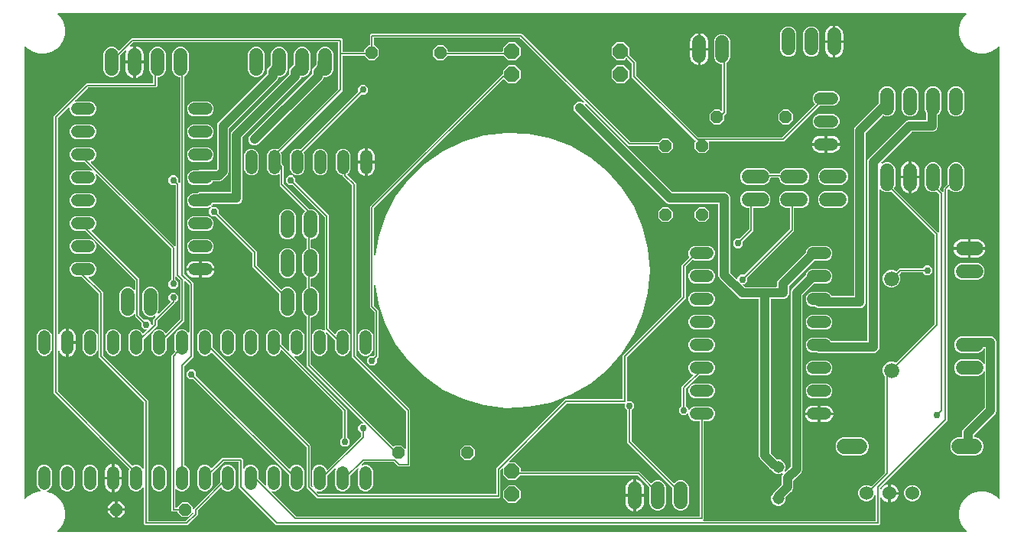
<source format=gbr>
G04 EAGLE Gerber RS-274X export*
G75*
%MOMM*%
%FSLAX34Y34*%
%LPD*%
%INTop Copper*%
%IPPOS*%
%AMOC8*
5,1,8,0,0,1.08239X$1,22.5*%
G01*
%ADD10C,1.524000*%
%ADD11C,1.320800*%
%ADD12C,1.308000*%
%ADD13P,1.814519X8X292.500000*%
%ADD14P,1.814519X8X112.500000*%
%ADD15P,1.429621X8X202.500000*%
%ADD16C,1.524000*%
%ADD17C,1.676400*%
%ADD18C,1.676400*%
%ADD19P,1.429621X8X292.500000*%
%ADD20P,1.429621X8X112.500000*%
%ADD21C,0.152400*%
%ADD22C,0.756400*%
%ADD23C,1.000000*%
%ADD24C,1.056400*%

G36*
X1052490Y10172D02*
X1052490Y10172D01*
X1052561Y10174D01*
X1052610Y10192D01*
X1052662Y10200D01*
X1052725Y10234D01*
X1052792Y10259D01*
X1052833Y10291D01*
X1052879Y10316D01*
X1052928Y10368D01*
X1052984Y10412D01*
X1053012Y10456D01*
X1053048Y10494D01*
X1053078Y10559D01*
X1053117Y10619D01*
X1053130Y10670D01*
X1053152Y10717D01*
X1053160Y10788D01*
X1053177Y10858D01*
X1053173Y10910D01*
X1053179Y10961D01*
X1053164Y11032D01*
X1053158Y11103D01*
X1053138Y11151D01*
X1053127Y11202D01*
X1053090Y11263D01*
X1053062Y11329D01*
X1053017Y11385D01*
X1053001Y11413D01*
X1052983Y11428D01*
X1052957Y11460D01*
X1049866Y14551D01*
X1046554Y20288D01*
X1044839Y26688D01*
X1044839Y33312D01*
X1046554Y39712D01*
X1049866Y45449D01*
X1054551Y50134D01*
X1060288Y53446D01*
X1066688Y55161D01*
X1073312Y55161D01*
X1079712Y53446D01*
X1085449Y50134D01*
X1088540Y47043D01*
X1088598Y47001D01*
X1088650Y46952D01*
X1088697Y46930D01*
X1088739Y46899D01*
X1088808Y46878D01*
X1088873Y46848D01*
X1088925Y46842D01*
X1088975Y46827D01*
X1089046Y46829D01*
X1089117Y46821D01*
X1089168Y46832D01*
X1089220Y46833D01*
X1089288Y46858D01*
X1089358Y46873D01*
X1089403Y46900D01*
X1089451Y46918D01*
X1089507Y46963D01*
X1089569Y46999D01*
X1089603Y47039D01*
X1089643Y47072D01*
X1089682Y47132D01*
X1089729Y47186D01*
X1089748Y47235D01*
X1089776Y47278D01*
X1089794Y47348D01*
X1089821Y47414D01*
X1089829Y47486D01*
X1089837Y47517D01*
X1089835Y47540D01*
X1089839Y47581D01*
X1089839Y547419D01*
X1089828Y547490D01*
X1089826Y547561D01*
X1089808Y547610D01*
X1089800Y547662D01*
X1089766Y547725D01*
X1089741Y547792D01*
X1089709Y547833D01*
X1089684Y547879D01*
X1089632Y547928D01*
X1089588Y547984D01*
X1089544Y548012D01*
X1089506Y548048D01*
X1089441Y548078D01*
X1089381Y548117D01*
X1089330Y548130D01*
X1089283Y548152D01*
X1089212Y548160D01*
X1089142Y548177D01*
X1089090Y548173D01*
X1089039Y548179D01*
X1088968Y548164D01*
X1088897Y548158D01*
X1088849Y548138D01*
X1088798Y548127D01*
X1088737Y548090D01*
X1088671Y548062D01*
X1088615Y548017D01*
X1088587Y548001D01*
X1088572Y547983D01*
X1088540Y547957D01*
X1085449Y544866D01*
X1079712Y541554D01*
X1073312Y539839D01*
X1066688Y539839D01*
X1060288Y541554D01*
X1054551Y544866D01*
X1049866Y549551D01*
X1046554Y555288D01*
X1044839Y561688D01*
X1044839Y568312D01*
X1046554Y574712D01*
X1049866Y580449D01*
X1052957Y583540D01*
X1052999Y583598D01*
X1053048Y583650D01*
X1053070Y583697D01*
X1053101Y583739D01*
X1053122Y583808D01*
X1053152Y583873D01*
X1053158Y583925D01*
X1053173Y583975D01*
X1053171Y584046D01*
X1053179Y584117D01*
X1053168Y584168D01*
X1053167Y584220D01*
X1053142Y584288D01*
X1053127Y584358D01*
X1053100Y584403D01*
X1053082Y584451D01*
X1053037Y584507D01*
X1053001Y584569D01*
X1052961Y584603D01*
X1052928Y584643D01*
X1052868Y584682D01*
X1052814Y584729D01*
X1052765Y584748D01*
X1052722Y584776D01*
X1052652Y584794D01*
X1052586Y584821D01*
X1052514Y584829D01*
X1052483Y584837D01*
X1052460Y584835D01*
X1052419Y584839D01*
X47581Y584839D01*
X47510Y584828D01*
X47439Y584826D01*
X47390Y584808D01*
X47338Y584800D01*
X47275Y584766D01*
X47208Y584741D01*
X47167Y584709D01*
X47121Y584684D01*
X47072Y584632D01*
X47016Y584588D01*
X46988Y584544D01*
X46952Y584506D01*
X46922Y584441D01*
X46883Y584381D01*
X46870Y584330D01*
X46848Y584283D01*
X46840Y584212D01*
X46823Y584142D01*
X46827Y584090D01*
X46821Y584039D01*
X46836Y583968D01*
X46842Y583897D01*
X46862Y583849D01*
X46873Y583798D01*
X46910Y583737D01*
X46938Y583671D01*
X46983Y583615D01*
X46999Y583587D01*
X47017Y583572D01*
X47043Y583540D01*
X50134Y580449D01*
X53446Y574712D01*
X55161Y568312D01*
X55161Y561688D01*
X53446Y555288D01*
X50134Y549551D01*
X45449Y544866D01*
X39712Y541554D01*
X33312Y539839D01*
X26688Y539839D01*
X20288Y541554D01*
X14551Y544866D01*
X11460Y547957D01*
X11402Y547999D01*
X11350Y548048D01*
X11303Y548070D01*
X11261Y548101D01*
X11192Y548122D01*
X11127Y548152D01*
X11075Y548158D01*
X11025Y548173D01*
X10954Y548171D01*
X10883Y548179D01*
X10832Y548168D01*
X10780Y548167D01*
X10712Y548142D01*
X10642Y548127D01*
X10597Y548100D01*
X10549Y548082D01*
X10493Y548037D01*
X10431Y548001D01*
X10397Y547961D01*
X10357Y547928D01*
X10318Y547868D01*
X10271Y547814D01*
X10252Y547765D01*
X10224Y547722D01*
X10206Y547652D01*
X10179Y547586D01*
X10171Y547514D01*
X10163Y547483D01*
X10165Y547460D01*
X10161Y547419D01*
X10161Y47581D01*
X10172Y47510D01*
X10174Y47439D01*
X10192Y47390D01*
X10200Y47338D01*
X10234Y47275D01*
X10259Y47208D01*
X10291Y47167D01*
X10316Y47121D01*
X10368Y47072D01*
X10412Y47016D01*
X10456Y46988D01*
X10494Y46952D01*
X10559Y46922D01*
X10619Y46883D01*
X10670Y46870D01*
X10717Y46848D01*
X10788Y46840D01*
X10858Y46823D01*
X10910Y46827D01*
X10961Y46821D01*
X11032Y46836D01*
X11103Y46842D01*
X11151Y46862D01*
X11202Y46873D01*
X11263Y46910D01*
X11329Y46938D01*
X11385Y46983D01*
X11413Y46999D01*
X11428Y47017D01*
X11460Y47043D01*
X14551Y50134D01*
X20288Y53446D01*
X26688Y55161D01*
X27102Y55161D01*
X27172Y55172D01*
X27244Y55174D01*
X27293Y55192D01*
X27344Y55200D01*
X27408Y55234D01*
X27475Y55259D01*
X27516Y55291D01*
X27562Y55316D01*
X27611Y55367D01*
X27667Y55412D01*
X27695Y55456D01*
X27731Y55494D01*
X27761Y55559D01*
X27800Y55619D01*
X27813Y55670D01*
X27835Y55717D01*
X27843Y55788D01*
X27860Y55858D01*
X27856Y55910D01*
X27862Y55961D01*
X27847Y56032D01*
X27841Y56103D01*
X27821Y56151D01*
X27810Y56202D01*
X27773Y56263D01*
X27745Y56329D01*
X27700Y56385D01*
X27683Y56413D01*
X27666Y56428D01*
X27640Y56460D01*
X25309Y58791D01*
X24071Y61779D01*
X24071Y78221D01*
X25309Y81209D01*
X27595Y83495D01*
X30583Y84733D01*
X33817Y84733D01*
X36805Y83495D01*
X39091Y81209D01*
X40329Y78221D01*
X40329Y61779D01*
X39091Y58791D01*
X36805Y56505D01*
X35534Y55979D01*
X35432Y55915D01*
X35329Y55852D01*
X35327Y55850D01*
X35325Y55849D01*
X35247Y55755D01*
X35171Y55663D01*
X35170Y55661D01*
X35169Y55660D01*
X35125Y55546D01*
X35081Y55434D01*
X35081Y55432D01*
X35080Y55430D01*
X35075Y55308D01*
X35070Y55188D01*
X35070Y55186D01*
X35070Y55184D01*
X35104Y55069D01*
X35137Y54952D01*
X35138Y54950D01*
X35139Y54948D01*
X35207Y54849D01*
X35276Y54749D01*
X35278Y54748D01*
X35279Y54746D01*
X35377Y54673D01*
X35472Y54601D01*
X35475Y54600D01*
X35476Y54599D01*
X35484Y54597D01*
X35629Y54540D01*
X39712Y53446D01*
X45449Y50134D01*
X50134Y45449D01*
X53446Y39712D01*
X55161Y33312D01*
X55161Y26688D01*
X53446Y20288D01*
X50134Y14551D01*
X47043Y11460D01*
X47001Y11402D01*
X46952Y11350D01*
X46930Y11303D01*
X46899Y11261D01*
X46878Y11192D01*
X46848Y11127D01*
X46842Y11075D01*
X46827Y11025D01*
X46829Y10954D01*
X46821Y10883D01*
X46832Y10832D01*
X46833Y10780D01*
X46858Y10712D01*
X46873Y10642D01*
X46900Y10597D01*
X46918Y10549D01*
X46963Y10493D01*
X46999Y10431D01*
X47039Y10397D01*
X47072Y10357D01*
X47132Y10318D01*
X47186Y10271D01*
X47235Y10252D01*
X47278Y10224D01*
X47348Y10206D01*
X47414Y10179D01*
X47486Y10171D01*
X47517Y10163D01*
X47540Y10165D01*
X47581Y10161D01*
X1052419Y10161D01*
X1052490Y10172D01*
G37*
%LPC*%
G36*
X519510Y150651D02*
X519510Y150651D01*
X495948Y157476D01*
X473785Y167992D01*
X453596Y181927D01*
X435905Y198920D01*
X421168Y218531D01*
X409768Y240253D01*
X401999Y263521D01*
X398799Y283212D01*
X398780Y283271D01*
X398769Y283332D01*
X398741Y283387D01*
X398721Y283445D01*
X398684Y283495D01*
X398654Y283550D01*
X398610Y283592D01*
X398573Y283641D01*
X398521Y283676D01*
X398476Y283719D01*
X398420Y283745D01*
X398370Y283780D01*
X398310Y283796D01*
X398253Y283823D01*
X398192Y283829D01*
X398133Y283846D01*
X398070Y283843D01*
X398009Y283850D01*
X397949Y283837D01*
X397887Y283834D01*
X397829Y283811D01*
X397768Y283798D01*
X397715Y283766D01*
X397658Y283743D01*
X397611Y283703D01*
X397557Y283671D01*
X397517Y283625D01*
X397470Y283585D01*
X397438Y283532D01*
X397397Y283484D01*
X397374Y283427D01*
X397342Y283375D01*
X397329Y283314D01*
X397305Y283256D01*
X397295Y283167D01*
X397288Y283135D01*
X397289Y283112D01*
X397287Y283090D01*
X397287Y261263D01*
X397301Y261172D01*
X397309Y261082D01*
X397321Y261052D01*
X397326Y261020D01*
X397369Y260939D01*
X397405Y260855D01*
X397431Y260823D01*
X397442Y260802D01*
X397465Y260780D01*
X397510Y260724D01*
X402287Y255947D01*
X402287Y204053D01*
X400724Y202490D01*
X400530Y202296D01*
X400476Y202222D01*
X400417Y202152D01*
X400405Y202122D01*
X400386Y202096D01*
X400359Y202009D01*
X400325Y201924D01*
X400321Y201883D01*
X400314Y201861D01*
X400315Y201829D01*
X400307Y201758D01*
X400307Y197802D01*
X397198Y194693D01*
X392802Y194693D01*
X389693Y197802D01*
X389693Y202198D01*
X392422Y204927D01*
X392479Y205006D01*
X392541Y205081D01*
X392550Y205105D01*
X392565Y205127D01*
X392594Y205220D01*
X392629Y205310D01*
X392630Y205337D01*
X392638Y205362D01*
X392636Y205429D01*
X392649Y205417D01*
X392698Y205398D01*
X392742Y205370D01*
X392811Y205352D01*
X392878Y205325D01*
X392949Y205317D01*
X392980Y205309D01*
X393003Y205311D01*
X393044Y205307D01*
X396758Y205307D01*
X396848Y205321D01*
X396939Y205329D01*
X396968Y205341D01*
X397000Y205346D01*
X397081Y205389D01*
X397165Y205425D01*
X397197Y205451D01*
X397218Y205462D01*
X397240Y205485D01*
X397296Y205530D01*
X397490Y205724D01*
X397544Y205798D01*
X397603Y205868D01*
X397615Y205898D01*
X397634Y205924D01*
X397661Y206011D01*
X397695Y206096D01*
X397699Y206137D01*
X397706Y206159D01*
X397705Y206191D01*
X397713Y206263D01*
X397713Y253737D01*
X397699Y253828D01*
X397691Y253918D01*
X397679Y253948D01*
X397674Y253980D01*
X397631Y254061D01*
X397595Y254145D01*
X397569Y254177D01*
X397558Y254198D01*
X397535Y254220D01*
X397513Y254247D01*
X397511Y254252D01*
X397507Y254254D01*
X397490Y254276D01*
X392713Y259053D01*
X392713Y370947D01*
X539053Y517287D01*
X539332Y517287D01*
X539352Y517290D01*
X539371Y517288D01*
X539473Y517310D01*
X539575Y517326D01*
X539592Y517336D01*
X539612Y517340D01*
X539701Y517393D01*
X539792Y517442D01*
X539806Y517456D01*
X539823Y517466D01*
X539890Y517545D01*
X539962Y517620D01*
X539970Y517638D01*
X539983Y517653D01*
X540022Y517749D01*
X540065Y517843D01*
X540067Y517863D01*
X540075Y517881D01*
X540093Y518048D01*
X540093Y521404D01*
X545896Y527207D01*
X554104Y527207D01*
X559907Y521404D01*
X559907Y513196D01*
X554104Y507393D01*
X545896Y507393D01*
X541300Y511990D01*
X541284Y512001D01*
X541271Y512017D01*
X541184Y512073D01*
X541100Y512133D01*
X541081Y512139D01*
X541065Y512150D01*
X540964Y512175D01*
X540865Y512206D01*
X540845Y512205D01*
X540826Y512210D01*
X540723Y512202D01*
X540619Y512199D01*
X540601Y512192D01*
X540581Y512191D01*
X540486Y512150D01*
X540388Y512115D01*
X540373Y512102D01*
X540355Y512094D01*
X540224Y511990D01*
X397510Y369276D01*
X397457Y369202D01*
X397397Y369132D01*
X397385Y369102D01*
X397366Y369076D01*
X397339Y368989D01*
X397305Y368904D01*
X397301Y368863D01*
X397294Y368841D01*
X397295Y368809D01*
X397287Y368737D01*
X397287Y316910D01*
X397297Y316849D01*
X397297Y316787D01*
X397317Y316728D01*
X397326Y316668D01*
X397356Y316613D01*
X397376Y316554D01*
X397413Y316505D01*
X397442Y316450D01*
X397487Y316407D01*
X397524Y316358D01*
X397575Y316323D01*
X397620Y316281D01*
X397677Y316255D01*
X397728Y316220D01*
X397787Y316203D01*
X397843Y316177D01*
X397905Y316170D01*
X397965Y316154D01*
X398026Y316157D01*
X398087Y316150D01*
X398148Y316163D01*
X398211Y316167D01*
X398268Y316189D01*
X398328Y316202D01*
X398381Y316234D01*
X398439Y316257D01*
X398486Y316297D01*
X398539Y316329D01*
X398579Y316376D01*
X398627Y316416D01*
X398659Y316469D01*
X398699Y316516D01*
X398722Y316573D01*
X398754Y316627D01*
X398778Y316713D01*
X398791Y316744D01*
X398793Y316766D01*
X398799Y316788D01*
X401999Y336479D01*
X409768Y359747D01*
X421168Y381469D01*
X435905Y401080D01*
X453596Y418073D01*
X473785Y432008D01*
X495948Y442524D01*
X519510Y449349D01*
X543862Y452306D01*
X568373Y451319D01*
X592409Y446412D01*
X615346Y437713D01*
X636590Y425447D01*
X655592Y409933D01*
X671859Y391571D01*
X684970Y370838D01*
X694585Y348270D01*
X700456Y324452D01*
X702430Y300000D01*
X700456Y275548D01*
X694585Y251730D01*
X684970Y229162D01*
X671859Y208429D01*
X655592Y190067D01*
X636590Y174553D01*
X615346Y162287D01*
X592409Y153588D01*
X568373Y148681D01*
X543862Y147694D01*
X519510Y150651D01*
G37*
%LPD*%
%LPC*%
G36*
X709381Y34035D02*
X709381Y34035D01*
X706020Y35427D01*
X703447Y38000D01*
X702055Y41361D01*
X702055Y59395D01*
X702041Y59485D01*
X702033Y59576D01*
X702021Y59606D01*
X702016Y59638D01*
X701973Y59719D01*
X701937Y59803D01*
X701911Y59835D01*
X701900Y59856D01*
X701877Y59878D01*
X701832Y59934D01*
X689276Y72490D01*
X689202Y72543D01*
X689132Y72603D01*
X689102Y72615D01*
X689076Y72634D01*
X688989Y72661D01*
X688904Y72695D01*
X688863Y72699D01*
X688841Y72706D01*
X688809Y72705D01*
X688737Y72713D01*
X559339Y72713D01*
X559249Y72699D01*
X559158Y72691D01*
X559128Y72679D01*
X559096Y72674D01*
X559015Y72631D01*
X558931Y72595D01*
X558899Y72569D01*
X558879Y72558D01*
X558856Y72535D01*
X558801Y72490D01*
X554004Y67693D01*
X545796Y67693D01*
X539993Y73496D01*
X539993Y79922D01*
X539982Y79992D01*
X539980Y80064D01*
X539962Y80113D01*
X539954Y80164D01*
X539920Y80228D01*
X539895Y80295D01*
X539863Y80336D01*
X539838Y80382D01*
X539786Y80431D01*
X539742Y80487D01*
X539698Y80515D01*
X539660Y80551D01*
X539595Y80581D01*
X539535Y80620D01*
X539484Y80633D01*
X539437Y80655D01*
X539366Y80663D01*
X539296Y80680D01*
X539244Y80676D01*
X539193Y80682D01*
X539122Y80667D01*
X539051Y80661D01*
X539003Y80641D01*
X538952Y80630D01*
X538891Y80593D01*
X538825Y80565D01*
X538769Y80520D01*
X538741Y80503D01*
X538726Y80486D01*
X538694Y80460D01*
X537510Y79276D01*
X537457Y79202D01*
X537397Y79132D01*
X537385Y79102D01*
X537366Y79076D01*
X537339Y78989D01*
X537305Y78904D01*
X537301Y78863D01*
X537294Y78841D01*
X537295Y78809D01*
X537287Y78737D01*
X537287Y49053D01*
X535947Y47713D01*
X334053Y47713D01*
X332490Y49276D01*
X324276Y57490D01*
X322713Y59053D01*
X322713Y103737D01*
X322699Y103828D01*
X322691Y103918D01*
X322679Y103948D01*
X322674Y103980D01*
X322631Y104061D01*
X322595Y104145D01*
X322569Y104177D01*
X322558Y104198D01*
X322535Y104220D01*
X322490Y104276D01*
X217971Y208795D01*
X217955Y208807D01*
X217943Y208822D01*
X217855Y208878D01*
X217771Y208938D01*
X217753Y208944D01*
X217736Y208955D01*
X217635Y208980D01*
X217536Y209011D01*
X217516Y209010D01*
X217497Y209015D01*
X217394Y209007D01*
X217290Y209004D01*
X217272Y208998D01*
X217252Y208996D01*
X217157Y208956D01*
X217059Y208920D01*
X217044Y208907D01*
X217026Y208900D01*
X216895Y208795D01*
X214605Y206505D01*
X211617Y205267D01*
X208383Y205267D01*
X205395Y206505D01*
X203109Y208791D01*
X201871Y211779D01*
X201871Y228221D01*
X203109Y231209D01*
X205395Y233495D01*
X208383Y234733D01*
X211617Y234733D01*
X214605Y233495D01*
X216891Y231209D01*
X218129Y228221D01*
X218129Y215421D01*
X218143Y215330D01*
X218151Y215240D01*
X218163Y215210D01*
X218168Y215178D01*
X218211Y215097D01*
X218247Y215013D01*
X218273Y214981D01*
X218284Y214960D01*
X218307Y214938D01*
X218352Y214882D01*
X327287Y105947D01*
X327287Y61262D01*
X327301Y61172D01*
X327309Y61081D01*
X327321Y61052D01*
X327326Y61020D01*
X327369Y60939D01*
X327405Y60855D01*
X327431Y60823D01*
X327442Y60802D01*
X327465Y60780D01*
X327510Y60724D01*
X327874Y60360D01*
X327953Y60303D01*
X328028Y60241D01*
X328052Y60232D01*
X328074Y60217D01*
X328166Y60188D01*
X328258Y60153D01*
X328284Y60152D01*
X328309Y60144D01*
X328406Y60147D01*
X328503Y60143D01*
X328528Y60150D01*
X328555Y60151D01*
X328646Y60184D01*
X328740Y60211D01*
X328761Y60226D01*
X328786Y60235D01*
X328862Y60296D01*
X328942Y60351D01*
X328957Y60372D01*
X328978Y60389D01*
X329030Y60471D01*
X329088Y60549D01*
X329096Y60574D01*
X329111Y60596D01*
X329134Y60690D01*
X329165Y60783D01*
X329164Y60809D01*
X329171Y60834D01*
X329163Y60931D01*
X329162Y61029D01*
X329153Y61060D01*
X329152Y61079D01*
X329139Y61110D01*
X329115Y61190D01*
X328871Y61779D01*
X328871Y78221D01*
X330109Y81209D01*
X332395Y83495D01*
X335383Y84733D01*
X338617Y84733D01*
X341605Y83495D01*
X343891Y81209D01*
X344651Y79374D01*
X344675Y79335D01*
X344691Y79292D01*
X344740Y79231D01*
X344781Y79165D01*
X344816Y79135D01*
X344845Y79100D01*
X344910Y79057D01*
X344970Y79008D01*
X345013Y78991D01*
X345052Y78967D01*
X345127Y78947D01*
X345200Y78920D01*
X345246Y78918D01*
X345290Y78906D01*
X345368Y78912D01*
X345446Y78909D01*
X345490Y78922D01*
X345536Y78926D01*
X345607Y78956D01*
X345682Y78978D01*
X345720Y79004D01*
X345762Y79022D01*
X345868Y79107D01*
X345884Y79118D01*
X345887Y79122D01*
X345893Y79127D01*
X382490Y115724D01*
X382543Y115798D01*
X382603Y115868D01*
X382615Y115898D01*
X382634Y115924D01*
X382661Y116011D01*
X382695Y116096D01*
X382699Y116137D01*
X382706Y116159D01*
X382705Y116191D01*
X382713Y116263D01*
X382713Y119467D01*
X382699Y119557D01*
X382691Y119648D01*
X382679Y119677D01*
X382674Y119709D01*
X382631Y119790D01*
X382595Y119874D01*
X382569Y119906D01*
X382558Y119927D01*
X382535Y119949D01*
X382490Y120005D01*
X379693Y122802D01*
X379693Y127198D01*
X382802Y130307D01*
X384622Y130307D01*
X384692Y130318D01*
X384764Y130320D01*
X384813Y130338D01*
X384864Y130346D01*
X384928Y130380D01*
X384995Y130405D01*
X385036Y130437D01*
X385082Y130462D01*
X385131Y130514D01*
X385187Y130558D01*
X385215Y130602D01*
X385251Y130640D01*
X385281Y130705D01*
X385320Y130765D01*
X385333Y130816D01*
X385355Y130863D01*
X385363Y130934D01*
X385380Y131004D01*
X385376Y131056D01*
X385382Y131107D01*
X385367Y131178D01*
X385361Y131249D01*
X385341Y131297D01*
X385330Y131348D01*
X385293Y131409D01*
X385265Y131475D01*
X385220Y131531D01*
X385203Y131559D01*
X385186Y131574D01*
X385160Y131606D01*
X322713Y194053D01*
X322713Y248590D01*
X322694Y248705D01*
X322677Y248821D01*
X322675Y248827D01*
X322674Y248833D01*
X322619Y248936D01*
X322566Y249040D01*
X322561Y249045D01*
X322558Y249050D01*
X322474Y249130D01*
X322390Y249213D01*
X322384Y249216D01*
X322380Y249220D01*
X322363Y249228D01*
X322243Y249294D01*
X321920Y249427D01*
X319347Y252000D01*
X317955Y255361D01*
X317955Y274239D01*
X319347Y277600D01*
X321920Y280173D01*
X322243Y280306D01*
X322343Y280368D01*
X322443Y280428D01*
X322447Y280433D01*
X322452Y280436D01*
X322527Y280527D01*
X322603Y280615D01*
X322605Y280621D01*
X322609Y280626D01*
X322651Y280734D01*
X322695Y280843D01*
X322696Y280851D01*
X322697Y280855D01*
X322698Y280873D01*
X322713Y281010D01*
X322713Y291690D01*
X322695Y291805D01*
X322677Y291921D01*
X322675Y291927D01*
X322674Y291933D01*
X322619Y292036D01*
X322566Y292140D01*
X322561Y292145D01*
X322558Y292150D01*
X322474Y292230D01*
X322390Y292313D01*
X322384Y292316D01*
X322380Y292320D01*
X322363Y292328D01*
X322243Y292394D01*
X321920Y292527D01*
X319347Y295100D01*
X317955Y298461D01*
X317955Y317339D01*
X319347Y320700D01*
X321920Y323273D01*
X322243Y323406D01*
X322343Y323468D01*
X322443Y323528D01*
X322447Y323533D01*
X322452Y323536D01*
X322527Y323627D01*
X322603Y323715D01*
X322605Y323721D01*
X322609Y323726D01*
X322651Y323834D01*
X322695Y323943D01*
X322696Y323951D01*
X322697Y323955D01*
X322698Y323973D01*
X322713Y324110D01*
X322713Y334790D01*
X322694Y334905D01*
X322677Y335021D01*
X322675Y335027D01*
X322674Y335033D01*
X322619Y335136D01*
X322566Y335240D01*
X322561Y335245D01*
X322558Y335250D01*
X322474Y335330D01*
X322390Y335413D01*
X322384Y335416D01*
X322380Y335420D01*
X322363Y335428D01*
X322243Y335494D01*
X321920Y335627D01*
X319347Y338200D01*
X317955Y341561D01*
X317955Y360439D01*
X319347Y363800D01*
X320618Y365071D01*
X320630Y365087D01*
X320646Y365100D01*
X320702Y365187D01*
X320762Y365271D01*
X320768Y365290D01*
X320779Y365307D01*
X320804Y365407D01*
X320834Y365506D01*
X320834Y365526D01*
X320839Y365545D01*
X320831Y365648D01*
X320828Y365752D01*
X320821Y365771D01*
X320820Y365790D01*
X320779Y365885D01*
X320744Y365983D01*
X320731Y365998D01*
X320723Y366017D01*
X320618Y366148D01*
X292713Y394053D01*
X292713Y405876D01*
X292702Y405947D01*
X292700Y406019D01*
X292682Y406067D01*
X292674Y406118D01*
X292640Y406182D01*
X292615Y406250D01*
X292583Y406290D01*
X292558Y406336D01*
X292506Y406385D01*
X292461Y406442D01*
X292418Y406470D01*
X292380Y406505D01*
X292315Y406536D01*
X292254Y406574D01*
X292204Y406587D01*
X292157Y406609D01*
X292085Y406617D01*
X292016Y406634D01*
X291964Y406630D01*
X291913Y406636D01*
X291842Y406621D01*
X291770Y406615D01*
X291723Y406595D01*
X291672Y406584D01*
X291621Y406553D01*
X288517Y405267D01*
X285283Y405267D01*
X282295Y406505D01*
X280009Y408791D01*
X278771Y411779D01*
X278771Y428221D01*
X280009Y431209D01*
X282295Y433495D01*
X285283Y434733D01*
X288517Y434733D01*
X290156Y434054D01*
X290269Y434027D01*
X290383Y433999D01*
X290389Y433999D01*
X290395Y433998D01*
X290512Y434009D01*
X290628Y434018D01*
X290634Y434020D01*
X290640Y434021D01*
X290747Y434069D01*
X290854Y434114D01*
X290860Y434119D01*
X290865Y434121D01*
X290878Y434134D01*
X290985Y434219D01*
X357490Y500724D01*
X357543Y500798D01*
X357603Y500868D01*
X357615Y500898D01*
X357634Y500924D01*
X357661Y501011D01*
X357695Y501096D01*
X357699Y501137D01*
X357706Y501159D01*
X357705Y501191D01*
X357713Y501263D01*
X357713Y551952D01*
X357710Y551972D01*
X357712Y551991D01*
X357690Y552093D01*
X357674Y552195D01*
X357664Y552212D01*
X357660Y552232D01*
X357607Y552321D01*
X357558Y552412D01*
X357544Y552426D01*
X357534Y552443D01*
X357455Y552510D01*
X357380Y552582D01*
X357362Y552590D01*
X357347Y552603D01*
X357251Y552642D01*
X357157Y552685D01*
X357137Y552687D01*
X357119Y552695D01*
X356952Y552713D01*
X131263Y552713D01*
X131172Y552699D01*
X131082Y552691D01*
X131052Y552679D01*
X131020Y552674D01*
X130939Y552631D01*
X130855Y552595D01*
X130823Y552569D01*
X130802Y552558D01*
X130780Y552535D01*
X130724Y552490D01*
X127157Y548923D01*
X127154Y548920D01*
X127151Y548917D01*
X127082Y548819D01*
X127013Y548723D01*
X127012Y548719D01*
X127010Y548716D01*
X126976Y548602D01*
X126941Y548488D01*
X126941Y548484D01*
X126940Y548480D01*
X126944Y548362D01*
X126947Y548242D01*
X126949Y548238D01*
X126949Y548234D01*
X126991Y548123D01*
X127032Y548011D01*
X127034Y548008D01*
X127036Y548004D01*
X127111Y547912D01*
X127185Y547819D01*
X127189Y547817D01*
X127191Y547814D01*
X127292Y547751D01*
X127392Y547686D01*
X127396Y547685D01*
X127400Y547683D01*
X127515Y547655D01*
X127631Y547626D01*
X127635Y547626D01*
X127639Y547625D01*
X127758Y547636D01*
X127876Y547645D01*
X127880Y547647D01*
X127884Y547647D01*
X128041Y547706D01*
X128099Y547736D01*
X129621Y548231D01*
X130477Y548366D01*
X130477Y532223D01*
X121839Y532223D01*
X121839Y539120D01*
X122089Y540699D01*
X122584Y542221D01*
X122614Y542279D01*
X122615Y542283D01*
X122617Y542286D01*
X122652Y542400D01*
X122689Y542514D01*
X122688Y542518D01*
X122690Y542522D01*
X122687Y542641D01*
X122685Y542760D01*
X122683Y542763D01*
X122683Y542767D01*
X122643Y542879D01*
X122603Y542992D01*
X122600Y542995D01*
X122599Y542998D01*
X122525Y543091D01*
X122451Y543185D01*
X122448Y543187D01*
X122445Y543190D01*
X122345Y543255D01*
X122245Y543320D01*
X122242Y543321D01*
X122238Y543323D01*
X122122Y543353D01*
X122008Y543383D01*
X122004Y543383D01*
X122000Y543384D01*
X121882Y543374D01*
X121762Y543366D01*
X121758Y543365D01*
X121754Y543364D01*
X121646Y543318D01*
X121535Y543272D01*
X121532Y543270D01*
X121528Y543268D01*
X121397Y543163D01*
X115968Y537734D01*
X115915Y537660D01*
X115855Y537590D01*
X115843Y537560D01*
X115824Y537534D01*
X115797Y537447D01*
X115763Y537362D01*
X115759Y537321D01*
X115752Y537299D01*
X115753Y537267D01*
X115745Y537195D01*
X115745Y521261D01*
X114353Y517900D01*
X111780Y515327D01*
X108419Y513935D01*
X104781Y513935D01*
X101420Y515327D01*
X98847Y517900D01*
X97455Y521261D01*
X97455Y540139D01*
X98847Y543500D01*
X101420Y546073D01*
X104781Y547465D01*
X108419Y547465D01*
X111780Y546073D01*
X114271Y543582D01*
X114287Y543570D01*
X114300Y543554D01*
X114387Y543498D01*
X114471Y543438D01*
X114490Y543432D01*
X114507Y543421D01*
X114607Y543396D01*
X114706Y543366D01*
X114726Y543366D01*
X114745Y543361D01*
X114848Y543369D01*
X114952Y543372D01*
X114971Y543379D01*
X114990Y543380D01*
X115085Y543421D01*
X115183Y543456D01*
X115198Y543469D01*
X115217Y543477D01*
X115348Y543582D01*
X127490Y555724D01*
X129053Y557287D01*
X360947Y557287D01*
X362287Y555947D01*
X362287Y543048D01*
X362290Y543028D01*
X362288Y543009D01*
X362310Y542907D01*
X362326Y542805D01*
X362336Y542788D01*
X362340Y542768D01*
X362393Y542679D01*
X362442Y542588D01*
X362456Y542574D01*
X362466Y542557D01*
X362545Y542490D01*
X362620Y542418D01*
X362638Y542410D01*
X362653Y542397D01*
X362749Y542358D01*
X362843Y542315D01*
X362863Y542313D01*
X362881Y542305D01*
X363048Y542287D01*
X385610Y542287D01*
X385630Y542290D01*
X385649Y542288D01*
X385751Y542310D01*
X385853Y542326D01*
X385870Y542336D01*
X385890Y542340D01*
X385979Y542393D01*
X386070Y542442D01*
X386084Y542456D01*
X386101Y542466D01*
X386168Y542545D01*
X386240Y542620D01*
X386248Y542638D01*
X386261Y542653D01*
X386300Y542749D01*
X386343Y542843D01*
X386345Y542863D01*
X386353Y542881D01*
X386371Y543048D01*
X386371Y544467D01*
X391133Y549229D01*
X391952Y549229D01*
X391972Y549232D01*
X391991Y549230D01*
X392093Y549252D01*
X392195Y549268D01*
X392212Y549278D01*
X392232Y549282D01*
X392321Y549335D01*
X392412Y549384D01*
X392426Y549398D01*
X392443Y549408D01*
X392510Y549487D01*
X392582Y549562D01*
X392590Y549580D01*
X392603Y549595D01*
X392642Y549691D01*
X392685Y549785D01*
X392687Y549805D01*
X392695Y549823D01*
X392713Y549990D01*
X392713Y560947D01*
X394053Y562287D01*
X560947Y562287D01*
X680724Y442510D01*
X680798Y442457D01*
X680868Y442397D01*
X680898Y442385D01*
X680924Y442366D01*
X681011Y442339D01*
X681096Y442305D01*
X681137Y442301D01*
X681159Y442294D01*
X681191Y442295D01*
X681263Y442287D01*
X712376Y442287D01*
X712466Y442301D01*
X712557Y442309D01*
X712586Y442321D01*
X712618Y442326D01*
X712699Y442369D01*
X712783Y442405D01*
X712815Y442431D01*
X712836Y442442D01*
X712858Y442465D01*
X712914Y442510D01*
X716633Y446229D01*
X723367Y446229D01*
X728129Y441467D01*
X728129Y434733D01*
X723367Y429971D01*
X716633Y429971D01*
X711871Y434733D01*
X711871Y436952D01*
X711868Y436972D01*
X711870Y436991D01*
X711848Y437093D01*
X711832Y437195D01*
X711822Y437212D01*
X711818Y437232D01*
X711765Y437321D01*
X711716Y437412D01*
X711702Y437426D01*
X711692Y437443D01*
X711613Y437510D01*
X711538Y437582D01*
X711520Y437590D01*
X711505Y437603D01*
X711409Y437642D01*
X711315Y437685D01*
X711295Y437687D01*
X711277Y437695D01*
X711110Y437713D01*
X679053Y437713D01*
X631963Y484803D01*
X631885Y484859D01*
X631809Y484922D01*
X631785Y484931D01*
X631764Y484946D01*
X631671Y484975D01*
X631580Y485010D01*
X631554Y485011D01*
X631529Y485019D01*
X631431Y485016D01*
X631334Y485020D01*
X631309Y485013D01*
X631283Y485012D01*
X631191Y484979D01*
X631098Y484952D01*
X631076Y484937D01*
X631052Y484928D01*
X630976Y484867D01*
X630896Y484811D01*
X630880Y484790D01*
X630860Y484774D01*
X630807Y484692D01*
X630749Y484614D01*
X630741Y484589D01*
X630727Y484567D01*
X630703Y484473D01*
X630673Y484380D01*
X630673Y484354D01*
X630667Y484329D01*
X630674Y484232D01*
X630675Y484134D01*
X630684Y484103D01*
X630686Y484083D01*
X630699Y484053D01*
X630722Y483973D01*
X630995Y483315D01*
X631029Y483259D01*
X631055Y483199D01*
X631107Y483134D01*
X631124Y483106D01*
X631139Y483093D01*
X631160Y483068D01*
X727480Y386748D01*
X727554Y386695D01*
X727623Y386635D01*
X727653Y386623D01*
X727679Y386604D01*
X727766Y386577D01*
X727851Y386543D01*
X727892Y386539D01*
X727914Y386532D01*
X727947Y386533D01*
X728018Y386525D01*
X786298Y386525D01*
X788696Y385531D01*
X790531Y383696D01*
X791525Y381298D01*
X791525Y298018D01*
X791539Y297928D01*
X791547Y297837D01*
X791559Y297807D01*
X791564Y297775D01*
X791607Y297695D01*
X791643Y297611D01*
X791669Y297579D01*
X791680Y297558D01*
X791703Y297536D01*
X791748Y297480D01*
X798394Y290834D01*
X798452Y290792D01*
X798504Y290742D01*
X798551Y290720D01*
X798593Y290690D01*
X798662Y290669D01*
X798727Y290639D01*
X798779Y290633D01*
X798829Y290618D01*
X798900Y290620D01*
X798971Y290612D01*
X799022Y290623D01*
X799074Y290624D01*
X799142Y290649D01*
X799212Y290664D01*
X799257Y290691D01*
X799305Y290709D01*
X799361Y290753D01*
X799423Y290790D01*
X799457Y290830D01*
X799497Y290862D01*
X799536Y290923D01*
X799583Y290977D01*
X799602Y291025D01*
X799630Y291069D01*
X799648Y291139D01*
X799675Y291205D01*
X799683Y291277D01*
X799691Y291308D01*
X799689Y291331D01*
X799693Y291372D01*
X799693Y292198D01*
X802802Y295307D01*
X806757Y295307D01*
X806848Y295321D01*
X806938Y295329D01*
X806968Y295341D01*
X807000Y295346D01*
X807081Y295389D01*
X807165Y295425D01*
X807197Y295451D01*
X807218Y295462D01*
X807240Y295485D01*
X807296Y295530D01*
X857490Y345724D01*
X857543Y345798D01*
X857603Y345868D01*
X857615Y345898D01*
X857634Y345924D01*
X857661Y346011D01*
X857695Y346096D01*
X857699Y346137D01*
X857706Y346159D01*
X857705Y346191D01*
X857713Y346263D01*
X857713Y368794D01*
X857710Y368814D01*
X857712Y368833D01*
X857690Y368935D01*
X857674Y369037D01*
X857664Y369054D01*
X857660Y369074D01*
X857607Y369163D01*
X857558Y369254D01*
X857544Y369268D01*
X857534Y369285D01*
X857455Y369352D01*
X857380Y369424D01*
X857362Y369432D01*
X857347Y369445D01*
X857251Y369484D01*
X857157Y369527D01*
X857137Y369529D01*
X857119Y369537D01*
X856952Y369555D01*
X852961Y369555D01*
X849600Y370947D01*
X847027Y373520D01*
X845635Y376881D01*
X845635Y380519D01*
X847027Y383880D01*
X849600Y386453D01*
X852961Y387845D01*
X871839Y387845D01*
X875200Y386453D01*
X877773Y383880D01*
X879165Y380519D01*
X879165Y376881D01*
X877773Y373520D01*
X875200Y370947D01*
X871839Y369555D01*
X863048Y369555D01*
X863028Y369552D01*
X863009Y369554D01*
X862907Y369532D01*
X862805Y369516D01*
X862788Y369506D01*
X862768Y369502D01*
X862679Y369449D01*
X862588Y369400D01*
X862574Y369386D01*
X862557Y369376D01*
X862490Y369297D01*
X862418Y369222D01*
X862410Y369204D01*
X862397Y369189D01*
X862358Y369093D01*
X862315Y368999D01*
X862313Y368979D01*
X862305Y368961D01*
X862287Y368794D01*
X862287Y344053D01*
X810530Y292296D01*
X810477Y292222D01*
X810417Y292152D01*
X810405Y292122D01*
X810386Y292096D01*
X810359Y292009D01*
X810325Y291924D01*
X810321Y291883D01*
X810314Y291861D01*
X810315Y291829D01*
X810307Y291757D01*
X810307Y287802D01*
X807198Y284693D01*
X806372Y284693D01*
X806301Y284682D01*
X806229Y284680D01*
X806180Y284662D01*
X806129Y284654D01*
X806066Y284620D01*
X805998Y284595D01*
X805958Y284563D01*
X805912Y284538D01*
X805862Y284487D01*
X805806Y284442D01*
X805778Y284398D01*
X805742Y284360D01*
X805712Y284295D01*
X805673Y284235D01*
X805661Y284184D01*
X805639Y284137D01*
X805631Y284066D01*
X805613Y283996D01*
X805617Y283944D01*
X805612Y283893D01*
X805627Y283822D01*
X805632Y283751D01*
X805653Y283703D01*
X805664Y283652D01*
X805701Y283591D01*
X805729Y283525D01*
X805774Y283469D01*
X805790Y283441D01*
X805808Y283426D01*
X805834Y283394D01*
X807480Y281748D01*
X807554Y281695D01*
X807623Y281635D01*
X807653Y281623D01*
X807679Y281604D01*
X807766Y281577D01*
X807851Y281543D01*
X807892Y281539D01*
X807914Y281532D01*
X807947Y281533D01*
X808018Y281525D01*
X842714Y281525D01*
X842734Y281528D01*
X842753Y281526D01*
X842855Y281548D01*
X842957Y281564D01*
X842974Y281574D01*
X842994Y281578D01*
X843083Y281631D01*
X843174Y281680D01*
X843188Y281694D01*
X843205Y281704D01*
X843272Y281783D01*
X843344Y281858D01*
X843352Y281876D01*
X843365Y281891D01*
X843404Y281987D01*
X843447Y282081D01*
X843449Y282101D01*
X843457Y282119D01*
X843475Y282286D01*
X843475Y286298D01*
X844469Y288696D01*
X875044Y319272D01*
X875097Y319346D01*
X875157Y319415D01*
X875169Y319445D01*
X875188Y319471D01*
X875215Y319558D01*
X875249Y319643D01*
X875253Y319684D01*
X875260Y319706D01*
X875259Y319739D01*
X875267Y319810D01*
X875267Y320517D01*
X876505Y323505D01*
X878791Y325791D01*
X881779Y327029D01*
X898221Y327029D01*
X901209Y325791D01*
X903495Y323505D01*
X904733Y320517D01*
X904733Y317283D01*
X903495Y314295D01*
X901209Y312009D01*
X898221Y310771D01*
X885314Y310771D01*
X885224Y310757D01*
X885133Y310749D01*
X885103Y310737D01*
X885071Y310732D01*
X884991Y310689D01*
X884907Y310653D01*
X884875Y310627D01*
X884854Y310616D01*
X884832Y310593D01*
X884776Y310548D01*
X856748Y282520D01*
X856695Y282446D01*
X856635Y282377D01*
X856623Y282347D01*
X856604Y282321D01*
X856577Y282234D01*
X856543Y282149D01*
X856539Y282108D01*
X856532Y282086D01*
X856533Y282053D01*
X856525Y281982D01*
X856525Y273702D01*
X855531Y271304D01*
X853696Y269469D01*
X851298Y268475D01*
X837286Y268475D01*
X837266Y268472D01*
X837247Y268474D01*
X837145Y268452D01*
X837043Y268436D01*
X837026Y268426D01*
X837006Y268422D01*
X836917Y268369D01*
X836826Y268320D01*
X836812Y268306D01*
X836795Y268296D01*
X836728Y268217D01*
X836656Y268142D01*
X836648Y268124D01*
X836635Y268109D01*
X836596Y268013D01*
X836553Y267919D01*
X836551Y267899D01*
X836543Y267881D01*
X836525Y267714D01*
X836525Y98018D01*
X836539Y97928D01*
X836547Y97837D01*
X836559Y97807D01*
X836564Y97775D01*
X836607Y97695D01*
X836643Y97611D01*
X836669Y97579D01*
X836680Y97558D01*
X836703Y97536D01*
X836748Y97480D01*
X843740Y90488D01*
X843814Y90435D01*
X843883Y90375D01*
X843913Y90363D01*
X843939Y90344D01*
X844026Y90317D01*
X844111Y90283D01*
X844152Y90279D01*
X844174Y90272D01*
X844207Y90273D01*
X844278Y90265D01*
X846404Y90265D01*
X849368Y89037D01*
X851637Y86768D01*
X852865Y83804D01*
X852865Y80596D01*
X851852Y78150D01*
X851844Y78117D01*
X851844Y78116D01*
X851829Y78055D01*
X851801Y77962D01*
X851802Y77936D01*
X851796Y77911D01*
X851805Y77814D01*
X851807Y77717D01*
X851816Y77692D01*
X851819Y77666D01*
X851858Y77577D01*
X851892Y77486D01*
X851908Y77465D01*
X851919Y77441D01*
X851984Y77370D01*
X852045Y77293D01*
X852067Y77279D01*
X852085Y77260D01*
X852170Y77213D01*
X852252Y77160D01*
X852278Y77154D01*
X852301Y77141D01*
X852396Y77124D01*
X852491Y77100D01*
X852517Y77102D01*
X852543Y77098D01*
X852639Y77112D01*
X852736Y77120D01*
X852760Y77130D01*
X852786Y77134D01*
X852873Y77178D01*
X852962Y77216D01*
X852988Y77236D01*
X853005Y77245D01*
X853028Y77269D01*
X853093Y77321D01*
X858252Y82480D01*
X858305Y82554D01*
X858365Y82623D01*
X858377Y82653D01*
X858396Y82679D01*
X858423Y82766D01*
X858457Y82851D01*
X858461Y82892D01*
X858468Y82914D01*
X858467Y82947D01*
X858475Y83018D01*
X858475Y276298D01*
X859469Y278696D01*
X875044Y294272D01*
X875097Y294346D01*
X875157Y294415D01*
X875169Y294445D01*
X875188Y294471D01*
X875215Y294558D01*
X875249Y294643D01*
X875253Y294684D01*
X875260Y294706D01*
X875259Y294739D01*
X875267Y294810D01*
X875267Y295117D01*
X876505Y298105D01*
X878791Y300391D01*
X881779Y301629D01*
X898221Y301629D01*
X901209Y300391D01*
X903495Y298105D01*
X904733Y295117D01*
X904733Y291883D01*
X903495Y288895D01*
X901209Y286609D01*
X898221Y285371D01*
X884914Y285371D01*
X884824Y285357D01*
X884733Y285349D01*
X884703Y285337D01*
X884671Y285332D01*
X884590Y285289D01*
X884507Y285253D01*
X884474Y285227D01*
X884454Y285216D01*
X884432Y285193D01*
X884376Y285148D01*
X871748Y272520D01*
X871695Y272446D01*
X871635Y272377D01*
X871623Y272347D01*
X871604Y272321D01*
X871577Y272234D01*
X871543Y272149D01*
X871539Y272108D01*
X871532Y272086D01*
X871533Y272053D01*
X871525Y271982D01*
X871525Y78702D01*
X870531Y76304D01*
X861748Y67520D01*
X861695Y67446D01*
X861635Y67377D01*
X861623Y67347D01*
X861604Y67321D01*
X861577Y67234D01*
X861543Y67149D01*
X861539Y67108D01*
X861532Y67086D01*
X861533Y67053D01*
X861525Y66982D01*
X861525Y58702D01*
X860531Y56304D01*
X858589Y54362D01*
X853088Y48860D01*
X853035Y48786D01*
X852975Y48717D01*
X852963Y48687D01*
X852944Y48661D01*
X852917Y48574D01*
X852883Y48489D01*
X852879Y48448D01*
X852872Y48426D01*
X852873Y48393D01*
X852865Y48322D01*
X852865Y45596D01*
X851637Y42632D01*
X849368Y40363D01*
X846404Y39135D01*
X843196Y39135D01*
X840232Y40363D01*
X837963Y42632D01*
X836735Y45596D01*
X836735Y48804D01*
X837963Y51768D01*
X839063Y52868D01*
X839101Y52922D01*
X839147Y52968D01*
X839187Y53041D01*
X839207Y53068D01*
X839212Y53087D01*
X839228Y53115D01*
X839469Y53696D01*
X839551Y53779D01*
X839574Y53810D01*
X839603Y53835D01*
X839626Y53872D01*
X839639Y53885D01*
X839649Y53907D01*
X839694Y53976D01*
X839746Y54081D01*
X840530Y54760D01*
X840543Y54776D01*
X840570Y54797D01*
X848252Y62480D01*
X848305Y62554D01*
X848365Y62623D01*
X848377Y62653D01*
X848396Y62679D01*
X848423Y62766D01*
X848457Y62851D01*
X848461Y62892D01*
X848468Y62914D01*
X848467Y62947D01*
X848475Y63018D01*
X848475Y71298D01*
X849469Y73696D01*
X849679Y73907D01*
X849736Y73986D01*
X849798Y74061D01*
X849808Y74085D01*
X849823Y74106D01*
X849851Y74199D01*
X849886Y74290D01*
X849888Y74316D01*
X849895Y74342D01*
X849893Y74439D01*
X849897Y74536D01*
X849890Y74561D01*
X849889Y74587D01*
X849855Y74679D01*
X849828Y74772D01*
X849813Y74794D01*
X849804Y74818D01*
X849743Y74895D01*
X849688Y74974D01*
X849667Y74990D01*
X849651Y75010D01*
X849569Y75063D01*
X849491Y75121D01*
X849466Y75129D01*
X849444Y75143D01*
X849349Y75167D01*
X849257Y75197D01*
X849231Y75197D01*
X849205Y75204D01*
X849108Y75196D01*
X849011Y75195D01*
X848979Y75186D01*
X848960Y75184D01*
X848930Y75172D01*
X848850Y75148D01*
X846404Y74135D01*
X843196Y74135D01*
X840232Y75363D01*
X837963Y77632D01*
X837514Y78717D01*
X837492Y78751D01*
X837479Y78789D01*
X837428Y78855D01*
X837384Y78926D01*
X837353Y78952D01*
X837328Y78984D01*
X837196Y79081D01*
X837194Y79083D01*
X837193Y79083D01*
X837139Y79115D01*
X837109Y79127D01*
X837047Y79161D01*
X836304Y79469D01*
X836053Y79720D01*
X836041Y79728D01*
X836033Y79739D01*
X835898Y79839D01*
X835591Y80018D01*
X835105Y80658D01*
X835091Y80671D01*
X835082Y80687D01*
X835064Y80702D01*
X835037Y80736D01*
X826411Y89362D01*
X824469Y91304D01*
X823475Y93702D01*
X823475Y267714D01*
X823472Y267734D01*
X823474Y267753D01*
X823452Y267855D01*
X823436Y267957D01*
X823426Y267974D01*
X823422Y267994D01*
X823369Y268083D01*
X823320Y268174D01*
X823306Y268188D01*
X823296Y268205D01*
X823217Y268272D01*
X823142Y268344D01*
X823124Y268352D01*
X823109Y268365D01*
X823013Y268404D01*
X822919Y268447D01*
X822899Y268449D01*
X822881Y268457D01*
X822714Y268475D01*
X803702Y268475D01*
X801304Y269469D01*
X799362Y271411D01*
X779469Y291304D01*
X778475Y293702D01*
X778475Y372714D01*
X778472Y372734D01*
X778474Y372753D01*
X778452Y372855D01*
X778436Y372957D01*
X778426Y372974D01*
X778422Y372994D01*
X778369Y373083D01*
X778320Y373174D01*
X778306Y373188D01*
X778296Y373205D01*
X778217Y373272D01*
X778142Y373344D01*
X778124Y373352D01*
X778109Y373365D01*
X778013Y373404D01*
X777919Y373447D01*
X777899Y373449D01*
X777881Y373457D01*
X777714Y373475D01*
X723702Y373475D01*
X721304Y374469D01*
X621932Y473840D01*
X621879Y473879D01*
X621832Y473925D01*
X621759Y473965D01*
X621732Y473984D01*
X621714Y473990D01*
X621685Y474005D01*
X621144Y474230D01*
X619230Y476144D01*
X618193Y478646D01*
X618193Y481354D01*
X619230Y483856D01*
X621144Y485770D01*
X623646Y486807D01*
X626354Y486807D01*
X628973Y485722D01*
X629068Y485700D01*
X629161Y485671D01*
X629187Y485672D01*
X629212Y485666D01*
X629309Y485675D01*
X629407Y485677D01*
X629431Y485686D01*
X629457Y485689D01*
X629546Y485728D01*
X629638Y485762D01*
X629658Y485778D01*
X629682Y485789D01*
X629754Y485855D01*
X629830Y485915D01*
X629844Y485937D01*
X629863Y485955D01*
X629910Y486041D01*
X629963Y486122D01*
X629969Y486148D01*
X629982Y486171D01*
X629999Y486267D01*
X630023Y486361D01*
X630021Y486387D01*
X630026Y486413D01*
X630011Y486509D01*
X630004Y486606D01*
X629994Y486630D01*
X629990Y486656D01*
X629945Y486743D01*
X629907Y486832D01*
X629887Y486858D01*
X629878Y486875D01*
X629855Y486899D01*
X629803Y486963D01*
X559276Y557490D01*
X559202Y557543D01*
X559132Y557603D01*
X559102Y557615D01*
X559076Y557634D01*
X558989Y557661D01*
X558904Y557695D01*
X558863Y557699D01*
X558841Y557706D01*
X558809Y557705D01*
X558737Y557713D01*
X398048Y557713D01*
X398028Y557710D01*
X398009Y557712D01*
X397907Y557690D01*
X397805Y557674D01*
X397788Y557664D01*
X397768Y557660D01*
X397679Y557607D01*
X397588Y557558D01*
X397574Y557544D01*
X397557Y557534D01*
X397490Y557455D01*
X397418Y557380D01*
X397410Y557362D01*
X397397Y557347D01*
X397358Y557251D01*
X397315Y557157D01*
X397313Y557137D01*
X397305Y557119D01*
X397287Y556952D01*
X397287Y549990D01*
X397290Y549970D01*
X397288Y549951D01*
X397310Y549849D01*
X397326Y549747D01*
X397336Y549730D01*
X397340Y549710D01*
X397393Y549621D01*
X397442Y549530D01*
X397456Y549516D01*
X397466Y549499D01*
X397545Y549432D01*
X397620Y549360D01*
X397638Y549352D01*
X397653Y549339D01*
X397749Y549300D01*
X397835Y549260D01*
X402629Y544467D01*
X402629Y537733D01*
X397867Y532971D01*
X391133Y532971D01*
X386614Y537490D01*
X386540Y537543D01*
X386471Y537603D01*
X386440Y537615D01*
X386414Y537634D01*
X386327Y537661D01*
X386242Y537695D01*
X386201Y537699D01*
X386179Y537706D01*
X386147Y537705D01*
X386076Y537713D01*
X363048Y537713D01*
X363028Y537710D01*
X363009Y537712D01*
X362907Y537690D01*
X362805Y537674D01*
X362788Y537664D01*
X362768Y537660D01*
X362679Y537607D01*
X362588Y537558D01*
X362574Y537544D01*
X362557Y537534D01*
X362490Y537455D01*
X362418Y537380D01*
X362410Y537362D01*
X362397Y537347D01*
X362358Y537251D01*
X362315Y537157D01*
X362313Y537137D01*
X362305Y537119D01*
X362287Y536952D01*
X362287Y499053D01*
X294342Y431108D01*
X294273Y431013D01*
X294204Y430919D01*
X294202Y430913D01*
X294198Y430908D01*
X294164Y430797D01*
X294127Y430685D01*
X294128Y430679D01*
X294126Y430673D01*
X294129Y430556D01*
X294130Y430439D01*
X294132Y430432D01*
X294132Y430427D01*
X294138Y430410D01*
X294177Y430278D01*
X295029Y428221D01*
X295029Y418520D01*
X295043Y418430D01*
X295051Y418339D01*
X295063Y418310D01*
X295068Y418278D01*
X295111Y418197D01*
X295147Y418113D01*
X295173Y418081D01*
X295184Y418060D01*
X295207Y418038D01*
X295252Y417982D01*
X295724Y417510D01*
X297287Y415947D01*
X297287Y396263D01*
X297301Y396172D01*
X297309Y396082D01*
X297321Y396052D01*
X297326Y396020D01*
X297369Y395939D01*
X297405Y395855D01*
X297431Y395823D01*
X297442Y395802D01*
X297465Y395780D01*
X297510Y395724D01*
X325246Y367988D01*
X325320Y367935D01*
X325390Y367875D01*
X325420Y367863D01*
X325446Y367844D01*
X325533Y367817D01*
X325618Y367783D01*
X325659Y367779D01*
X325681Y367772D01*
X325713Y367773D01*
X325784Y367765D01*
X328919Y367765D01*
X332280Y366373D01*
X334853Y363800D01*
X336245Y360439D01*
X336245Y341561D01*
X334853Y338200D01*
X332280Y335627D01*
X328919Y334235D01*
X328048Y334235D01*
X328028Y334232D01*
X328009Y334234D01*
X327907Y334212D01*
X327805Y334196D01*
X327788Y334186D01*
X327768Y334182D01*
X327679Y334129D01*
X327588Y334080D01*
X327574Y334066D01*
X327557Y334056D01*
X327490Y333977D01*
X327418Y333902D01*
X327410Y333884D01*
X327397Y333869D01*
X327358Y333773D01*
X327315Y333679D01*
X327313Y333659D01*
X327305Y333641D01*
X327287Y333474D01*
X327287Y325426D01*
X327290Y325406D01*
X327288Y325387D01*
X327310Y325285D01*
X327326Y325183D01*
X327336Y325166D01*
X327340Y325146D01*
X327393Y325057D01*
X327442Y324966D01*
X327456Y324952D01*
X327466Y324935D01*
X327545Y324868D01*
X327620Y324796D01*
X327638Y324788D01*
X327653Y324775D01*
X327749Y324736D01*
X327843Y324693D01*
X327863Y324691D01*
X327881Y324683D01*
X328048Y324665D01*
X328919Y324665D01*
X332280Y323273D01*
X334853Y320700D01*
X336245Y317339D01*
X336245Y298461D01*
X334853Y295100D01*
X332280Y292527D01*
X328919Y291135D01*
X328048Y291135D01*
X328028Y291132D01*
X328009Y291134D01*
X327907Y291112D01*
X327805Y291096D01*
X327788Y291086D01*
X327768Y291082D01*
X327679Y291029D01*
X327588Y290980D01*
X327574Y290966D01*
X327557Y290956D01*
X327490Y290877D01*
X327418Y290802D01*
X327410Y290784D01*
X327397Y290769D01*
X327358Y290673D01*
X327315Y290579D01*
X327313Y290559D01*
X327305Y290541D01*
X327287Y290374D01*
X327287Y282326D01*
X327290Y282306D01*
X327288Y282287D01*
X327310Y282185D01*
X327326Y282083D01*
X327336Y282066D01*
X327340Y282046D01*
X327393Y281957D01*
X327442Y281866D01*
X327456Y281852D01*
X327466Y281835D01*
X327545Y281768D01*
X327620Y281696D01*
X327638Y281688D01*
X327653Y281675D01*
X327749Y281636D01*
X327843Y281593D01*
X327863Y281591D01*
X327881Y281583D01*
X328048Y281565D01*
X328919Y281565D01*
X332280Y280173D01*
X334853Y277600D01*
X336245Y274239D01*
X336245Y255361D01*
X334853Y252000D01*
X332280Y249427D01*
X328919Y248035D01*
X328048Y248035D01*
X328028Y248032D01*
X328009Y248034D01*
X327907Y248012D01*
X327805Y247996D01*
X327788Y247986D01*
X327768Y247982D01*
X327679Y247929D01*
X327588Y247880D01*
X327574Y247866D01*
X327557Y247856D01*
X327490Y247777D01*
X327418Y247702D01*
X327410Y247684D01*
X327397Y247669D01*
X327358Y247573D01*
X327315Y247479D01*
X327313Y247459D01*
X327305Y247441D01*
X327287Y247274D01*
X327287Y196263D01*
X327301Y196172D01*
X327309Y196082D01*
X327321Y196052D01*
X327326Y196020D01*
X327369Y195939D01*
X327405Y195855D01*
X327431Y195823D01*
X327442Y195802D01*
X327465Y195780D01*
X327510Y195724D01*
X418531Y104703D01*
X418547Y104691D01*
X418559Y104676D01*
X418647Y104620D01*
X418731Y104560D01*
X418749Y104554D01*
X418766Y104543D01*
X418867Y104518D01*
X418966Y104487D01*
X418986Y104488D01*
X419005Y104483D01*
X419108Y104491D01*
X419212Y104494D01*
X419230Y104500D01*
X419250Y104502D01*
X419345Y104542D01*
X419443Y104578D01*
X419458Y104591D01*
X419476Y104598D01*
X419607Y104703D01*
X421133Y106229D01*
X427867Y106229D01*
X431414Y102682D01*
X431472Y102640D01*
X431524Y102591D01*
X431571Y102569D01*
X431613Y102538D01*
X431682Y102517D01*
X431747Y102487D01*
X431799Y102481D01*
X431849Y102466D01*
X431920Y102468D01*
X431991Y102460D01*
X432042Y102471D01*
X432094Y102472D01*
X432162Y102497D01*
X432232Y102512D01*
X432277Y102539D01*
X432325Y102557D01*
X432381Y102602D01*
X432443Y102639D01*
X432477Y102678D01*
X432517Y102711D01*
X432556Y102771D01*
X432603Y102825D01*
X432622Y102874D01*
X432650Y102918D01*
X432668Y102987D01*
X432695Y103054D01*
X432703Y103125D01*
X432711Y103156D01*
X432709Y103179D01*
X432713Y103220D01*
X432713Y143737D01*
X432699Y143828D01*
X432691Y143918D01*
X432679Y143948D01*
X432674Y143980D01*
X432631Y144061D01*
X432595Y144145D01*
X432569Y144177D01*
X432558Y144198D01*
X432535Y144220D01*
X432490Y144276D01*
X372713Y204053D01*
X372713Y393737D01*
X372699Y393828D01*
X372691Y393918D01*
X372679Y393948D01*
X372674Y393980D01*
X372631Y394061D01*
X372595Y394145D01*
X372569Y394177D01*
X372558Y394198D01*
X372535Y394220D01*
X372490Y394276D01*
X362713Y404053D01*
X362713Y404506D01*
X362711Y404519D01*
X362712Y404528D01*
X362711Y404534D01*
X362712Y404545D01*
X362690Y404647D01*
X362674Y404749D01*
X362664Y404766D01*
X362660Y404786D01*
X362607Y404875D01*
X362558Y404966D01*
X362544Y404980D01*
X362534Y404997D01*
X362455Y405064D01*
X362380Y405136D01*
X362362Y405144D01*
X362347Y405157D01*
X362251Y405196D01*
X362157Y405239D01*
X362137Y405241D01*
X362119Y405249D01*
X361952Y405267D01*
X361483Y405267D01*
X358495Y406505D01*
X356209Y408791D01*
X354971Y411779D01*
X354971Y428221D01*
X356209Y431209D01*
X358495Y433495D01*
X361483Y434733D01*
X364717Y434733D01*
X367705Y433495D01*
X369991Y431209D01*
X371229Y428221D01*
X371229Y411779D01*
X369991Y408791D01*
X367755Y406555D01*
X367743Y406539D01*
X367728Y406527D01*
X367674Y406442D01*
X367670Y406439D01*
X367668Y406435D01*
X367612Y406356D01*
X367606Y406337D01*
X367595Y406320D01*
X367571Y406225D01*
X367567Y406216D01*
X367566Y406206D01*
X367539Y406121D01*
X367540Y406101D01*
X367535Y406081D01*
X367542Y405992D01*
X367540Y405971D01*
X367544Y405953D01*
X367546Y405875D01*
X367552Y405856D01*
X367554Y405836D01*
X367585Y405764D01*
X367592Y405731D01*
X367608Y405704D01*
X367630Y405644D01*
X367643Y405628D01*
X367650Y405610D01*
X367705Y405541D01*
X367718Y405520D01*
X367732Y405508D01*
X367755Y405479D01*
X377287Y395947D01*
X377287Y206263D01*
X377301Y206172D01*
X377309Y206082D01*
X377321Y206052D01*
X377326Y206020D01*
X377369Y205939D01*
X377405Y205855D01*
X377431Y205823D01*
X377442Y205802D01*
X377465Y205780D01*
X377510Y205724D01*
X437287Y145947D01*
X437287Y84053D01*
X435947Y82713D01*
X424053Y82713D01*
X419276Y87490D01*
X419202Y87543D01*
X419132Y87603D01*
X419102Y87615D01*
X419076Y87634D01*
X418989Y87661D01*
X418904Y87695D01*
X418863Y87699D01*
X418841Y87706D01*
X418809Y87705D01*
X418737Y87713D01*
X386262Y87713D01*
X386172Y87699D01*
X386081Y87691D01*
X386052Y87679D01*
X386020Y87674D01*
X385939Y87631D01*
X385855Y87595D01*
X385823Y87569D01*
X385802Y87558D01*
X385780Y87535D01*
X385724Y87490D01*
X383398Y85164D01*
X383342Y85085D01*
X383279Y85010D01*
X383270Y84986D01*
X383255Y84965D01*
X383226Y84872D01*
X383191Y84781D01*
X383190Y84755D01*
X383182Y84730D01*
X383185Y84632D01*
X383181Y84535D01*
X383188Y84510D01*
X383189Y84484D01*
X383222Y84392D01*
X383249Y84299D01*
X383264Y84277D01*
X383273Y84253D01*
X383334Y84177D01*
X383390Y84097D01*
X383411Y84081D01*
X383427Y84061D01*
X383509Y84008D01*
X383587Y83950D01*
X383612Y83942D01*
X383634Y83928D01*
X383728Y83904D01*
X383821Y83874D01*
X383847Y83874D01*
X383872Y83868D01*
X383969Y83875D01*
X384067Y83876D01*
X384098Y83885D01*
X384118Y83887D01*
X384148Y83900D01*
X384228Y83923D01*
X386183Y84733D01*
X389417Y84733D01*
X392405Y83495D01*
X394691Y81209D01*
X395929Y78221D01*
X395929Y61779D01*
X394691Y58791D01*
X392405Y56505D01*
X389417Y55267D01*
X386183Y55267D01*
X383195Y56505D01*
X380909Y58791D01*
X379671Y61779D01*
X379671Y78221D01*
X380481Y80176D01*
X380503Y80271D01*
X380532Y80364D01*
X380531Y80390D01*
X380537Y80416D01*
X380528Y80512D01*
X380526Y80610D01*
X380517Y80634D01*
X380514Y80660D01*
X380475Y80749D01*
X380441Y80841D01*
X380425Y80861D01*
X380414Y80885D01*
X380348Y80957D01*
X380287Y81033D01*
X380266Y81047D01*
X380248Y81066D01*
X380162Y81113D01*
X380081Y81166D01*
X380055Y81172D01*
X380032Y81185D01*
X379936Y81202D01*
X379842Y81226D01*
X379816Y81224D01*
X379790Y81229D01*
X379694Y81214D01*
X379597Y81207D01*
X379573Y81197D01*
X379547Y81193D01*
X379460Y81148D01*
X379371Y81110D01*
X379345Y81090D01*
X379328Y81081D01*
X379304Y81058D01*
X379240Y81006D01*
X370752Y72518D01*
X370699Y72444D01*
X370639Y72374D01*
X370627Y72344D01*
X370608Y72318D01*
X370581Y72231D01*
X370547Y72146D01*
X370543Y72105D01*
X370536Y72083D01*
X370537Y72051D01*
X370529Y71980D01*
X370529Y61779D01*
X369291Y58791D01*
X367005Y56505D01*
X364017Y55267D01*
X360783Y55267D01*
X357795Y56505D01*
X355509Y58791D01*
X354271Y61779D01*
X354271Y78221D01*
X354798Y79493D01*
X354821Y79588D01*
X354849Y79681D01*
X354848Y79707D01*
X354854Y79733D01*
X354845Y79829D01*
X354843Y79927D01*
X354834Y79952D01*
X354831Y79978D01*
X354792Y80067D01*
X354758Y80158D01*
X354742Y80178D01*
X354731Y80202D01*
X354665Y80274D01*
X354605Y80350D01*
X354583Y80364D01*
X354565Y80383D01*
X354480Y80430D01*
X354398Y80483D01*
X354372Y80489D01*
X354349Y80502D01*
X354254Y80519D01*
X354159Y80543D01*
X354133Y80541D01*
X354107Y80546D01*
X354011Y80531D01*
X353914Y80524D01*
X353890Y80514D01*
X353864Y80510D01*
X353777Y80466D01*
X353688Y80428D01*
X353662Y80407D01*
X353645Y80398D01*
X353622Y80375D01*
X353557Y80323D01*
X345352Y72118D01*
X345299Y72044D01*
X345239Y71974D01*
X345227Y71944D01*
X345208Y71918D01*
X345181Y71831D01*
X345147Y71746D01*
X345143Y71705D01*
X345136Y71683D01*
X345137Y71651D01*
X345129Y71579D01*
X345129Y61779D01*
X343891Y58791D01*
X341605Y56505D01*
X338617Y55267D01*
X335383Y55267D01*
X334794Y55511D01*
X334699Y55534D01*
X334606Y55562D01*
X334580Y55562D01*
X334554Y55568D01*
X334457Y55558D01*
X334360Y55556D01*
X334335Y55547D01*
X334309Y55545D01*
X334220Y55505D01*
X334129Y55472D01*
X334108Y55455D01*
X334085Y55445D01*
X334013Y55379D01*
X333937Y55318D01*
X333923Y55296D01*
X333903Y55278D01*
X333857Y55193D01*
X333804Y55111D01*
X333797Y55086D01*
X333785Y55063D01*
X333768Y54967D01*
X333744Y54872D01*
X333746Y54846D01*
X333741Y54821D01*
X333755Y54724D01*
X333763Y54627D01*
X333773Y54603D01*
X333777Y54577D01*
X333821Y54490D01*
X333859Y54401D01*
X333880Y54375D01*
X333888Y54358D01*
X333912Y54335D01*
X333964Y54270D01*
X335724Y52510D01*
X335798Y52457D01*
X335868Y52397D01*
X335898Y52385D01*
X335924Y52366D01*
X336011Y52339D01*
X336096Y52305D01*
X336137Y52301D01*
X336159Y52294D01*
X336191Y52295D01*
X336262Y52287D01*
X531952Y52287D01*
X531972Y52290D01*
X531991Y52288D01*
X532093Y52310D01*
X532195Y52326D01*
X532212Y52336D01*
X532232Y52340D01*
X532321Y52393D01*
X532412Y52442D01*
X532426Y52456D01*
X532443Y52466D01*
X532510Y52545D01*
X532582Y52620D01*
X532590Y52638D01*
X532603Y52653D01*
X532642Y52749D01*
X532685Y52843D01*
X532687Y52863D01*
X532695Y52881D01*
X532713Y53048D01*
X532713Y80947D01*
X609053Y157287D01*
X671952Y157287D01*
X671972Y157290D01*
X671991Y157288D01*
X672093Y157310D01*
X672195Y157326D01*
X672212Y157336D01*
X672232Y157340D01*
X672321Y157393D01*
X672412Y157442D01*
X672426Y157456D01*
X672443Y157466D01*
X672510Y157545D01*
X672582Y157620D01*
X672590Y157638D01*
X672603Y157653D01*
X672642Y157749D01*
X672685Y157843D01*
X672687Y157863D01*
X672695Y157881D01*
X672713Y158048D01*
X672713Y205947D01*
X737490Y270724D01*
X737543Y270798D01*
X737571Y270830D01*
X737582Y270841D01*
X737583Y270844D01*
X737603Y270868D01*
X737615Y270898D01*
X737634Y270924D01*
X737661Y271011D01*
X737663Y271016D01*
X737685Y271064D01*
X737686Y271075D01*
X737695Y271096D01*
X737699Y271137D01*
X737706Y271159D01*
X737705Y271191D01*
X737713Y271263D01*
X737713Y305947D01*
X746015Y314249D01*
X746083Y314344D01*
X746153Y314438D01*
X746155Y314444D01*
X746159Y314449D01*
X746193Y314560D01*
X746229Y314672D01*
X746229Y314678D01*
X746231Y314684D01*
X746228Y314801D01*
X746227Y314918D01*
X746225Y314925D01*
X746225Y314930D01*
X746218Y314947D01*
X746180Y315079D01*
X745267Y317283D01*
X745267Y320517D01*
X746505Y323505D01*
X748791Y325791D01*
X751779Y327029D01*
X768221Y327029D01*
X771209Y325791D01*
X773495Y323505D01*
X774733Y320517D01*
X774733Y317283D01*
X773495Y314295D01*
X771209Y312009D01*
X768221Y310771D01*
X751779Y310771D01*
X750288Y311389D01*
X750174Y311416D01*
X750060Y311444D01*
X750054Y311444D01*
X750048Y311445D01*
X749932Y311434D01*
X749815Y311425D01*
X749810Y311423D01*
X749803Y311422D01*
X749696Y311374D01*
X749589Y311329D01*
X749583Y311324D01*
X749579Y311322D01*
X749565Y311309D01*
X749458Y311224D01*
X742510Y304276D01*
X742457Y304202D01*
X742397Y304132D01*
X742385Y304102D01*
X742366Y304076D01*
X742339Y303989D01*
X742305Y303904D01*
X742301Y303863D01*
X742294Y303841D01*
X742295Y303809D01*
X742287Y303737D01*
X742287Y269053D01*
X677510Y204276D01*
X677457Y204202D01*
X677397Y204132D01*
X677385Y204102D01*
X677366Y204076D01*
X677339Y203989D01*
X677305Y203904D01*
X677301Y203863D01*
X677294Y203841D01*
X677295Y203809D01*
X677287Y203737D01*
X677287Y156068D01*
X677290Y156048D01*
X677288Y156029D01*
X677310Y155927D01*
X677326Y155825D01*
X677336Y155808D01*
X677340Y155788D01*
X677393Y155699D01*
X677442Y155608D01*
X677456Y155594D01*
X677466Y155577D01*
X677545Y155510D01*
X677620Y155438D01*
X677638Y155430D01*
X677653Y155417D01*
X677749Y155378D01*
X677843Y155335D01*
X677863Y155333D01*
X677881Y155325D01*
X678048Y155307D01*
X682198Y155307D01*
X685307Y152198D01*
X685307Y147802D01*
X682510Y145005D01*
X682457Y144931D01*
X682397Y144861D01*
X682385Y144831D01*
X682366Y144805D01*
X682339Y144718D01*
X682305Y144633D01*
X682301Y144592D01*
X682294Y144570D01*
X682295Y144538D01*
X682287Y144467D01*
X682287Y111263D01*
X682301Y111172D01*
X682309Y111082D01*
X682321Y111052D01*
X682326Y111020D01*
X682369Y110939D01*
X682405Y110855D01*
X682431Y110823D01*
X682442Y110802D01*
X682465Y110780D01*
X682510Y110724D01*
X728702Y64532D01*
X728719Y64520D01*
X728731Y64504D01*
X728818Y64448D01*
X728902Y64388D01*
X728921Y64382D01*
X728938Y64371D01*
X729038Y64346D01*
X729137Y64316D01*
X729157Y64316D01*
X729176Y64311D01*
X729279Y64319D01*
X729383Y64322D01*
X729402Y64329D01*
X729422Y64330D01*
X729516Y64371D01*
X729614Y64406D01*
X729630Y64419D01*
X729648Y64427D01*
X729779Y64532D01*
X731420Y66173D01*
X734781Y67565D01*
X738419Y67565D01*
X741780Y66173D01*
X744353Y63600D01*
X745745Y60239D01*
X745745Y41361D01*
X744353Y38000D01*
X741780Y35427D01*
X738419Y34035D01*
X734781Y34035D01*
X731420Y35427D01*
X728847Y38000D01*
X727455Y41361D01*
X727455Y58996D01*
X727441Y59086D01*
X727433Y59177D01*
X727421Y59206D01*
X727416Y59238D01*
X727373Y59319D01*
X727337Y59403D01*
X727311Y59435D01*
X727300Y59456D01*
X727277Y59478D01*
X727232Y59534D01*
X679276Y107490D01*
X677713Y109053D01*
X677713Y144467D01*
X677699Y144557D01*
X677691Y144648D01*
X677679Y144677D01*
X677674Y144709D01*
X677631Y144790D01*
X677595Y144874D01*
X677569Y144906D01*
X677558Y144927D01*
X677535Y144949D01*
X677490Y145005D01*
X674693Y147802D01*
X674693Y151952D01*
X674690Y151972D01*
X674692Y151991D01*
X674670Y152093D01*
X674654Y152195D01*
X674644Y152212D01*
X674640Y152232D01*
X674587Y152321D01*
X674538Y152412D01*
X674524Y152426D01*
X674514Y152443D01*
X674435Y152510D01*
X674360Y152582D01*
X674342Y152590D01*
X674327Y152603D01*
X674231Y152642D01*
X674137Y152685D01*
X674117Y152687D01*
X674099Y152695D01*
X673932Y152713D01*
X611263Y152713D01*
X611172Y152699D01*
X611082Y152691D01*
X611052Y152679D01*
X611020Y152674D01*
X610939Y152631D01*
X610855Y152595D01*
X610823Y152569D01*
X610802Y152558D01*
X610780Y152535D01*
X610724Y152490D01*
X547040Y88806D01*
X546998Y88748D01*
X546949Y88696D01*
X546927Y88649D01*
X546897Y88607D01*
X546876Y88538D01*
X546845Y88473D01*
X546840Y88421D01*
X546824Y88371D01*
X546826Y88300D01*
X546818Y88229D01*
X546829Y88178D01*
X546831Y88126D01*
X546855Y88058D01*
X546870Y87988D01*
X546897Y87943D01*
X546915Y87895D01*
X546960Y87839D01*
X546997Y87777D01*
X547036Y87743D01*
X547069Y87703D01*
X547129Y87664D01*
X547184Y87617D01*
X547232Y87598D01*
X547276Y87570D01*
X547345Y87552D01*
X547412Y87525D01*
X547483Y87517D01*
X547514Y87509D01*
X547538Y87511D01*
X547578Y87507D01*
X554004Y87507D01*
X559807Y81704D01*
X559807Y78048D01*
X559810Y78028D01*
X559808Y78009D01*
X559830Y77907D01*
X559846Y77805D01*
X559856Y77788D01*
X559860Y77768D01*
X559913Y77679D01*
X559962Y77588D01*
X559976Y77574D01*
X559986Y77557D01*
X560065Y77490D01*
X560140Y77418D01*
X560158Y77410D01*
X560173Y77397D01*
X560269Y77358D01*
X560363Y77315D01*
X560383Y77313D01*
X560401Y77305D01*
X560568Y77287D01*
X690947Y77287D01*
X692510Y75724D01*
X703502Y64732D01*
X703519Y64720D01*
X703531Y64704D01*
X703618Y64648D01*
X703702Y64588D01*
X703721Y64582D01*
X703738Y64571D01*
X703838Y64546D01*
X703937Y64516D01*
X703957Y64516D01*
X703976Y64511D01*
X704079Y64519D01*
X704183Y64522D01*
X704202Y64529D01*
X704222Y64530D01*
X704316Y64571D01*
X704414Y64606D01*
X704430Y64619D01*
X704448Y64627D01*
X704579Y64732D01*
X706020Y66173D01*
X709381Y67565D01*
X713019Y67565D01*
X716380Y66173D01*
X718953Y63600D01*
X720345Y60239D01*
X720345Y41361D01*
X718953Y38000D01*
X716380Y35427D01*
X713019Y34035D01*
X709381Y34035D01*
G37*
%LPD*%
%LPC*%
G36*
X289053Y17713D02*
X289053Y17713D01*
X247713Y59053D01*
X247713Y86952D01*
X247710Y86972D01*
X247712Y86991D01*
X247690Y87093D01*
X247674Y87195D01*
X247664Y87212D01*
X247660Y87232D01*
X247607Y87321D01*
X247558Y87412D01*
X247544Y87426D01*
X247534Y87443D01*
X247455Y87510D01*
X247380Y87582D01*
X247362Y87590D01*
X247347Y87603D01*
X247251Y87642D01*
X247157Y87685D01*
X247137Y87687D01*
X247119Y87695D01*
X246952Y87713D01*
X231263Y87713D01*
X231172Y87699D01*
X231082Y87691D01*
X231052Y87679D01*
X231020Y87674D01*
X230939Y87631D01*
X230855Y87595D01*
X230823Y87569D01*
X230802Y87558D01*
X230780Y87535D01*
X230724Y87490D01*
X218352Y75118D01*
X218299Y75044D01*
X218239Y74974D01*
X218227Y74944D01*
X218208Y74918D01*
X218181Y74831D01*
X218147Y74746D01*
X218143Y74705D01*
X218136Y74683D01*
X218137Y74651D01*
X218129Y74580D01*
X218129Y61779D01*
X216891Y58791D01*
X214605Y56505D01*
X211617Y55267D01*
X208383Y55267D01*
X205395Y56505D01*
X203109Y58791D01*
X201871Y61779D01*
X201871Y78221D01*
X203109Y81209D01*
X205395Y83495D01*
X208383Y84733D01*
X211617Y84733D01*
X214605Y83495D01*
X216895Y81205D01*
X216911Y81193D01*
X216923Y81178D01*
X217010Y81122D01*
X217094Y81062D01*
X217113Y81056D01*
X217130Y81045D01*
X217231Y81020D01*
X217329Y80989D01*
X217349Y80990D01*
X217369Y80985D01*
X217472Y80993D01*
X217575Y80996D01*
X217594Y81002D01*
X217614Y81004D01*
X217709Y81044D01*
X217806Y81080D01*
X217822Y81093D01*
X217840Y81100D01*
X217971Y81205D01*
X227490Y90724D01*
X229053Y92287D01*
X250947Y92287D01*
X252287Y90947D01*
X252287Y81120D01*
X252302Y81024D01*
X252312Y80927D01*
X252322Y80903D01*
X252326Y80877D01*
X252372Y80791D01*
X252412Y80702D01*
X252429Y80682D01*
X252442Y80659D01*
X252512Y80593D01*
X252578Y80521D01*
X252601Y80508D01*
X252620Y80490D01*
X252708Y80449D01*
X252794Y80402D01*
X252819Y80397D01*
X252843Y80386D01*
X252940Y80376D01*
X253036Y80358D01*
X253062Y80362D01*
X253087Y80359D01*
X253182Y80380D01*
X253279Y80394D01*
X253302Y80406D01*
X253328Y80412D01*
X253411Y80462D01*
X253498Y80506D01*
X253517Y80524D01*
X253539Y80538D01*
X253602Y80612D01*
X253670Y80681D01*
X253686Y80710D01*
X253699Y80725D01*
X253711Y80756D01*
X253751Y80828D01*
X253909Y81209D01*
X256195Y83495D01*
X259183Y84733D01*
X262417Y84733D01*
X265405Y83495D01*
X267691Y81209D01*
X268929Y78221D01*
X268929Y69620D01*
X268943Y69530D01*
X268951Y69439D01*
X268963Y69410D01*
X268968Y69378D01*
X269011Y69297D01*
X269047Y69213D01*
X269073Y69181D01*
X269084Y69160D01*
X269107Y69138D01*
X269152Y69082D01*
X276772Y61462D01*
X276830Y61420D01*
X276882Y61371D01*
X276929Y61349D01*
X276971Y61319D01*
X277040Y61298D01*
X277105Y61267D01*
X277157Y61262D01*
X277207Y61246D01*
X277278Y61248D01*
X277349Y61240D01*
X277400Y61251D01*
X277452Y61253D01*
X277520Y61277D01*
X277590Y61292D01*
X277634Y61319D01*
X277683Y61337D01*
X277739Y61382D01*
X277801Y61419D01*
X277835Y61458D01*
X277875Y61491D01*
X277914Y61551D01*
X277961Y61606D01*
X277980Y61654D01*
X278008Y61698D01*
X278026Y61767D01*
X278053Y61834D01*
X278061Y61905D01*
X278069Y61936D01*
X278067Y61960D01*
X278071Y62000D01*
X278071Y78221D01*
X279309Y81209D01*
X281595Y83495D01*
X284583Y84733D01*
X287817Y84733D01*
X290805Y83495D01*
X293091Y81209D01*
X294329Y78221D01*
X294329Y61779D01*
X293091Y58791D01*
X290805Y56505D01*
X287817Y55267D01*
X284804Y55267D01*
X284734Y55256D01*
X284662Y55254D01*
X284613Y55236D01*
X284562Y55228D01*
X284498Y55194D01*
X284431Y55169D01*
X284390Y55137D01*
X284344Y55112D01*
X284295Y55060D01*
X284239Y55016D01*
X284211Y54972D01*
X284175Y54934D01*
X284145Y54869D01*
X284106Y54809D01*
X284093Y54758D01*
X284071Y54711D01*
X284063Y54640D01*
X284046Y54570D01*
X284050Y54518D01*
X284044Y54467D01*
X284059Y54396D01*
X284065Y54325D01*
X284085Y54277D01*
X284096Y54226D01*
X284133Y54165D01*
X284161Y54099D01*
X284206Y54043D01*
X284223Y54015D01*
X284240Y54000D01*
X284266Y53968D01*
X310724Y27510D01*
X310798Y27457D01*
X310868Y27397D01*
X310898Y27385D01*
X310924Y27366D01*
X311011Y27339D01*
X311096Y27305D01*
X311137Y27301D01*
X311159Y27294D01*
X311191Y27295D01*
X311263Y27287D01*
X756952Y27287D01*
X756972Y27290D01*
X756991Y27288D01*
X757093Y27310D01*
X757195Y27326D01*
X757212Y27336D01*
X757232Y27340D01*
X757321Y27393D01*
X757412Y27442D01*
X757426Y27456D01*
X757443Y27466D01*
X757510Y27545D01*
X757582Y27620D01*
X757590Y27638D01*
X757603Y27653D01*
X757642Y27749D01*
X757685Y27843D01*
X757687Y27863D01*
X757695Y27881D01*
X757713Y28048D01*
X757713Y132210D01*
X757710Y132230D01*
X757712Y132249D01*
X757690Y132351D01*
X757674Y132453D01*
X757664Y132470D01*
X757660Y132490D01*
X757607Y132579D01*
X757558Y132670D01*
X757544Y132684D01*
X757534Y132701D01*
X757455Y132768D01*
X757380Y132840D01*
X757362Y132848D01*
X757347Y132861D01*
X757251Y132900D01*
X757157Y132943D01*
X757137Y132945D01*
X757119Y132953D01*
X756952Y132971D01*
X751779Y132971D01*
X748791Y134209D01*
X746505Y136495D01*
X745267Y139483D01*
X745267Y140925D01*
X745256Y140995D01*
X745254Y141067D01*
X745236Y141116D01*
X745228Y141167D01*
X745194Y141231D01*
X745169Y141298D01*
X745137Y141339D01*
X745112Y141385D01*
X745060Y141434D01*
X745016Y141490D01*
X744972Y141518D01*
X744934Y141554D01*
X744869Y141584D01*
X744809Y141623D01*
X744758Y141636D01*
X744711Y141658D01*
X744640Y141666D01*
X744570Y141683D01*
X744518Y141679D01*
X744467Y141685D01*
X744396Y141670D01*
X744325Y141664D01*
X744277Y141644D01*
X744226Y141633D01*
X744165Y141596D01*
X744099Y141568D01*
X744043Y141523D01*
X744015Y141506D01*
X744000Y141489D01*
X743968Y141463D01*
X742198Y139693D01*
X737802Y139693D01*
X734693Y142802D01*
X734693Y147198D01*
X737490Y149995D01*
X737543Y150069D01*
X737603Y150139D01*
X737615Y150169D01*
X737634Y150195D01*
X737661Y150282D01*
X737695Y150367D01*
X737699Y150408D01*
X737706Y150430D01*
X737705Y150462D01*
X737713Y150533D01*
X737713Y170947D01*
X750095Y183329D01*
X750122Y183367D01*
X750156Y183398D01*
X750194Y183466D01*
X750239Y183529D01*
X750252Y183573D01*
X750275Y183613D01*
X750288Y183690D01*
X750311Y183764D01*
X750310Y183810D01*
X750318Y183855D01*
X750307Y183932D01*
X750305Y184010D01*
X750289Y184053D01*
X750283Y184099D01*
X750247Y184168D01*
X750221Y184241D01*
X750192Y184277D01*
X750171Y184318D01*
X750115Y184372D01*
X750067Y184433D01*
X750028Y184458D01*
X749995Y184490D01*
X749876Y184556D01*
X749860Y184566D01*
X749855Y184567D01*
X749848Y184571D01*
X748791Y185009D01*
X746505Y187295D01*
X745267Y190283D01*
X745267Y193517D01*
X746505Y196505D01*
X748791Y198791D01*
X751779Y200029D01*
X768221Y200029D01*
X771209Y198791D01*
X773495Y196505D01*
X774733Y193517D01*
X774733Y190283D01*
X773495Y187295D01*
X771209Y185009D01*
X768221Y183771D01*
X757321Y183771D01*
X757230Y183757D01*
X757140Y183749D01*
X757110Y183737D01*
X757078Y183732D01*
X756997Y183689D01*
X756913Y183653D01*
X756881Y183627D01*
X756860Y183616D01*
X756838Y183593D01*
X756782Y183548D01*
X742510Y169276D01*
X742457Y169202D01*
X742397Y169132D01*
X742385Y169102D01*
X742366Y169076D01*
X742339Y168989D01*
X742305Y168904D01*
X742301Y168863D01*
X742294Y168841D01*
X742295Y168809D01*
X742287Y168737D01*
X742287Y150533D01*
X742301Y150443D01*
X742309Y150352D01*
X742321Y150323D01*
X742326Y150291D01*
X742369Y150210D01*
X742405Y150126D01*
X742431Y150094D01*
X742442Y150073D01*
X742465Y150051D01*
X742510Y149995D01*
X745307Y147198D01*
X745307Y146344D01*
X745318Y146274D01*
X745320Y146202D01*
X745338Y146153D01*
X745346Y146102D01*
X745380Y146038D01*
X745405Y145971D01*
X745437Y145930D01*
X745462Y145884D01*
X745514Y145835D01*
X745558Y145779D01*
X745602Y145751D01*
X745640Y145715D01*
X745705Y145685D01*
X745765Y145646D01*
X745816Y145633D01*
X745863Y145611D01*
X745934Y145603D01*
X746004Y145586D01*
X746056Y145590D01*
X746107Y145584D01*
X746178Y145599D01*
X746249Y145605D01*
X746297Y145625D01*
X746348Y145636D01*
X746409Y145673D01*
X746475Y145701D01*
X746531Y145746D01*
X746559Y145763D01*
X746574Y145780D01*
X746606Y145806D01*
X748791Y147991D01*
X751779Y149229D01*
X768221Y149229D01*
X771209Y147991D01*
X773495Y145705D01*
X774733Y142717D01*
X774733Y139483D01*
X773495Y136495D01*
X771209Y134209D01*
X768221Y132971D01*
X763048Y132971D01*
X763028Y132968D01*
X763009Y132970D01*
X762907Y132948D01*
X762805Y132932D01*
X762788Y132922D01*
X762768Y132918D01*
X762679Y132865D01*
X762588Y132816D01*
X762574Y132802D01*
X762557Y132792D01*
X762490Y132713D01*
X762418Y132638D01*
X762410Y132620D01*
X762397Y132605D01*
X762358Y132509D01*
X762315Y132415D01*
X762313Y132395D01*
X762305Y132377D01*
X762287Y132210D01*
X762287Y24053D01*
X761820Y23586D01*
X761778Y23528D01*
X761729Y23476D01*
X761707Y23429D01*
X761677Y23387D01*
X761656Y23318D01*
X761625Y23253D01*
X761620Y23201D01*
X761604Y23151D01*
X761606Y23080D01*
X761598Y23009D01*
X761609Y22958D01*
X761611Y22906D01*
X761635Y22838D01*
X761650Y22768D01*
X761677Y22723D01*
X761695Y22675D01*
X761740Y22619D01*
X761777Y22557D01*
X761816Y22523D01*
X761849Y22483D01*
X761909Y22444D01*
X761964Y22397D01*
X762012Y22378D01*
X762056Y22350D01*
X762125Y22332D01*
X762192Y22305D01*
X762263Y22297D01*
X762294Y22289D01*
X762318Y22291D01*
X762358Y22287D01*
X951952Y22287D01*
X951972Y22290D01*
X951991Y22288D01*
X952093Y22310D01*
X952195Y22326D01*
X952212Y22336D01*
X952232Y22340D01*
X952321Y22393D01*
X952412Y22442D01*
X952426Y22456D01*
X952443Y22466D01*
X952510Y22545D01*
X952582Y22620D01*
X952590Y22638D01*
X952603Y22653D01*
X952642Y22749D01*
X952685Y22843D01*
X952687Y22863D01*
X952695Y22881D01*
X952713Y23048D01*
X952713Y50034D01*
X952698Y50130D01*
X952688Y50227D01*
X952678Y50251D01*
X952674Y50276D01*
X952628Y50362D01*
X952588Y50451D01*
X952571Y50471D01*
X952558Y50494D01*
X952488Y50561D01*
X952422Y50633D01*
X952399Y50645D01*
X952380Y50663D01*
X952292Y50704D01*
X952206Y50751D01*
X952181Y50756D01*
X952157Y50767D01*
X952060Y50777D01*
X951964Y50795D01*
X951938Y50791D01*
X951913Y50794D01*
X951817Y50773D01*
X951721Y50759D01*
X951698Y50747D01*
X951672Y50742D01*
X951589Y50692D01*
X951502Y50648D01*
X951483Y50629D01*
X951461Y50615D01*
X951398Y50542D01*
X951330Y50472D01*
X951314Y50443D01*
X951301Y50429D01*
X951289Y50398D01*
X951249Y50325D01*
X950253Y47920D01*
X947680Y45347D01*
X944319Y43955D01*
X940681Y43955D01*
X937320Y45347D01*
X934747Y47920D01*
X933355Y51281D01*
X933355Y54919D01*
X934747Y58280D01*
X937320Y60853D01*
X940681Y62245D01*
X944319Y62245D01*
X947167Y61065D01*
X947280Y61039D01*
X947394Y61010D01*
X947400Y61010D01*
X947406Y61009D01*
X947523Y61020D01*
X947639Y61029D01*
X947645Y61032D01*
X947651Y61032D01*
X947759Y61080D01*
X947865Y61125D01*
X947871Y61130D01*
X947876Y61132D01*
X947890Y61145D01*
X947996Y61230D01*
X962490Y75724D01*
X962543Y75798D01*
X962603Y75868D01*
X962615Y75898D01*
X962634Y75924D01*
X962661Y76011D01*
X962695Y76096D01*
X962699Y76137D01*
X962706Y76159D01*
X962705Y76191D01*
X962713Y76263D01*
X962713Y182161D01*
X962699Y182251D01*
X962691Y182342D01*
X962679Y182372D01*
X962674Y182404D01*
X962631Y182485D01*
X962595Y182568D01*
X962569Y182601D01*
X962558Y182621D01*
X962535Y182643D01*
X962490Y182699D01*
X961601Y183588D01*
X960093Y187229D01*
X960093Y191171D01*
X961601Y194812D01*
X964388Y197599D01*
X968029Y199107D01*
X971971Y199107D01*
X974260Y198158D01*
X974373Y198132D01*
X974487Y198103D01*
X974493Y198104D01*
X974499Y198102D01*
X974616Y198113D01*
X974732Y198122D01*
X974738Y198125D01*
X974744Y198125D01*
X974852Y198173D01*
X974959Y198219D01*
X974964Y198223D01*
X974969Y198225D01*
X974983Y198238D01*
X975090Y198323D01*
X1017490Y240724D01*
X1017543Y240798D01*
X1017603Y240868D01*
X1017615Y240898D01*
X1017634Y240924D01*
X1017661Y241011D01*
X1017695Y241096D01*
X1017699Y241137D01*
X1017706Y241159D01*
X1017705Y241191D01*
X1017713Y241263D01*
X1017713Y338737D01*
X1017699Y338828D01*
X1017691Y338918D01*
X1017679Y338948D01*
X1017674Y338980D01*
X1017631Y339061D01*
X1017595Y339145D01*
X1017569Y339177D01*
X1017558Y339198D01*
X1017535Y339220D01*
X1017490Y339276D01*
X969650Y387116D01*
X969555Y387184D01*
X969461Y387254D01*
X969455Y387256D01*
X969450Y387260D01*
X969339Y387294D01*
X969227Y387330D01*
X969221Y387330D01*
X969215Y387332D01*
X969098Y387329D01*
X968981Y387328D01*
X968974Y387326D01*
X968969Y387326D01*
X968952Y387319D01*
X968820Y387281D01*
X967019Y386535D01*
X963381Y386535D01*
X960020Y387927D01*
X957824Y390123D01*
X957766Y390165D01*
X957714Y390214D01*
X957667Y390236D01*
X957625Y390267D01*
X957556Y390288D01*
X957491Y390318D01*
X957439Y390324D01*
X957389Y390339D01*
X957318Y390337D01*
X957247Y390345D01*
X957196Y390334D01*
X957144Y390333D01*
X957076Y390308D01*
X957006Y390293D01*
X956961Y390266D01*
X956913Y390248D01*
X956857Y390203D01*
X956795Y390167D01*
X956761Y390127D01*
X956721Y390095D01*
X956682Y390034D01*
X956635Y389980D01*
X956616Y389931D01*
X956588Y389888D01*
X956570Y389818D01*
X956543Y389752D01*
X956535Y389680D01*
X956527Y389649D01*
X956529Y389626D01*
X956525Y389585D01*
X956525Y213702D01*
X955531Y211304D01*
X953696Y209469D01*
X951298Y208475D01*
X888702Y208475D01*
X887162Y209113D01*
X887098Y209128D01*
X887037Y209153D01*
X886954Y209162D01*
X886922Y209169D01*
X886903Y209168D01*
X886870Y209171D01*
X881779Y209171D01*
X878791Y210409D01*
X876505Y212695D01*
X875267Y215683D01*
X875267Y218917D01*
X876505Y221905D01*
X878791Y224191D01*
X881779Y225429D01*
X898221Y225429D01*
X901209Y224191D01*
X903542Y221858D01*
X903579Y221795D01*
X903584Y221791D01*
X903588Y221786D01*
X903677Y221711D01*
X903766Y221635D01*
X903772Y221633D01*
X903777Y221629D01*
X903886Y221587D01*
X903994Y221543D01*
X904002Y221542D01*
X904007Y221541D01*
X904025Y221540D01*
X904161Y221525D01*
X942714Y221525D01*
X942734Y221528D01*
X942753Y221526D01*
X942855Y221548D01*
X942957Y221564D01*
X942974Y221574D01*
X942994Y221578D01*
X943083Y221631D01*
X943174Y221680D01*
X943188Y221694D01*
X943205Y221704D01*
X943272Y221783D01*
X943344Y221858D01*
X943352Y221876D01*
X943365Y221891D01*
X943404Y221987D01*
X943447Y222081D01*
X943449Y222101D01*
X943457Y222119D01*
X943475Y222286D01*
X943475Y421298D01*
X944469Y423696D01*
X986304Y465531D01*
X988702Y466525D01*
X1007714Y466525D01*
X1007734Y466528D01*
X1007753Y466526D01*
X1007855Y466548D01*
X1007957Y466564D01*
X1007974Y466574D01*
X1007994Y466578D01*
X1008083Y466631D01*
X1008174Y466680D01*
X1008188Y466694D01*
X1008205Y466704D01*
X1008272Y466783D01*
X1008344Y466858D01*
X1008352Y466876D01*
X1008365Y466891D01*
X1008404Y466987D01*
X1008447Y467081D01*
X1008449Y467101D01*
X1008457Y467119D01*
X1008475Y467286D01*
X1008475Y473857D01*
X1008461Y473947D01*
X1008453Y474038D01*
X1008441Y474068D01*
X1008436Y474100D01*
X1008393Y474180D01*
X1008357Y474264D01*
X1008331Y474296D01*
X1008320Y474317D01*
X1008297Y474339D01*
X1008252Y474395D01*
X1008247Y474400D01*
X1006855Y477761D01*
X1006855Y496639D01*
X1008247Y500000D01*
X1010820Y502573D01*
X1014181Y503965D01*
X1017819Y503965D01*
X1021180Y502573D01*
X1023753Y500000D01*
X1025145Y496639D01*
X1025145Y477761D01*
X1023753Y474400D01*
X1021748Y472395D01*
X1021695Y472321D01*
X1021635Y472252D01*
X1021623Y472222D01*
X1021604Y472195D01*
X1021577Y472108D01*
X1021543Y472024D01*
X1021539Y471983D01*
X1021532Y471960D01*
X1021533Y471928D01*
X1021525Y471857D01*
X1021525Y458702D01*
X1020531Y456304D01*
X1018696Y454469D01*
X1016298Y453475D01*
X993018Y453475D01*
X992928Y453461D01*
X992837Y453453D01*
X992807Y453441D01*
X992775Y453436D01*
X992695Y453393D01*
X992611Y453357D01*
X992579Y453331D01*
X992558Y453320D01*
X992536Y453297D01*
X992480Y453252D01*
X959107Y419880D01*
X959050Y419801D01*
X958988Y419725D01*
X958979Y419701D01*
X958963Y419680D01*
X958935Y419587D01*
X958900Y419496D01*
X958899Y419470D01*
X958891Y419445D01*
X958894Y419347D01*
X958889Y419250D01*
X958897Y419225D01*
X958897Y419199D01*
X958931Y419107D01*
X958958Y419014D01*
X958973Y418992D01*
X958982Y418968D01*
X959043Y418892D01*
X959098Y418812D01*
X959119Y418796D01*
X959136Y418776D01*
X959217Y418723D01*
X959296Y418665D01*
X959320Y418657D01*
X959342Y418643D01*
X959437Y418619D01*
X959529Y418589D01*
X959556Y418589D01*
X959581Y418583D01*
X959678Y418590D01*
X959775Y418591D01*
X959807Y418600D01*
X959826Y418602D01*
X959856Y418615D01*
X959937Y418638D01*
X963381Y420065D01*
X967019Y420065D01*
X970380Y418673D01*
X972953Y416100D01*
X974345Y412739D01*
X974345Y393861D01*
X973083Y390815D01*
X973057Y390702D01*
X973028Y390588D01*
X973028Y390582D01*
X973027Y390576D01*
X973038Y390459D01*
X973047Y390343D01*
X973050Y390337D01*
X973050Y390331D01*
X973098Y390223D01*
X973143Y390117D01*
X973148Y390111D01*
X973150Y390106D01*
X973163Y390092D01*
X973248Y389986D01*
X1021414Y341820D01*
X1021472Y341778D01*
X1021524Y341729D01*
X1021571Y341707D01*
X1021613Y341677D01*
X1021682Y341656D01*
X1021747Y341625D01*
X1021799Y341620D01*
X1021849Y341604D01*
X1021920Y341606D01*
X1021991Y341598D01*
X1022042Y341609D01*
X1022094Y341611D01*
X1022162Y341635D01*
X1022232Y341650D01*
X1022277Y341677D01*
X1022325Y341695D01*
X1022381Y341740D01*
X1022443Y341777D01*
X1022477Y341816D01*
X1022517Y341849D01*
X1022556Y341909D01*
X1022603Y341964D01*
X1022622Y342012D01*
X1022650Y342056D01*
X1022668Y342125D01*
X1022695Y342192D01*
X1022703Y342263D01*
X1022711Y342294D01*
X1022709Y342318D01*
X1022713Y342358D01*
X1022713Y383737D01*
X1022699Y383828D01*
X1022691Y383918D01*
X1022679Y383948D01*
X1022674Y383980D01*
X1022631Y384061D01*
X1022595Y384145D01*
X1022569Y384177D01*
X1022558Y384198D01*
X1022535Y384220D01*
X1022490Y384276D01*
X1019884Y386882D01*
X1019789Y386951D01*
X1019695Y387020D01*
X1019689Y387022D01*
X1019684Y387026D01*
X1019573Y387060D01*
X1019462Y387096D01*
X1019455Y387096D01*
X1019449Y387098D01*
X1019333Y387095D01*
X1019216Y387094D01*
X1019208Y387092D01*
X1019203Y387092D01*
X1019186Y387085D01*
X1019054Y387047D01*
X1017819Y386535D01*
X1014181Y386535D01*
X1010820Y387927D01*
X1008247Y390500D01*
X1006855Y393861D01*
X1006855Y412739D01*
X1008247Y416100D01*
X1010820Y418673D01*
X1014181Y420065D01*
X1017819Y420065D01*
X1021180Y418673D01*
X1023753Y416100D01*
X1025145Y412739D01*
X1025145Y393861D01*
X1023750Y390493D01*
X1023698Y390413D01*
X1023638Y390329D01*
X1023632Y390310D01*
X1023621Y390293D01*
X1023596Y390193D01*
X1023566Y390094D01*
X1023566Y390074D01*
X1023561Y390055D01*
X1023569Y389952D01*
X1023572Y389848D01*
X1023579Y389830D01*
X1023580Y389810D01*
X1023621Y389715D01*
X1023656Y389617D01*
X1023669Y389602D01*
X1023677Y389583D01*
X1023782Y389452D01*
X1026414Y386820D01*
X1026472Y386778D01*
X1026524Y386729D01*
X1026571Y386707D01*
X1026613Y386677D01*
X1026682Y386656D01*
X1026747Y386625D01*
X1026799Y386620D01*
X1026849Y386604D01*
X1026920Y386606D01*
X1026991Y386598D01*
X1027042Y386609D01*
X1027094Y386611D01*
X1027162Y386635D01*
X1027232Y386650D01*
X1027277Y386677D01*
X1027325Y386695D01*
X1027381Y386740D01*
X1027443Y386777D01*
X1027477Y386816D01*
X1027517Y386849D01*
X1027556Y386909D01*
X1027603Y386964D01*
X1027622Y387012D01*
X1027650Y387056D01*
X1027668Y387125D01*
X1027695Y387192D01*
X1027703Y387263D01*
X1027711Y387294D01*
X1027709Y387318D01*
X1027713Y387358D01*
X1027713Y390947D01*
X1032032Y395266D01*
X1032085Y395340D01*
X1032145Y395410D01*
X1032157Y395440D01*
X1032176Y395466D01*
X1032203Y395553D01*
X1032237Y395638D01*
X1032241Y395679D01*
X1032248Y395701D01*
X1032247Y395733D01*
X1032255Y395804D01*
X1032255Y412739D01*
X1033647Y416100D01*
X1036220Y418673D01*
X1039581Y420065D01*
X1043219Y420065D01*
X1046580Y418673D01*
X1049153Y416100D01*
X1050545Y412739D01*
X1050545Y393861D01*
X1049153Y390500D01*
X1046580Y387927D01*
X1043219Y386535D01*
X1039581Y386535D01*
X1036220Y387927D01*
X1034229Y389918D01*
X1034213Y389930D01*
X1034200Y389946D01*
X1034113Y390002D01*
X1034029Y390062D01*
X1034010Y390068D01*
X1033993Y390079D01*
X1033893Y390104D01*
X1033794Y390134D01*
X1033774Y390134D01*
X1033755Y390139D01*
X1033652Y390131D01*
X1033548Y390128D01*
X1033529Y390121D01*
X1033510Y390120D01*
X1033415Y390079D01*
X1033317Y390044D01*
X1033302Y390031D01*
X1033283Y390023D01*
X1033152Y389918D01*
X1032510Y389276D01*
X1032456Y389202D01*
X1032397Y389132D01*
X1032385Y389102D01*
X1032366Y389076D01*
X1032339Y388989D01*
X1032305Y388904D01*
X1032301Y388863D01*
X1032294Y388841D01*
X1032295Y388809D01*
X1032287Y388737D01*
X1032287Y134053D01*
X957510Y59276D01*
X957457Y59202D01*
X957397Y59132D01*
X957385Y59102D01*
X957366Y59076D01*
X957339Y58989D01*
X957305Y58904D01*
X957301Y58863D01*
X957294Y58841D01*
X957295Y58809D01*
X957287Y58737D01*
X957287Y57822D01*
X957298Y57755D01*
X957299Y57687D01*
X957317Y57634D01*
X957326Y57579D01*
X957358Y57519D01*
X957381Y57455D01*
X957415Y57411D01*
X957442Y57362D01*
X957491Y57315D01*
X957533Y57262D01*
X957579Y57231D01*
X957620Y57193D01*
X957681Y57164D01*
X957738Y57127D01*
X957792Y57112D01*
X957843Y57089D01*
X957910Y57081D01*
X957976Y57064D01*
X958032Y57068D01*
X958087Y57062D01*
X958154Y57076D01*
X958221Y57081D01*
X958273Y57102D01*
X958328Y57114D01*
X958386Y57149D01*
X958449Y57175D01*
X958491Y57212D01*
X958539Y57240D01*
X958583Y57292D01*
X958634Y57336D01*
X958677Y57402D01*
X958699Y57427D01*
X958707Y57447D01*
X958726Y57476D01*
X959210Y58425D01*
X960150Y59719D01*
X961281Y60850D01*
X962575Y61790D01*
X964000Y62516D01*
X965521Y63011D01*
X966377Y63146D01*
X966377Y53862D01*
X966380Y53842D01*
X966378Y53823D01*
X966400Y53721D01*
X966417Y53619D01*
X966426Y53602D01*
X966430Y53582D01*
X966483Y53493D01*
X966532Y53402D01*
X966546Y53388D01*
X966556Y53371D01*
X966635Y53304D01*
X966710Y53233D01*
X966728Y53224D01*
X966743Y53211D01*
X966839Y53173D01*
X966933Y53129D01*
X966953Y53127D01*
X966971Y53119D01*
X967138Y53101D01*
X967901Y53101D01*
X967901Y53099D01*
X967138Y53099D01*
X967118Y53096D01*
X967099Y53098D01*
X966997Y53076D01*
X966895Y53059D01*
X966878Y53050D01*
X966858Y53046D01*
X966769Y52993D01*
X966678Y52944D01*
X966664Y52930D01*
X966647Y52920D01*
X966580Y52841D01*
X966509Y52766D01*
X966500Y52748D01*
X966487Y52733D01*
X966448Y52637D01*
X966405Y52543D01*
X966403Y52523D01*
X966395Y52505D01*
X966377Y52338D01*
X966377Y43054D01*
X965521Y43189D01*
X964000Y43684D01*
X962575Y44410D01*
X961281Y45350D01*
X960150Y46481D01*
X959210Y47775D01*
X958726Y48724D01*
X958686Y48778D01*
X958654Y48838D01*
X958614Y48877D01*
X958581Y48922D01*
X958525Y48961D01*
X958476Y49007D01*
X958425Y49031D01*
X958379Y49063D01*
X958315Y49083D01*
X958253Y49111D01*
X958197Y49117D01*
X958144Y49133D01*
X958076Y49131D01*
X958009Y49138D01*
X957954Y49126D01*
X957898Y49124D01*
X957834Y49100D01*
X957768Y49086D01*
X957720Y49057D01*
X957668Y49037D01*
X957615Y48995D01*
X957557Y48960D01*
X957521Y48917D01*
X957477Y48882D01*
X957441Y48824D01*
X957397Y48773D01*
X957376Y48721D01*
X957346Y48673D01*
X957331Y48608D01*
X957305Y48545D01*
X957297Y48466D01*
X957289Y48434D01*
X957291Y48414D01*
X957287Y48378D01*
X957287Y19053D01*
X955947Y17713D01*
X289053Y17713D01*
G37*
%LPD*%
%LPC*%
G36*
X144053Y17713D02*
X144053Y17713D01*
X142713Y19053D01*
X142713Y59846D01*
X142698Y59942D01*
X142688Y60039D01*
X142678Y60063D01*
X142674Y60089D01*
X142628Y60175D01*
X142588Y60264D01*
X142571Y60283D01*
X142558Y60306D01*
X142488Y60373D01*
X142422Y60445D01*
X142399Y60458D01*
X142380Y60476D01*
X142292Y60517D01*
X142206Y60564D01*
X142181Y60568D01*
X142157Y60579D01*
X142060Y60590D01*
X141964Y60607D01*
X141938Y60603D01*
X141913Y60606D01*
X141817Y60586D01*
X141721Y60571D01*
X141698Y60560D01*
X141672Y60554D01*
X141589Y60504D01*
X141502Y60460D01*
X141483Y60441D01*
X141461Y60428D01*
X141398Y60354D01*
X141330Y60284D01*
X141314Y60256D01*
X141301Y60241D01*
X141289Y60210D01*
X141249Y60137D01*
X140691Y58791D01*
X138405Y56505D01*
X135417Y55267D01*
X132183Y55267D01*
X129195Y56505D01*
X126909Y58791D01*
X125671Y61779D01*
X125671Y78221D01*
X126318Y79783D01*
X126345Y79897D01*
X126374Y80010D01*
X126373Y80017D01*
X126375Y80023D01*
X126364Y80139D01*
X126354Y80255D01*
X126352Y80261D01*
X126351Y80267D01*
X126304Y80375D01*
X126258Y80482D01*
X126254Y80488D01*
X126251Y80492D01*
X126239Y80506D01*
X126153Y80613D01*
X44276Y162490D01*
X42713Y164053D01*
X42713Y470947D01*
X79053Y507287D01*
X151952Y507287D01*
X151972Y507290D01*
X151991Y507288D01*
X152093Y507310D01*
X152195Y507326D01*
X152212Y507336D01*
X152232Y507340D01*
X152321Y507393D01*
X152412Y507442D01*
X152426Y507456D01*
X152443Y507466D01*
X152510Y507545D01*
X152582Y507620D01*
X152590Y507638D01*
X152603Y507653D01*
X152642Y507749D01*
X152685Y507843D01*
X152687Y507863D01*
X152695Y507881D01*
X152713Y508048D01*
X152713Y514614D01*
X152694Y514729D01*
X152677Y514846D01*
X152675Y514851D01*
X152674Y514857D01*
X152619Y514960D01*
X152566Y515065D01*
X152561Y515069D01*
X152558Y515075D01*
X152474Y515155D01*
X152390Y515237D01*
X152384Y515241D01*
X152380Y515244D01*
X152363Y515252D01*
X152243Y515318D01*
X152220Y515328D01*
X149647Y517900D01*
X148255Y521261D01*
X148255Y540139D01*
X149647Y543500D01*
X152220Y546073D01*
X155581Y547465D01*
X159219Y547465D01*
X162580Y546073D01*
X165153Y543500D01*
X166545Y540139D01*
X166545Y521261D01*
X165153Y517900D01*
X162580Y515327D01*
X159219Y513935D01*
X158048Y513935D01*
X158028Y513932D01*
X158009Y513934D01*
X157907Y513912D01*
X157805Y513896D01*
X157788Y513886D01*
X157768Y513882D01*
X157679Y513829D01*
X157588Y513780D01*
X157574Y513766D01*
X157557Y513756D01*
X157490Y513677D01*
X157418Y513602D01*
X157410Y513584D01*
X157397Y513569D01*
X157358Y513473D01*
X157315Y513379D01*
X157313Y513359D01*
X157305Y513341D01*
X157287Y513174D01*
X157287Y504053D01*
X155947Y502713D01*
X81263Y502713D01*
X81172Y502699D01*
X81082Y502691D01*
X81052Y502679D01*
X81020Y502674D01*
X80939Y502631D01*
X80855Y502595D01*
X80823Y502569D01*
X80802Y502558D01*
X80781Y502536D01*
X80779Y502535D01*
X80775Y502531D01*
X80724Y502490D01*
X66562Y488328D01*
X66520Y488270D01*
X66471Y488218D01*
X66449Y488171D01*
X66419Y488129D01*
X66398Y488060D01*
X66367Y487995D01*
X66362Y487943D01*
X66346Y487893D01*
X66348Y487822D01*
X66340Y487751D01*
X66351Y487700D01*
X66353Y487648D01*
X66377Y487580D01*
X66392Y487510D01*
X66419Y487465D01*
X66437Y487417D01*
X66482Y487361D01*
X66519Y487299D01*
X66558Y487265D01*
X66591Y487225D01*
X66651Y487186D01*
X66706Y487139D01*
X66754Y487120D01*
X66798Y487092D01*
X66867Y487074D01*
X66934Y487047D01*
X67005Y487039D01*
X67036Y487031D01*
X67060Y487033D01*
X67100Y487029D01*
X83221Y487029D01*
X86209Y485791D01*
X88495Y483505D01*
X89733Y480517D01*
X89733Y477283D01*
X88495Y474295D01*
X86209Y472009D01*
X83221Y470771D01*
X66779Y470771D01*
X63791Y472009D01*
X61505Y474295D01*
X60267Y477283D01*
X60267Y480196D01*
X60256Y480266D01*
X60254Y480338D01*
X60236Y480387D01*
X60228Y480438D01*
X60194Y480502D01*
X60169Y480569D01*
X60137Y480610D01*
X60112Y480656D01*
X60060Y480705D01*
X60016Y480761D01*
X59972Y480789D01*
X59934Y480825D01*
X59869Y480855D01*
X59809Y480894D01*
X59758Y480907D01*
X59711Y480929D01*
X59640Y480937D01*
X59570Y480954D01*
X59518Y480950D01*
X59467Y480956D01*
X59396Y480941D01*
X59325Y480935D01*
X59277Y480915D01*
X59226Y480904D01*
X59165Y480867D01*
X59099Y480839D01*
X59043Y480794D01*
X59015Y480777D01*
X59000Y480760D01*
X58968Y480734D01*
X47510Y469276D01*
X47457Y469202D01*
X47397Y469132D01*
X47385Y469102D01*
X47366Y469076D01*
X47339Y468989D01*
X47305Y468904D01*
X47301Y468863D01*
X47294Y468841D01*
X47295Y468809D01*
X47287Y468737D01*
X47287Y229359D01*
X47295Y229311D01*
X47293Y229262D01*
X47314Y229190D01*
X47326Y229116D01*
X47349Y229073D01*
X47363Y229026D01*
X47407Y228965D01*
X47442Y228899D01*
X47477Y228865D01*
X47505Y228825D01*
X47566Y228781D01*
X47620Y228730D01*
X47664Y228709D01*
X47704Y228680D01*
X47775Y228657D01*
X47843Y228626D01*
X47892Y228621D01*
X47938Y228606D01*
X48013Y228607D01*
X48087Y228599D01*
X48135Y228609D01*
X48184Y228610D01*
X48255Y228635D01*
X48328Y228651D01*
X48370Y228676D01*
X48416Y228693D01*
X48475Y228739D01*
X48539Y228777D01*
X48571Y228815D01*
X48609Y228845D01*
X48650Y228907D01*
X48699Y228964D01*
X48717Y229010D01*
X48744Y229051D01*
X48782Y229170D01*
X48791Y229192D01*
X48792Y229202D01*
X48795Y229211D01*
X48807Y229271D01*
X49496Y230936D01*
X50497Y232434D01*
X51770Y233707D01*
X53268Y234708D01*
X54933Y235397D01*
X56077Y235625D01*
X56077Y220762D01*
X56080Y220742D01*
X56078Y220723D01*
X56100Y220621D01*
X56117Y220519D01*
X56126Y220502D01*
X56130Y220482D01*
X56183Y220393D01*
X56232Y220302D01*
X56246Y220288D01*
X56256Y220271D01*
X56335Y220204D01*
X56410Y220133D01*
X56428Y220124D01*
X56443Y220111D01*
X56539Y220073D01*
X56633Y220029D01*
X56653Y220027D01*
X56671Y220019D01*
X56838Y220001D01*
X57601Y220001D01*
X57601Y219999D01*
X56838Y219999D01*
X56818Y219996D01*
X56799Y219998D01*
X56697Y219976D01*
X56595Y219959D01*
X56578Y219950D01*
X56558Y219946D01*
X56469Y219893D01*
X56378Y219844D01*
X56364Y219830D01*
X56347Y219820D01*
X56280Y219741D01*
X56209Y219666D01*
X56200Y219648D01*
X56187Y219633D01*
X56148Y219537D01*
X56105Y219443D01*
X56103Y219423D01*
X56095Y219405D01*
X56077Y219238D01*
X56077Y204375D01*
X54933Y204603D01*
X53268Y205292D01*
X51770Y206293D01*
X50497Y207566D01*
X49496Y209064D01*
X48807Y210729D01*
X48795Y210789D01*
X48777Y210835D01*
X48769Y210884D01*
X48735Y210950D01*
X48708Y211020D01*
X48677Y211058D01*
X48654Y211101D01*
X48600Y211152D01*
X48553Y211210D01*
X48512Y211237D01*
X48476Y211270D01*
X48408Y211302D01*
X48345Y211342D01*
X48297Y211353D01*
X48253Y211374D01*
X48179Y211382D01*
X48106Y211400D01*
X48057Y211396D01*
X48009Y211401D01*
X47936Y211385D01*
X47861Y211379D01*
X47816Y211359D01*
X47768Y211349D01*
X47704Y211311D01*
X47636Y211281D01*
X47599Y211248D01*
X47557Y211223D01*
X47509Y211166D01*
X47453Y211116D01*
X47429Y211073D01*
X47397Y211036D01*
X47369Y210966D01*
X47333Y210901D01*
X47324Y210853D01*
X47305Y210808D01*
X47291Y210683D01*
X47287Y210660D01*
X47288Y210650D01*
X47287Y210641D01*
X47287Y166263D01*
X47301Y166172D01*
X47309Y166082D01*
X47321Y166052D01*
X47326Y166020D01*
X47369Y165939D01*
X47405Y165855D01*
X47431Y165823D01*
X47442Y165802D01*
X47465Y165780D01*
X47510Y165724D01*
X129220Y84014D01*
X129314Y83946D01*
X129409Y83876D01*
X129415Y83874D01*
X129420Y83870D01*
X129530Y83836D01*
X129642Y83800D01*
X129649Y83800D01*
X129655Y83798D01*
X129772Y83801D01*
X129888Y83802D01*
X129896Y83804D01*
X129901Y83804D01*
X129918Y83811D01*
X130050Y83849D01*
X132183Y84733D01*
X135417Y84733D01*
X138405Y83495D01*
X140691Y81209D01*
X141249Y79863D01*
X141300Y79780D01*
X141346Y79694D01*
X141364Y79676D01*
X141378Y79654D01*
X141454Y79591D01*
X141524Y79524D01*
X141548Y79513D01*
X141568Y79497D01*
X141659Y79462D01*
X141747Y79421D01*
X141773Y79418D01*
X141797Y79409D01*
X141895Y79404D01*
X141991Y79394D01*
X142017Y79399D01*
X142043Y79398D01*
X142137Y79425D01*
X142232Y79446D01*
X142254Y79459D01*
X142279Y79467D01*
X142359Y79522D01*
X142443Y79572D01*
X142460Y79592D01*
X142481Y79607D01*
X142540Y79685D01*
X142603Y79759D01*
X142613Y79783D01*
X142628Y79804D01*
X142658Y79897D01*
X142695Y79987D01*
X142698Y80020D01*
X142704Y80038D01*
X142704Y80071D01*
X142713Y80154D01*
X142713Y153737D01*
X142699Y153828D01*
X142691Y153918D01*
X142679Y153948D01*
X142674Y153980D01*
X142631Y154061D01*
X142595Y154145D01*
X142569Y154177D01*
X142558Y154198D01*
X142535Y154220D01*
X142490Y154276D01*
X92713Y204053D01*
X92713Y273737D01*
X92699Y273828D01*
X92691Y273918D01*
X92679Y273948D01*
X92674Y273980D01*
X92631Y274061D01*
X92595Y274145D01*
X92569Y274177D01*
X92558Y274198D01*
X92535Y274220D01*
X92490Y274276D01*
X74018Y292748D01*
X73944Y292801D01*
X73874Y292861D01*
X73844Y292873D01*
X73818Y292892D01*
X73731Y292919D01*
X73646Y292953D01*
X73605Y292957D01*
X73583Y292964D01*
X73551Y292963D01*
X73479Y292971D01*
X66779Y292971D01*
X63791Y294209D01*
X61505Y296495D01*
X60267Y299483D01*
X60267Y302717D01*
X61505Y305705D01*
X63791Y307991D01*
X66779Y309229D01*
X83221Y309229D01*
X86209Y307991D01*
X88495Y305705D01*
X89733Y302717D01*
X89733Y299483D01*
X88495Y296495D01*
X86209Y294209D01*
X83221Y292971D01*
X82100Y292971D01*
X82030Y292960D01*
X81958Y292958D01*
X81909Y292940D01*
X81858Y292932D01*
X81794Y292898D01*
X81727Y292873D01*
X81686Y292841D01*
X81640Y292816D01*
X81591Y292764D01*
X81535Y292720D01*
X81507Y292676D01*
X81471Y292638D01*
X81441Y292573D01*
X81402Y292513D01*
X81389Y292462D01*
X81367Y292415D01*
X81359Y292344D01*
X81342Y292274D01*
X81346Y292222D01*
X81340Y292171D01*
X81355Y292100D01*
X81361Y292029D01*
X81381Y291981D01*
X81392Y291930D01*
X81429Y291869D01*
X81457Y291803D01*
X81502Y291747D01*
X81519Y291719D01*
X81536Y291704D01*
X81562Y291672D01*
X97287Y275947D01*
X97287Y206263D01*
X97301Y206172D01*
X97309Y206082D01*
X97321Y206052D01*
X97326Y206020D01*
X97369Y205939D01*
X97405Y205855D01*
X97431Y205823D01*
X97442Y205802D01*
X97465Y205780D01*
X97510Y205724D01*
X147287Y155947D01*
X147287Y23048D01*
X147290Y23028D01*
X147288Y23009D01*
X147310Y22907D01*
X147326Y22805D01*
X147336Y22788D01*
X147340Y22768D01*
X147393Y22679D01*
X147442Y22588D01*
X147456Y22574D01*
X147466Y22557D01*
X147545Y22490D01*
X147620Y22418D01*
X147638Y22410D01*
X147653Y22397D01*
X147749Y22358D01*
X147843Y22315D01*
X147863Y22313D01*
X147881Y22305D01*
X148048Y22287D01*
X188737Y22287D01*
X188828Y22301D01*
X188918Y22309D01*
X188948Y22321D01*
X188980Y22326D01*
X189061Y22369D01*
X189145Y22405D01*
X189177Y22431D01*
X189198Y22442D01*
X189220Y22465D01*
X189276Y22510D01*
X197490Y30724D01*
X197543Y30798D01*
X197603Y30868D01*
X197615Y30898D01*
X197634Y30924D01*
X197661Y31011D01*
X197695Y31096D01*
X197699Y31137D01*
X197706Y31159D01*
X197706Y31175D01*
X197706Y31176D01*
X197706Y31194D01*
X197713Y31263D01*
X197713Y31280D01*
X197702Y31350D01*
X197700Y31422D01*
X197682Y31471D01*
X197674Y31522D01*
X197640Y31586D01*
X197615Y31653D01*
X197583Y31694D01*
X197558Y31740D01*
X197506Y31789D01*
X197462Y31845D01*
X197418Y31873D01*
X197380Y31909D01*
X197315Y31939D01*
X197255Y31978D01*
X197204Y31991D01*
X197157Y32013D01*
X197086Y32021D01*
X197016Y32038D01*
X196964Y32034D01*
X196913Y32040D01*
X196842Y32025D01*
X196771Y32019D01*
X196723Y31999D01*
X196672Y31988D01*
X196611Y31951D01*
X196545Y31923D01*
X196489Y31878D01*
X196461Y31861D01*
X196446Y31844D01*
X196414Y31818D01*
X191467Y26871D01*
X184733Y26871D01*
X179971Y31633D01*
X179971Y31952D01*
X179968Y31972D01*
X179970Y31991D01*
X179948Y32093D01*
X179932Y32195D01*
X179922Y32212D01*
X179918Y32232D01*
X179865Y32321D01*
X179816Y32412D01*
X179802Y32426D01*
X179792Y32443D01*
X179713Y32510D01*
X179638Y32582D01*
X179620Y32590D01*
X179605Y32603D01*
X179509Y32642D01*
X179415Y32685D01*
X179395Y32687D01*
X179377Y32695D01*
X179210Y32713D01*
X174053Y32713D01*
X172713Y34053D01*
X172713Y205947D01*
X176719Y209953D01*
X176788Y210048D01*
X176857Y210142D01*
X176859Y210148D01*
X176863Y210153D01*
X176897Y210264D01*
X176933Y210376D01*
X176933Y210382D01*
X176935Y210388D01*
X176932Y210505D01*
X176931Y210621D01*
X176929Y210629D01*
X176929Y210634D01*
X176922Y210651D01*
X176884Y210783D01*
X176471Y211779D01*
X176471Y228221D01*
X177709Y231209D01*
X179995Y233495D01*
X182983Y234733D01*
X186217Y234733D01*
X189205Y233495D01*
X191414Y231286D01*
X191472Y231244D01*
X191524Y231195D01*
X191571Y231173D01*
X191613Y231142D01*
X191682Y231121D01*
X191747Y231091D01*
X191799Y231085D01*
X191849Y231070D01*
X191920Y231072D01*
X191991Y231064D01*
X192042Y231075D01*
X192094Y231076D01*
X192162Y231101D01*
X192232Y231116D01*
X192277Y231143D01*
X192325Y231161D01*
X192381Y231206D01*
X192443Y231243D01*
X192477Y231282D01*
X192517Y231315D01*
X192556Y231375D01*
X192603Y231429D01*
X192622Y231478D01*
X192650Y231522D01*
X192668Y231591D01*
X192695Y231658D01*
X192703Y231729D01*
X192711Y231760D01*
X192709Y231783D01*
X192713Y231824D01*
X192713Y283737D01*
X192699Y283828D01*
X192691Y283918D01*
X192679Y283948D01*
X192674Y283980D01*
X192631Y284061D01*
X192595Y284145D01*
X192569Y284177D01*
X192558Y284198D01*
X192535Y284220D01*
X192490Y284276D01*
X188586Y288180D01*
X188528Y288222D01*
X188476Y288271D01*
X188429Y288293D01*
X188387Y288323D01*
X188318Y288344D01*
X188253Y288375D01*
X188201Y288380D01*
X188151Y288396D01*
X188080Y288394D01*
X188009Y288402D01*
X187958Y288391D01*
X187906Y288389D01*
X187838Y288365D01*
X187768Y288350D01*
X187723Y288323D01*
X187675Y288305D01*
X187619Y288260D01*
X187557Y288223D01*
X187523Y288184D01*
X187483Y288151D01*
X187444Y288091D01*
X187397Y288036D01*
X187378Y287988D01*
X187350Y287944D01*
X187332Y287875D01*
X187305Y287808D01*
X187297Y287737D01*
X187289Y287706D01*
X187291Y287682D01*
X187287Y287642D01*
X187287Y244053D01*
X185724Y242490D01*
X167552Y224318D01*
X167499Y224244D01*
X167439Y224174D01*
X167427Y224144D01*
X167408Y224118D01*
X167381Y224031D01*
X167347Y223946D01*
X167343Y223905D01*
X167336Y223883D01*
X167337Y223851D01*
X167329Y223780D01*
X167329Y211779D01*
X166091Y208791D01*
X163805Y206505D01*
X160817Y205267D01*
X157583Y205267D01*
X154595Y206505D01*
X152309Y208791D01*
X151071Y211779D01*
X151071Y228221D01*
X152309Y231209D01*
X154595Y233495D01*
X157583Y234733D01*
X160817Y234733D01*
X163805Y233495D01*
X166091Y231209D01*
X166207Y230929D01*
X166231Y230890D01*
X166247Y230847D01*
X166295Y230786D01*
X166336Y230720D01*
X166372Y230691D01*
X166401Y230655D01*
X166466Y230613D01*
X166526Y230563D01*
X166569Y230547D01*
X166607Y230522D01*
X166683Y230503D01*
X166756Y230475D01*
X166801Y230473D01*
X166846Y230462D01*
X166923Y230468D01*
X167001Y230465D01*
X167045Y230478D01*
X167091Y230481D01*
X167163Y230512D01*
X167238Y230533D01*
X167275Y230560D01*
X167317Y230578D01*
X167424Y230663D01*
X167440Y230674D01*
X167443Y230678D01*
X167448Y230682D01*
X182490Y245724D01*
X182543Y245798D01*
X182603Y245868D01*
X182615Y245898D01*
X182634Y245924D01*
X182661Y246011D01*
X182695Y246096D01*
X182699Y246137D01*
X182706Y246159D01*
X182705Y246191D01*
X182713Y246262D01*
X182713Y288737D01*
X182699Y288828D01*
X182691Y288918D01*
X182679Y288948D01*
X182674Y288980D01*
X182631Y289061D01*
X182595Y289145D01*
X182569Y289177D01*
X182558Y289198D01*
X182535Y289220D01*
X182490Y289276D01*
X179276Y292490D01*
X178586Y293180D01*
X178528Y293222D01*
X178476Y293271D01*
X178429Y293293D01*
X178387Y293323D01*
X178318Y293344D01*
X178253Y293375D01*
X178201Y293380D01*
X178151Y293396D01*
X178080Y293394D01*
X178009Y293402D01*
X177958Y293391D01*
X177906Y293389D01*
X177838Y293365D01*
X177768Y293350D01*
X177723Y293323D01*
X177675Y293305D01*
X177619Y293260D01*
X177557Y293223D01*
X177523Y293184D01*
X177483Y293151D01*
X177444Y293091D01*
X177397Y293036D01*
X177378Y292988D01*
X177350Y292944D01*
X177332Y292875D01*
X177305Y292808D01*
X177297Y292737D01*
X177289Y292706D01*
X177291Y292682D01*
X177287Y292642D01*
X177287Y290533D01*
X177301Y290443D01*
X177309Y290352D01*
X177321Y290323D01*
X177326Y290291D01*
X177369Y290210D01*
X177405Y290126D01*
X177431Y290094D01*
X177442Y290073D01*
X177465Y290051D01*
X177510Y289995D01*
X180307Y287198D01*
X180307Y282802D01*
X177198Y279693D01*
X172802Y279693D01*
X169693Y282802D01*
X169693Y287198D01*
X172490Y289995D01*
X172543Y290069D01*
X172603Y290139D01*
X172615Y290169D01*
X172634Y290195D01*
X172661Y290282D01*
X172695Y290367D01*
X172699Y290408D01*
X172706Y290430D01*
X172705Y290462D01*
X172713Y290533D01*
X172713Y323737D01*
X172699Y323828D01*
X172691Y323918D01*
X172679Y323948D01*
X172674Y323980D01*
X172631Y324061D01*
X172595Y324145D01*
X172569Y324177D01*
X172558Y324198D01*
X172535Y324220D01*
X172490Y324276D01*
X90518Y406248D01*
X90439Y406305D01*
X90364Y406367D01*
X90339Y406376D01*
X90318Y406392D01*
X90225Y406420D01*
X90134Y406455D01*
X90108Y406456D01*
X90083Y406464D01*
X89986Y406461D01*
X89889Y406466D01*
X89863Y406458D01*
X89837Y406458D01*
X89746Y406424D01*
X89652Y406397D01*
X89631Y406382D01*
X89606Y406373D01*
X89530Y406312D01*
X89450Y406257D01*
X89435Y406236D01*
X89414Y406219D01*
X89361Y406137D01*
X89304Y406059D01*
X89295Y406035D01*
X89281Y406013D01*
X89257Y405918D01*
X89227Y405825D01*
X89228Y405799D01*
X89221Y405774D01*
X89229Y405677D01*
X89230Y405580D01*
X89239Y405548D01*
X89240Y405529D01*
X89253Y405499D01*
X89276Y405418D01*
X89733Y404317D01*
X89733Y401083D01*
X88495Y398095D01*
X86209Y395809D01*
X83221Y394571D01*
X66779Y394571D01*
X63791Y395809D01*
X61505Y398095D01*
X60267Y401083D01*
X60267Y404317D01*
X61505Y407305D01*
X63791Y409591D01*
X66779Y410829D01*
X83221Y410829D01*
X84322Y410372D01*
X84417Y410350D01*
X84510Y410322D01*
X84536Y410322D01*
X84562Y410316D01*
X84659Y410325D01*
X84756Y410328D01*
X84781Y410337D01*
X84807Y410339D01*
X84896Y410379D01*
X84987Y410412D01*
X85008Y410429D01*
X85032Y410439D01*
X85103Y410505D01*
X85179Y410566D01*
X85193Y410588D01*
X85213Y410606D01*
X85259Y410691D01*
X85312Y410773D01*
X85319Y410798D01*
X85331Y410821D01*
X85349Y410917D01*
X85372Y411012D01*
X85370Y411038D01*
X85375Y411063D01*
X85361Y411160D01*
X85353Y411257D01*
X85343Y411281D01*
X85339Y411307D01*
X85295Y411394D01*
X85257Y411483D01*
X85236Y411509D01*
X85228Y411526D01*
X85204Y411549D01*
X85152Y411614D01*
X77018Y419748D01*
X76944Y419801D01*
X76874Y419861D01*
X76844Y419873D01*
X76818Y419892D01*
X76731Y419919D01*
X76646Y419953D01*
X76605Y419957D01*
X76583Y419964D01*
X76551Y419963D01*
X76479Y419971D01*
X66779Y419971D01*
X63791Y421209D01*
X61505Y423495D01*
X60267Y426483D01*
X60267Y429717D01*
X61505Y432705D01*
X63791Y434991D01*
X66779Y436229D01*
X83221Y436229D01*
X86209Y434991D01*
X88495Y432705D01*
X89733Y429717D01*
X89733Y426483D01*
X88495Y423495D01*
X86209Y421209D01*
X84303Y420419D01*
X84264Y420395D01*
X84221Y420380D01*
X84164Y420334D01*
X84137Y420320D01*
X84130Y420312D01*
X84094Y420290D01*
X84065Y420254D01*
X84029Y420226D01*
X83989Y420163D01*
X83968Y420141D01*
X83964Y420132D01*
X83937Y420100D01*
X83921Y420058D01*
X83896Y420019D01*
X83878Y419948D01*
X83864Y419918D01*
X83863Y419907D01*
X83849Y419871D01*
X83847Y419825D01*
X83836Y419780D01*
X83841Y419711D01*
X83837Y419674D01*
X83840Y419660D01*
X83839Y419625D01*
X83851Y419581D01*
X83855Y419535D01*
X83880Y419476D01*
X83889Y419433D01*
X83899Y419418D01*
X83907Y419389D01*
X83933Y419351D01*
X83951Y419309D01*
X84001Y419247D01*
X84015Y419222D01*
X84031Y419209D01*
X84037Y419202D01*
X84047Y419187D01*
X84051Y419184D01*
X84056Y419178D01*
X175724Y327510D01*
X176414Y326820D01*
X176472Y326778D01*
X176524Y326729D01*
X176571Y326707D01*
X176613Y326677D01*
X176682Y326656D01*
X176747Y326625D01*
X176799Y326620D01*
X176849Y326604D01*
X176920Y326606D01*
X176991Y326598D01*
X177042Y326609D01*
X177094Y326611D01*
X177162Y326635D01*
X177232Y326650D01*
X177277Y326677D01*
X177325Y326695D01*
X177381Y326740D01*
X177443Y326777D01*
X177477Y326816D01*
X177517Y326849D01*
X177556Y326909D01*
X177603Y326964D01*
X177622Y327012D01*
X177650Y327056D01*
X177668Y327125D01*
X177695Y327192D01*
X177703Y327263D01*
X177711Y327294D01*
X177709Y327318D01*
X177713Y327358D01*
X177713Y393737D01*
X177699Y393827D01*
X177691Y393918D01*
X177679Y393948D01*
X177674Y393980D01*
X177631Y394061D01*
X177595Y394145D01*
X177569Y394177D01*
X177558Y394198D01*
X177535Y394220D01*
X177490Y394276D01*
X177296Y394470D01*
X177222Y394524D01*
X177152Y394583D01*
X177122Y394595D01*
X177096Y394614D01*
X177009Y394641D01*
X176924Y394675D01*
X176883Y394679D01*
X176861Y394686D01*
X176829Y394685D01*
X176758Y394693D01*
X172802Y394693D01*
X169693Y397802D01*
X169693Y402198D01*
X172802Y405307D01*
X177198Y405307D01*
X180307Y402198D01*
X180307Y398242D01*
X180321Y398152D01*
X180329Y398061D01*
X180341Y398032D01*
X180346Y398000D01*
X180389Y397919D01*
X180425Y397835D01*
X180451Y397803D01*
X180462Y397782D01*
X180485Y397760D01*
X180530Y397704D01*
X181414Y396820D01*
X181472Y396778D01*
X181524Y396729D01*
X181571Y396707D01*
X181613Y396677D01*
X181682Y396656D01*
X181747Y396625D01*
X181799Y396620D01*
X181849Y396604D01*
X181920Y396606D01*
X181991Y396598D01*
X182042Y396609D01*
X182094Y396611D01*
X182162Y396635D01*
X182232Y396650D01*
X182276Y396677D01*
X182325Y396695D01*
X182381Y396740D01*
X182443Y396777D01*
X182477Y396816D01*
X182517Y396849D01*
X182556Y396909D01*
X182603Y396964D01*
X182622Y397012D01*
X182650Y397056D01*
X182668Y397125D01*
X182695Y397192D01*
X182703Y397263D01*
X182711Y397294D01*
X182709Y397318D01*
X182713Y397358D01*
X182713Y513174D01*
X182710Y513194D01*
X182712Y513213D01*
X182690Y513315D01*
X182674Y513417D01*
X182664Y513434D01*
X182660Y513454D01*
X182607Y513543D01*
X182558Y513634D01*
X182544Y513648D01*
X182534Y513665D01*
X182455Y513732D01*
X182380Y513804D01*
X182362Y513812D01*
X182347Y513825D01*
X182251Y513864D01*
X182157Y513907D01*
X182137Y513909D01*
X182119Y513917D01*
X181952Y513935D01*
X180981Y513935D01*
X177620Y515327D01*
X175047Y517900D01*
X173655Y521261D01*
X173655Y540139D01*
X175047Y543500D01*
X177620Y546073D01*
X180981Y547465D01*
X184619Y547465D01*
X187980Y546073D01*
X190553Y543500D01*
X191945Y540139D01*
X191945Y521261D01*
X190553Y517900D01*
X187980Y515327D01*
X187757Y515235D01*
X187658Y515174D01*
X187557Y515113D01*
X187553Y515109D01*
X187548Y515105D01*
X187474Y515016D01*
X187397Y514927D01*
X187395Y514921D01*
X187391Y514916D01*
X187349Y514808D01*
X187305Y514698D01*
X187304Y514691D01*
X187303Y514686D01*
X187302Y514668D01*
X187287Y514532D01*
X187287Y296263D01*
X187301Y296172D01*
X187309Y296082D01*
X187321Y296052D01*
X187326Y296020D01*
X187369Y295939D01*
X187405Y295855D01*
X187431Y295823D01*
X187442Y295802D01*
X187465Y295780D01*
X187510Y295724D01*
X197287Y285947D01*
X197287Y204053D01*
X187510Y194276D01*
X187457Y194202D01*
X187397Y194132D01*
X187385Y194102D01*
X187366Y194076D01*
X187339Y193989D01*
X187305Y193904D01*
X187301Y193863D01*
X187294Y193841D01*
X187295Y193809D01*
X187287Y193737D01*
X187287Y84798D01*
X187306Y84683D01*
X187323Y84567D01*
X187325Y84562D01*
X187326Y84555D01*
X187381Y84453D01*
X187434Y84348D01*
X187439Y84344D01*
X187442Y84338D01*
X187526Y84258D01*
X187610Y84176D01*
X187616Y84172D01*
X187620Y84169D01*
X187637Y84161D01*
X187757Y84095D01*
X189205Y83495D01*
X191491Y81209D01*
X192729Y78221D01*
X192729Y61779D01*
X191491Y58791D01*
X189205Y56505D01*
X186217Y55267D01*
X182983Y55267D01*
X179995Y56505D01*
X178586Y57914D01*
X178528Y57956D01*
X178476Y58005D01*
X178429Y58027D01*
X178387Y58058D01*
X178318Y58079D01*
X178253Y58109D01*
X178201Y58115D01*
X178151Y58130D01*
X178080Y58128D01*
X178009Y58136D01*
X177958Y58125D01*
X177906Y58124D01*
X177838Y58099D01*
X177768Y58084D01*
X177723Y58057D01*
X177675Y58039D01*
X177619Y57994D01*
X177557Y57957D01*
X177523Y57918D01*
X177483Y57885D01*
X177444Y57825D01*
X177397Y57771D01*
X177378Y57722D01*
X177350Y57678D01*
X177332Y57609D01*
X177305Y57542D01*
X177297Y57471D01*
X177289Y57440D01*
X177291Y57417D01*
X177287Y57376D01*
X177287Y38048D01*
X177290Y38028D01*
X177288Y38009D01*
X177310Y37907D01*
X177326Y37805D01*
X177336Y37788D01*
X177340Y37768D01*
X177393Y37679D01*
X177442Y37588D01*
X177456Y37574D01*
X177466Y37557D01*
X177545Y37490D01*
X177620Y37418D01*
X177638Y37410D01*
X177653Y37397D01*
X177749Y37358D01*
X177843Y37315D01*
X177863Y37313D01*
X177881Y37305D01*
X178048Y37287D01*
X179210Y37287D01*
X179230Y37290D01*
X179249Y37288D01*
X179351Y37310D01*
X179453Y37326D01*
X179470Y37336D01*
X179490Y37340D01*
X179579Y37393D01*
X179670Y37442D01*
X179684Y37456D01*
X179701Y37466D01*
X179768Y37545D01*
X179840Y37620D01*
X179848Y37638D01*
X179861Y37653D01*
X179900Y37749D01*
X179943Y37843D01*
X179945Y37863D01*
X179953Y37881D01*
X179971Y38048D01*
X179971Y38367D01*
X184733Y43129D01*
X191467Y43129D01*
X196229Y38367D01*
X196229Y36300D01*
X196240Y36230D01*
X196242Y36158D01*
X196260Y36109D01*
X196268Y36058D01*
X196302Y35994D01*
X196327Y35927D01*
X196359Y35886D01*
X196384Y35840D01*
X196436Y35791D01*
X196480Y35735D01*
X196524Y35707D01*
X196562Y35671D01*
X196627Y35641D01*
X196687Y35602D01*
X196738Y35589D01*
X196785Y35567D01*
X196856Y35559D01*
X196926Y35542D01*
X196978Y35546D01*
X197029Y35540D01*
X197100Y35555D01*
X197171Y35561D01*
X197219Y35581D01*
X197270Y35592D01*
X197331Y35629D01*
X197397Y35657D01*
X197453Y35702D01*
X197481Y35719D01*
X197496Y35736D01*
X197528Y35762D01*
X199276Y37510D01*
X227048Y65282D01*
X227101Y65356D01*
X227161Y65426D01*
X227173Y65456D01*
X227192Y65482D01*
X227219Y65569D01*
X227253Y65654D01*
X227257Y65695D01*
X227264Y65717D01*
X227263Y65749D01*
X227271Y65820D01*
X227271Y78221D01*
X228509Y81209D01*
X230795Y83495D01*
X233783Y84733D01*
X237017Y84733D01*
X240005Y83495D01*
X242291Y81209D01*
X243529Y78221D01*
X243529Y61779D01*
X242291Y58791D01*
X240005Y56505D01*
X237017Y55267D01*
X233783Y55267D01*
X230795Y56505D01*
X228507Y58793D01*
X228486Y58827D01*
X228470Y58870D01*
X228422Y58931D01*
X228381Y58997D01*
X228345Y59026D01*
X228317Y59062D01*
X228251Y59104D01*
X228191Y59154D01*
X228148Y59170D01*
X228110Y59195D01*
X228034Y59214D01*
X227962Y59242D01*
X227916Y59244D01*
X227871Y59255D01*
X227794Y59249D01*
X227716Y59252D01*
X227672Y59239D01*
X227626Y59236D01*
X227555Y59206D01*
X227480Y59184D01*
X227442Y59158D01*
X227400Y59140D01*
X227293Y59054D01*
X227278Y59044D01*
X227275Y59039D01*
X227269Y59035D01*
X202510Y34276D01*
X202465Y34213D01*
X202440Y34188D01*
X202436Y34178D01*
X202397Y34132D01*
X202385Y34102D01*
X202366Y34076D01*
X202339Y33989D01*
X202305Y33904D01*
X202301Y33863D01*
X202294Y33841D01*
X202295Y33809D01*
X202287Y33737D01*
X202287Y29053D01*
X190947Y17713D01*
X144053Y17713D01*
G37*
%LPD*%
%LPC*%
G36*
X299881Y248035D02*
X299881Y248035D01*
X296520Y249427D01*
X293947Y252000D01*
X292555Y255361D01*
X292555Y273895D01*
X292541Y273986D01*
X292533Y274076D01*
X292521Y274106D01*
X292516Y274138D01*
X292473Y274219D01*
X292437Y274303D01*
X292411Y274335D01*
X292400Y274356D01*
X292377Y274378D01*
X292332Y274434D01*
X262713Y304053D01*
X262713Y318737D01*
X262699Y318828D01*
X262691Y318918D01*
X262679Y318948D01*
X262674Y318980D01*
X262631Y319061D01*
X262595Y319145D01*
X262569Y319177D01*
X262558Y319198D01*
X262535Y319220D01*
X262490Y319276D01*
X222296Y359470D01*
X222222Y359523D01*
X222152Y359583D01*
X222122Y359595D01*
X222096Y359614D01*
X222009Y359641D01*
X221924Y359675D01*
X221883Y359679D01*
X221861Y359686D01*
X221829Y359685D01*
X221757Y359693D01*
X217802Y359693D01*
X214693Y362802D01*
X214693Y367198D01*
X216397Y368901D01*
X216453Y368981D01*
X216516Y369056D01*
X216525Y369080D01*
X216540Y369101D01*
X216569Y369194D01*
X216604Y369285D01*
X216605Y369311D01*
X216613Y369336D01*
X216610Y369434D01*
X216614Y369531D01*
X216607Y369556D01*
X216606Y369582D01*
X216573Y369674D01*
X216546Y369767D01*
X216531Y369789D01*
X216522Y369813D01*
X216461Y369889D01*
X216405Y369969D01*
X216384Y369985D01*
X216368Y370005D01*
X216286Y370058D01*
X216208Y370116D01*
X216183Y370124D01*
X216161Y370138D01*
X216067Y370162D01*
X215974Y370192D01*
X215948Y370192D01*
X215923Y370198D01*
X215826Y370191D01*
X215728Y370190D01*
X215697Y370181D01*
X215677Y370179D01*
X215647Y370166D01*
X215567Y370143D01*
X213221Y369171D01*
X196779Y369171D01*
X193791Y370409D01*
X191505Y372695D01*
X190267Y375683D01*
X190267Y378917D01*
X191505Y381905D01*
X193791Y384191D01*
X196779Y385429D01*
X200905Y385429D01*
X200969Y385439D01*
X201035Y385440D01*
X201115Y385463D01*
X201147Y385468D01*
X201165Y385478D01*
X201196Y385487D01*
X203702Y386525D01*
X237714Y386525D01*
X237734Y386528D01*
X237753Y386526D01*
X237855Y386548D01*
X237957Y386564D01*
X237974Y386574D01*
X237994Y386578D01*
X238083Y386631D01*
X238174Y386680D01*
X238188Y386694D01*
X238205Y386704D01*
X238272Y386783D01*
X238344Y386858D01*
X238352Y386876D01*
X238365Y386891D01*
X238404Y386987D01*
X238447Y387081D01*
X238449Y387101D01*
X238457Y387119D01*
X238475Y387286D01*
X238475Y451298D01*
X239469Y453696D01*
X303252Y517480D01*
X303305Y517554D01*
X303365Y517623D01*
X303377Y517653D01*
X303396Y517679D01*
X303423Y517766D01*
X303457Y517851D01*
X303461Y517892D01*
X303468Y517914D01*
X303467Y517947D01*
X303475Y518018D01*
X303475Y521298D01*
X304469Y523696D01*
X308132Y527360D01*
X308185Y527434D01*
X308245Y527503D01*
X308257Y527533D01*
X308276Y527559D01*
X308303Y527646D01*
X308337Y527731D01*
X308341Y527772D01*
X308348Y527794D01*
X308347Y527827D01*
X308355Y527898D01*
X308355Y529428D01*
X308355Y529432D01*
X308355Y529439D01*
X308355Y540139D01*
X309747Y543500D01*
X312320Y546073D01*
X315681Y547465D01*
X319319Y547465D01*
X322680Y546073D01*
X325253Y543500D01*
X326645Y540139D01*
X326645Y521261D01*
X325253Y517900D01*
X322680Y515327D01*
X319319Y513935D01*
X317130Y513935D01*
X317015Y513916D01*
X316899Y513899D01*
X316893Y513897D01*
X316887Y513896D01*
X316785Y513841D01*
X316680Y513788D01*
X316675Y513783D01*
X316670Y513780D01*
X316590Y513696D01*
X316508Y513612D01*
X316504Y513606D01*
X316500Y513602D01*
X316493Y513585D01*
X316427Y513465D01*
X315531Y511304D01*
X251748Y447520D01*
X251695Y447446D01*
X251635Y447377D01*
X251623Y447347D01*
X251604Y447321D01*
X251577Y447234D01*
X251543Y447149D01*
X251539Y447108D01*
X251532Y447086D01*
X251533Y447053D01*
X251525Y446982D01*
X251525Y378702D01*
X250531Y376304D01*
X248696Y374469D01*
X246298Y373475D01*
X219327Y373475D01*
X219212Y373457D01*
X219096Y373439D01*
X219090Y373437D01*
X219084Y373436D01*
X218981Y373381D01*
X218877Y373328D01*
X218872Y373323D01*
X218867Y373320D01*
X218786Y373236D01*
X218704Y373152D01*
X218701Y373146D01*
X218697Y373142D01*
X218689Y373125D01*
X218624Y373005D01*
X218495Y372695D01*
X217406Y371606D01*
X217364Y371548D01*
X217315Y371496D01*
X217293Y371449D01*
X217262Y371407D01*
X217241Y371338D01*
X217211Y371273D01*
X217205Y371221D01*
X217190Y371171D01*
X217192Y371100D01*
X217184Y371029D01*
X217195Y370978D01*
X217196Y370926D01*
X217221Y370858D01*
X217236Y370788D01*
X217263Y370743D01*
X217281Y370695D01*
X217326Y370639D01*
X217363Y370577D01*
X217402Y370543D01*
X217435Y370503D01*
X217495Y370464D01*
X217549Y370417D01*
X217598Y370398D01*
X217642Y370370D01*
X217711Y370352D01*
X217778Y370325D01*
X217849Y370317D01*
X217880Y370309D01*
X217903Y370311D01*
X217944Y370307D01*
X222198Y370307D01*
X225307Y367198D01*
X225307Y363243D01*
X225321Y363152D01*
X225329Y363062D01*
X225341Y363032D01*
X225346Y363000D01*
X225389Y362919D01*
X225425Y362835D01*
X225451Y362803D01*
X225462Y362782D01*
X225485Y362760D01*
X225530Y362704D01*
X267287Y320947D01*
X267287Y306263D01*
X267288Y306253D01*
X267288Y306248D01*
X267294Y306221D01*
X267301Y306172D01*
X267309Y306082D01*
X267321Y306052D01*
X267326Y306020D01*
X267369Y305939D01*
X267405Y305855D01*
X267431Y305823D01*
X267442Y305802D01*
X267465Y305780D01*
X267510Y305724D01*
X294252Y278982D01*
X294269Y278970D01*
X294281Y278954D01*
X294368Y278898D01*
X294452Y278838D01*
X294471Y278832D01*
X294488Y278821D01*
X294588Y278796D01*
X294687Y278766D01*
X294707Y278766D01*
X294726Y278761D01*
X294829Y278769D01*
X294933Y278772D01*
X294952Y278779D01*
X294972Y278780D01*
X295067Y278821D01*
X295164Y278856D01*
X295180Y278869D01*
X295198Y278877D01*
X295329Y278982D01*
X296520Y280173D01*
X299881Y281565D01*
X303519Y281565D01*
X306880Y280173D01*
X309453Y277600D01*
X310845Y274239D01*
X310845Y255361D01*
X309453Y252000D01*
X306880Y249427D01*
X303519Y248035D01*
X299881Y248035D01*
G37*
%LPD*%
%LPC*%
G36*
X888702Y258475D02*
X888702Y258475D01*
X886304Y259469D01*
X886024Y259748D01*
X885950Y259801D01*
X885881Y259861D01*
X885851Y259873D01*
X885825Y259892D01*
X885738Y259919D01*
X885653Y259953D01*
X885612Y259957D01*
X885590Y259964D01*
X885557Y259963D01*
X885486Y259971D01*
X881779Y259971D01*
X878791Y261209D01*
X876505Y263495D01*
X875267Y266483D01*
X875267Y269717D01*
X876505Y272705D01*
X878791Y274991D01*
X881779Y276229D01*
X898221Y276229D01*
X901209Y274991D01*
X903495Y272705D01*
X903789Y271995D01*
X903851Y271895D01*
X903911Y271795D01*
X903916Y271791D01*
X903919Y271786D01*
X904009Y271711D01*
X904098Y271635D01*
X904104Y271633D01*
X904108Y271629D01*
X904217Y271587D01*
X904326Y271543D01*
X904333Y271542D01*
X904338Y271541D01*
X904356Y271540D01*
X904493Y271525D01*
X927714Y271525D01*
X927734Y271528D01*
X927753Y271526D01*
X927855Y271548D01*
X927957Y271564D01*
X927974Y271574D01*
X927994Y271578D01*
X928083Y271631D01*
X928174Y271680D01*
X928188Y271694D01*
X928205Y271704D01*
X928272Y271783D01*
X928344Y271858D01*
X928352Y271876D01*
X928365Y271891D01*
X928404Y271987D01*
X928447Y272081D01*
X928449Y272101D01*
X928457Y272119D01*
X928475Y272286D01*
X928475Y456298D01*
X929469Y458696D01*
X954362Y483589D01*
X955832Y485060D01*
X955885Y485134D01*
X955945Y485203D01*
X955957Y485233D01*
X955976Y485259D01*
X956003Y485346D01*
X956037Y485431D01*
X956041Y485472D01*
X956048Y485494D01*
X956047Y485527D01*
X956055Y485598D01*
X956055Y496639D01*
X957447Y500000D01*
X960020Y502573D01*
X963381Y503965D01*
X967019Y503965D01*
X970380Y502573D01*
X972953Y500000D01*
X974345Y496639D01*
X974345Y477761D01*
X972953Y474400D01*
X970380Y471827D01*
X967019Y470435D01*
X963381Y470435D01*
X961222Y471330D01*
X961108Y471356D01*
X960995Y471385D01*
X960988Y471384D01*
X960982Y471386D01*
X960866Y471375D01*
X960749Y471366D01*
X960744Y471363D01*
X960737Y471363D01*
X960630Y471315D01*
X960523Y471269D01*
X960517Y471265D01*
X960513Y471263D01*
X960499Y471250D01*
X960392Y471165D01*
X941748Y452520D01*
X941695Y452446D01*
X941635Y452377D01*
X941623Y452347D01*
X941604Y452321D01*
X941577Y452234D01*
X941543Y452149D01*
X941539Y452108D01*
X941532Y452086D01*
X941533Y452053D01*
X941525Y451982D01*
X941525Y263702D01*
X940531Y261304D01*
X938696Y259469D01*
X936298Y258475D01*
X888702Y258475D01*
G37*
%LPD*%
%LPC*%
G36*
X1043147Y95093D02*
X1043147Y95093D01*
X1039506Y96601D01*
X1036719Y99388D01*
X1035211Y103029D01*
X1035211Y106971D01*
X1036719Y110612D01*
X1039506Y113399D01*
X1043147Y114907D01*
X1047714Y114907D01*
X1047734Y114910D01*
X1047753Y114908D01*
X1047855Y114930D01*
X1047957Y114946D01*
X1047974Y114956D01*
X1047994Y114960D01*
X1048083Y115013D01*
X1048174Y115062D01*
X1048188Y115076D01*
X1048205Y115086D01*
X1048272Y115165D01*
X1048344Y115240D01*
X1048352Y115258D01*
X1048365Y115273D01*
X1048404Y115369D01*
X1048447Y115463D01*
X1048449Y115483D01*
X1048457Y115501D01*
X1048475Y115668D01*
X1048475Y121298D01*
X1049469Y123696D01*
X1073252Y147480D01*
X1073305Y147554D01*
X1073365Y147623D01*
X1073377Y147653D01*
X1073396Y147679D01*
X1073423Y147766D01*
X1073457Y147851D01*
X1073461Y147892D01*
X1073468Y147914D01*
X1073467Y147947D01*
X1073475Y148018D01*
X1073475Y187504D01*
X1073460Y187600D01*
X1073450Y187697D01*
X1073440Y187721D01*
X1073436Y187746D01*
X1073390Y187832D01*
X1073350Y187921D01*
X1073333Y187941D01*
X1073320Y187964D01*
X1073250Y188031D01*
X1073184Y188103D01*
X1073161Y188115D01*
X1073142Y188133D01*
X1073054Y188174D01*
X1072968Y188221D01*
X1072943Y188226D01*
X1072919Y188237D01*
X1072822Y188248D01*
X1072726Y188265D01*
X1072700Y188261D01*
X1072675Y188264D01*
X1072580Y188243D01*
X1072483Y188229D01*
X1072460Y188217D01*
X1072434Y188212D01*
X1072350Y188162D01*
X1072264Y188118D01*
X1072246Y188099D01*
X1072223Y188085D01*
X1072160Y188011D01*
X1072092Y187942D01*
X1072076Y187913D01*
X1072063Y187899D01*
X1072051Y187868D01*
X1072011Y187795D01*
X1071773Y187220D01*
X1069200Y184647D01*
X1065839Y183255D01*
X1046961Y183255D01*
X1043600Y184647D01*
X1041027Y187220D01*
X1039635Y190581D01*
X1039635Y194219D01*
X1041027Y197580D01*
X1043600Y200153D01*
X1046961Y201545D01*
X1065839Y201545D01*
X1069200Y200153D01*
X1071773Y197580D01*
X1072011Y197005D01*
X1072062Y196922D01*
X1072108Y196836D01*
X1072127Y196818D01*
X1072140Y196796D01*
X1072215Y196734D01*
X1072286Y196667D01*
X1072310Y196656D01*
X1072330Y196639D01*
X1072421Y196604D01*
X1072509Y196563D01*
X1072535Y196560D01*
X1072559Y196551D01*
X1072657Y196547D01*
X1072753Y196536D01*
X1072779Y196542D01*
X1072805Y196541D01*
X1072899Y196568D01*
X1072994Y196588D01*
X1073016Y196602D01*
X1073041Y196609D01*
X1073121Y196665D01*
X1073205Y196715D01*
X1073222Y196734D01*
X1073243Y196749D01*
X1073302Y196827D01*
X1073365Y196901D01*
X1073375Y196926D01*
X1073390Y196947D01*
X1073420Y197039D01*
X1073457Y197130D01*
X1073460Y197162D01*
X1073466Y197181D01*
X1073466Y197214D01*
X1073475Y197296D01*
X1073475Y212714D01*
X1073472Y212734D01*
X1073474Y212753D01*
X1073452Y212855D01*
X1073436Y212957D01*
X1073426Y212974D01*
X1073422Y212994D01*
X1073369Y213083D01*
X1073320Y213174D01*
X1073306Y213188D01*
X1073296Y213205D01*
X1073217Y213272D01*
X1073142Y213344D01*
X1073124Y213352D01*
X1073109Y213365D01*
X1073013Y213404D01*
X1072919Y213447D01*
X1072899Y213449D01*
X1072881Y213457D01*
X1072714Y213475D01*
X1072635Y213475D01*
X1072521Y213457D01*
X1072404Y213439D01*
X1072399Y213437D01*
X1072393Y213436D01*
X1072290Y213381D01*
X1072185Y213328D01*
X1072181Y213323D01*
X1072175Y213320D01*
X1072095Y213236D01*
X1072013Y213152D01*
X1072009Y213146D01*
X1072006Y213142D01*
X1071998Y213125D01*
X1071932Y213005D01*
X1071773Y212620D01*
X1069200Y210047D01*
X1065839Y208655D01*
X1046961Y208655D01*
X1043600Y210047D01*
X1041027Y212620D01*
X1039635Y215981D01*
X1039635Y219619D01*
X1041027Y222980D01*
X1043600Y225553D01*
X1046961Y226945D01*
X1065839Y226945D01*
X1066713Y226583D01*
X1066777Y226568D01*
X1066838Y226543D01*
X1066920Y226534D01*
X1066952Y226527D01*
X1066972Y226528D01*
X1067004Y226525D01*
X1081298Y226525D01*
X1083696Y225531D01*
X1085531Y223696D01*
X1086525Y221298D01*
X1086525Y143702D01*
X1085531Y141304D01*
X1061748Y117520D01*
X1061695Y117446D01*
X1061635Y117377D01*
X1061623Y117347D01*
X1061604Y117321D01*
X1061577Y117234D01*
X1061543Y117149D01*
X1061539Y117108D01*
X1061532Y117086D01*
X1061533Y117053D01*
X1061525Y116982D01*
X1061525Y115668D01*
X1061528Y115648D01*
X1061526Y115629D01*
X1061548Y115527D01*
X1061564Y115425D01*
X1061574Y115408D01*
X1061578Y115388D01*
X1061631Y115299D01*
X1061680Y115208D01*
X1061694Y115194D01*
X1061704Y115177D01*
X1061783Y115110D01*
X1061858Y115038D01*
X1061876Y115030D01*
X1061891Y115017D01*
X1061987Y114978D01*
X1062081Y114935D01*
X1062101Y114933D01*
X1062119Y114925D01*
X1062286Y114907D01*
X1063853Y114907D01*
X1067494Y113399D01*
X1070281Y110612D01*
X1071789Y106971D01*
X1071789Y103029D01*
X1070281Y99388D01*
X1067494Y96601D01*
X1063853Y95093D01*
X1043147Y95093D01*
G37*
%LPD*%
%LPC*%
G36*
X132183Y205267D02*
X132183Y205267D01*
X129195Y206505D01*
X126909Y208791D01*
X125671Y211779D01*
X125671Y228221D01*
X126909Y231209D01*
X129195Y233495D01*
X132183Y234733D01*
X135417Y234733D01*
X138405Y233495D01*
X140691Y231209D01*
X140924Y230646D01*
X140948Y230607D01*
X140964Y230564D01*
X141013Y230504D01*
X141054Y230437D01*
X141089Y230408D01*
X141118Y230372D01*
X141183Y230330D01*
X141243Y230281D01*
X141286Y230264D01*
X141325Y230239D01*
X141400Y230220D01*
X141473Y230192D01*
X141519Y230190D01*
X141563Y230179D01*
X141641Y230185D01*
X141718Y230182D01*
X141763Y230195D01*
X141808Y230198D01*
X141880Y230229D01*
X141955Y230251D01*
X141992Y230277D01*
X142035Y230295D01*
X142141Y230380D01*
X142157Y230391D01*
X142160Y230395D01*
X142166Y230400D01*
X145160Y233394D01*
X145202Y233452D01*
X145251Y233504D01*
X145273Y233551D01*
X145303Y233593D01*
X145324Y233662D01*
X145355Y233727D01*
X145360Y233779D01*
X145376Y233829D01*
X145374Y233900D01*
X145382Y233971D01*
X145371Y234022D01*
X145369Y234074D01*
X145345Y234142D01*
X145330Y234212D01*
X145303Y234256D01*
X145285Y234305D01*
X145240Y234361D01*
X145203Y234423D01*
X145164Y234457D01*
X145131Y234497D01*
X145071Y234536D01*
X145016Y234583D01*
X144968Y234602D01*
X144924Y234630D01*
X144855Y234648D01*
X144788Y234675D01*
X144717Y234683D01*
X144686Y234691D01*
X144662Y234689D01*
X144622Y234693D01*
X142802Y234693D01*
X139693Y237802D01*
X139693Y241757D01*
X139679Y241848D01*
X139671Y241938D01*
X139659Y241968D01*
X139654Y242000D01*
X139611Y242081D01*
X139575Y242165D01*
X139549Y242197D01*
X139538Y242218D01*
X139515Y242240D01*
X139470Y242296D01*
X132713Y249053D01*
X132713Y251223D01*
X132702Y251294D01*
X132700Y251365D01*
X132682Y251414D01*
X132674Y251466D01*
X132640Y251529D01*
X132615Y251596D01*
X132583Y251637D01*
X132558Y251683D01*
X132506Y251732D01*
X132462Y251788D01*
X132418Y251817D01*
X132380Y251852D01*
X132315Y251883D01*
X132255Y251921D01*
X132204Y251934D01*
X132157Y251956D01*
X132086Y251964D01*
X132016Y251981D01*
X131964Y251977D01*
X131913Y251983D01*
X131842Y251968D01*
X131771Y251962D01*
X131723Y251942D01*
X131672Y251931D01*
X131611Y251894D01*
X131545Y251866D01*
X131489Y251821D01*
X131461Y251805D01*
X131446Y251787D01*
X131414Y251761D01*
X129480Y249827D01*
X126119Y248435D01*
X122481Y248435D01*
X119120Y249827D01*
X116547Y252400D01*
X115155Y255761D01*
X115155Y274639D01*
X116547Y278000D01*
X119120Y280573D01*
X122481Y281965D01*
X126119Y281965D01*
X129480Y280573D01*
X131414Y278639D01*
X131472Y278597D01*
X131524Y278548D01*
X131571Y278526D01*
X131613Y278495D01*
X131682Y278474D01*
X131747Y278444D01*
X131799Y278438D01*
X131849Y278423D01*
X131920Y278425D01*
X131991Y278417D01*
X132042Y278428D01*
X132094Y278429D01*
X132162Y278454D01*
X132232Y278469D01*
X132277Y278496D01*
X132325Y278514D01*
X132381Y278559D01*
X132443Y278595D01*
X132477Y278635D01*
X132517Y278667D01*
X132556Y278728D01*
X132603Y278782D01*
X132622Y278831D01*
X132650Y278874D01*
X132668Y278944D01*
X132695Y279010D01*
X132703Y279082D01*
X132711Y279113D01*
X132709Y279136D01*
X132713Y279177D01*
X132713Y288737D01*
X132699Y288828D01*
X132691Y288918D01*
X132679Y288948D01*
X132674Y288980D01*
X132631Y289061D01*
X132595Y289145D01*
X132569Y289177D01*
X132558Y289198D01*
X132535Y289220D01*
X132490Y289276D01*
X78218Y343548D01*
X78144Y343601D01*
X78074Y343661D01*
X78044Y343673D01*
X78018Y343692D01*
X77931Y343719D01*
X77846Y343753D01*
X77805Y343757D01*
X77783Y343764D01*
X77751Y343763D01*
X77679Y343771D01*
X66779Y343771D01*
X63791Y345009D01*
X61505Y347295D01*
X60267Y350283D01*
X60267Y353517D01*
X61505Y356505D01*
X63791Y358791D01*
X66779Y360029D01*
X83221Y360029D01*
X86209Y358791D01*
X88495Y356505D01*
X89733Y353517D01*
X89733Y350283D01*
X88495Y347295D01*
X86209Y345009D01*
X85152Y344571D01*
X85113Y344547D01*
X85069Y344531D01*
X85009Y344482D01*
X84942Y344441D01*
X84913Y344406D01*
X84877Y344377D01*
X84835Y344312D01*
X84786Y344252D01*
X84769Y344209D01*
X84744Y344170D01*
X84725Y344095D01*
X84697Y344022D01*
X84696Y343976D01*
X84684Y343932D01*
X84690Y343854D01*
X84687Y343777D01*
X84700Y343732D01*
X84703Y343687D01*
X84734Y343615D01*
X84756Y343540D01*
X84782Y343503D01*
X84800Y343460D01*
X84885Y343354D01*
X84896Y343338D01*
X84900Y343335D01*
X84905Y343329D01*
X137287Y290947D01*
X137287Y251263D01*
X137301Y251172D01*
X137309Y251082D01*
X137321Y251052D01*
X137326Y251020D01*
X137369Y250939D01*
X137405Y250855D01*
X137431Y250823D01*
X137442Y250802D01*
X137465Y250780D01*
X137510Y250724D01*
X142704Y245530D01*
X142778Y245477D01*
X142848Y245417D01*
X142878Y245405D01*
X142904Y245386D01*
X142991Y245359D01*
X143076Y245325D01*
X143117Y245321D01*
X143139Y245314D01*
X143171Y245315D01*
X143243Y245307D01*
X147198Y245307D01*
X150307Y242198D01*
X150307Y240378D01*
X150318Y240308D01*
X150320Y240236D01*
X150338Y240187D01*
X150346Y240136D01*
X150380Y240072D01*
X150405Y240005D01*
X150437Y239964D01*
X150462Y239918D01*
X150514Y239869D01*
X150558Y239813D01*
X150602Y239785D01*
X150640Y239749D01*
X150705Y239719D01*
X150765Y239680D01*
X150816Y239667D01*
X150863Y239645D01*
X150934Y239637D01*
X151004Y239620D01*
X151056Y239624D01*
X151107Y239618D01*
X151178Y239633D01*
X151249Y239639D01*
X151297Y239659D01*
X151348Y239670D01*
X151409Y239707D01*
X151475Y239735D01*
X151531Y239780D01*
X151559Y239797D01*
X151574Y239814D01*
X151606Y239840D01*
X152490Y240724D01*
X152543Y240798D01*
X152603Y240868D01*
X152615Y240898D01*
X152634Y240924D01*
X152661Y241011D01*
X152695Y241096D01*
X152699Y241137D01*
X152706Y241159D01*
X152705Y241191D01*
X152713Y241263D01*
X152713Y245947D01*
X155099Y248333D01*
X155156Y248412D01*
X155218Y248487D01*
X155227Y248511D01*
X155243Y248533D01*
X155271Y248626D01*
X155306Y248717D01*
X155307Y248743D01*
X155315Y248768D01*
X155312Y248865D01*
X155317Y248962D01*
X155309Y248988D01*
X155309Y249014D01*
X155275Y249105D01*
X155248Y249199D01*
X155233Y249220D01*
X155224Y249245D01*
X155163Y249321D01*
X155108Y249401D01*
X155087Y249416D01*
X155070Y249437D01*
X154989Y249489D01*
X154910Y249547D01*
X154886Y249556D01*
X154864Y249570D01*
X154769Y249593D01*
X154677Y249624D01*
X154650Y249623D01*
X154625Y249630D01*
X154528Y249622D01*
X154431Y249621D01*
X154399Y249612D01*
X154380Y249611D01*
X154349Y249598D01*
X154269Y249575D01*
X151519Y248435D01*
X147881Y248435D01*
X144520Y249827D01*
X141947Y252400D01*
X140555Y255761D01*
X140555Y274639D01*
X141947Y278000D01*
X144520Y280573D01*
X147881Y281965D01*
X151519Y281965D01*
X154880Y280573D01*
X157453Y278000D01*
X158845Y274639D01*
X158845Y255761D01*
X157705Y253011D01*
X157683Y252916D01*
X157655Y252823D01*
X157655Y252796D01*
X157649Y252771D01*
X157658Y252674D01*
X157661Y252577D01*
X157670Y252552D01*
X157672Y252526D01*
X157712Y252437D01*
X157745Y252346D01*
X157762Y252325D01*
X157772Y252301D01*
X157838Y252230D01*
X157899Y252154D01*
X157921Y252140D01*
X157939Y252120D01*
X158024Y252073D01*
X158106Y252021D01*
X158131Y252014D01*
X158154Y252002D01*
X158250Y251984D01*
X158345Y251961D01*
X158371Y251963D01*
X158396Y251958D01*
X158493Y251972D01*
X158590Y251980D01*
X158614Y251990D01*
X158640Y251994D01*
X158727Y252038D01*
X158816Y252076D01*
X158841Y252096D01*
X158859Y252105D01*
X158882Y252129D01*
X158947Y252181D01*
X171592Y264826D01*
X171604Y264842D01*
X171620Y264855D01*
X171676Y264942D01*
X171736Y265026D01*
X171742Y265045D01*
X171753Y265062D01*
X171778Y265162D01*
X171808Y265261D01*
X171808Y265281D01*
X171813Y265300D01*
X171805Y265403D01*
X171802Y265507D01*
X171795Y265526D01*
X171793Y265546D01*
X171753Y265640D01*
X171717Y265738D01*
X171705Y265754D01*
X171697Y265772D01*
X171592Y265903D01*
X169693Y267802D01*
X169693Y272198D01*
X172802Y275307D01*
X177198Y275307D01*
X180307Y272198D01*
X180307Y267802D01*
X177510Y265005D01*
X177457Y264931D01*
X177397Y264861D01*
X177385Y264831D01*
X177366Y264805D01*
X177339Y264718D01*
X177305Y264633D01*
X177301Y264592D01*
X177294Y264570D01*
X177295Y264538D01*
X177287Y264467D01*
X177287Y264053D01*
X157510Y244276D01*
X157457Y244202D01*
X157397Y244132D01*
X157385Y244102D01*
X157366Y244076D01*
X157339Y243989D01*
X157305Y243904D01*
X157301Y243863D01*
X157294Y243841D01*
X157295Y243809D01*
X157287Y243737D01*
X157287Y239053D01*
X142152Y223918D01*
X142099Y223844D01*
X142039Y223774D01*
X142027Y223744D01*
X142008Y223718D01*
X141981Y223631D01*
X141947Y223546D01*
X141943Y223505D01*
X141936Y223483D01*
X141937Y223451D01*
X141929Y223379D01*
X141929Y211779D01*
X140691Y208791D01*
X138405Y206505D01*
X135417Y205267D01*
X132183Y205267D01*
G37*
%LPD*%
%LPC*%
G36*
X196779Y394571D02*
X196779Y394571D01*
X193791Y395809D01*
X191505Y398095D01*
X190267Y401083D01*
X190267Y404317D01*
X191505Y407305D01*
X193791Y409591D01*
X196779Y410829D01*
X201870Y410829D01*
X201935Y410839D01*
X202001Y410840D01*
X202081Y410863D01*
X202113Y410868D01*
X202130Y410878D01*
X202162Y410887D01*
X203702Y411525D01*
X221982Y411525D01*
X222072Y411539D01*
X222163Y411547D01*
X222193Y411559D01*
X222225Y411564D01*
X222305Y411607D01*
X222389Y411643D01*
X222421Y411669D01*
X222442Y411680D01*
X222464Y411703D01*
X222520Y411748D01*
X223252Y412480D01*
X223305Y412554D01*
X223365Y412623D01*
X223377Y412653D01*
X223396Y412679D01*
X223423Y412766D01*
X223457Y412851D01*
X223461Y412892D01*
X223468Y412914D01*
X223467Y412947D01*
X223475Y413018D01*
X223475Y461298D01*
X224469Y463696D01*
X278252Y517480D01*
X278305Y517554D01*
X278365Y517623D01*
X278377Y517653D01*
X278396Y517679D01*
X278423Y517766D01*
X278457Y517851D01*
X278461Y517892D01*
X278468Y517914D01*
X278467Y517947D01*
X278475Y518018D01*
X278475Y521298D01*
X279469Y523696D01*
X282732Y526960D01*
X282785Y527034D01*
X282845Y527103D01*
X282857Y527133D01*
X282876Y527159D01*
X282903Y527246D01*
X282937Y527331D01*
X282941Y527372D01*
X282948Y527394D01*
X282947Y527427D01*
X282955Y527498D01*
X282955Y540139D01*
X284347Y543500D01*
X286920Y546073D01*
X290281Y547465D01*
X293919Y547465D01*
X297280Y546073D01*
X299853Y543500D01*
X301245Y540139D01*
X301245Y521261D01*
X299853Y517900D01*
X297280Y515327D01*
X293919Y513935D01*
X292130Y513935D01*
X292015Y513916D01*
X291899Y513899D01*
X291893Y513897D01*
X291887Y513896D01*
X291785Y513841D01*
X291680Y513788D01*
X291675Y513783D01*
X291670Y513780D01*
X291590Y513696D01*
X291508Y513612D01*
X291504Y513606D01*
X291500Y513602D01*
X291493Y513585D01*
X291427Y513465D01*
X290531Y511304D01*
X236748Y457520D01*
X236701Y457455D01*
X236689Y457443D01*
X236686Y457437D01*
X236635Y457377D01*
X236623Y457347D01*
X236604Y457321D01*
X236577Y457234D01*
X236543Y457149D01*
X236539Y457108D01*
X236532Y457086D01*
X236533Y457053D01*
X236525Y456982D01*
X236525Y408702D01*
X235531Y406304D01*
X228696Y399469D01*
X226298Y398475D01*
X219161Y398475D01*
X219046Y398456D01*
X218930Y398439D01*
X218924Y398436D01*
X218918Y398436D01*
X218816Y398381D01*
X218711Y398328D01*
X218706Y398323D01*
X218701Y398320D01*
X218621Y398236D01*
X218539Y398152D01*
X218535Y398146D01*
X218532Y398142D01*
X218524Y398126D01*
X218522Y398123D01*
X216209Y395809D01*
X213221Y394571D01*
X196779Y394571D01*
G37*
%LPD*%
%LPC*%
G36*
X756633Y429971D02*
X756633Y429971D01*
X751871Y434733D01*
X751871Y441467D01*
X753047Y442643D01*
X753059Y442659D01*
X753074Y442671D01*
X753130Y442758D01*
X753190Y442842D01*
X753196Y442861D01*
X753207Y442878D01*
X753232Y442979D01*
X753263Y443077D01*
X753262Y443097D01*
X753267Y443117D01*
X753259Y443220D01*
X753256Y443323D01*
X753250Y443342D01*
X753248Y443362D01*
X753208Y443457D01*
X753172Y443554D01*
X753159Y443570D01*
X753152Y443588D01*
X753047Y443719D01*
X682713Y514053D01*
X682713Y528737D01*
X682699Y528828D01*
X682691Y528918D01*
X682679Y528948D01*
X682674Y528980D01*
X682631Y529061D01*
X682595Y529145D01*
X682569Y529177D01*
X682558Y529198D01*
X682535Y529220D01*
X682490Y529276D01*
X677076Y534690D01*
X677060Y534701D01*
X677048Y534717D01*
X676961Y534773D01*
X676877Y534833D01*
X676858Y534839D01*
X676841Y534850D01*
X676740Y534875D01*
X676642Y534906D01*
X676622Y534905D01*
X676602Y534910D01*
X676499Y534902D01*
X676396Y534899D01*
X676377Y534892D01*
X676357Y534891D01*
X676262Y534850D01*
X676165Y534815D01*
X676149Y534802D01*
X676131Y534794D01*
X676000Y534690D01*
X674104Y532793D01*
X665896Y532793D01*
X660093Y538596D01*
X660093Y546804D01*
X665896Y552607D01*
X674104Y552607D01*
X679907Y546804D01*
X679907Y538642D01*
X679921Y538552D01*
X679929Y538461D01*
X679941Y538432D01*
X679946Y538400D01*
X679989Y538319D01*
X680025Y538235D01*
X680051Y538203D01*
X680062Y538182D01*
X680085Y538160D01*
X680130Y538104D01*
X687287Y530947D01*
X687287Y516263D01*
X687301Y516172D01*
X687309Y516082D01*
X687321Y516052D01*
X687326Y516020D01*
X687369Y515939D01*
X687405Y515855D01*
X687431Y515823D01*
X687442Y515802D01*
X687465Y515780D01*
X687510Y515724D01*
X755724Y447510D01*
X755798Y447457D01*
X755868Y447397D01*
X755898Y447385D01*
X755924Y447366D01*
X756011Y447339D01*
X756096Y447305D01*
X756137Y447301D01*
X756159Y447294D01*
X756191Y447295D01*
X756263Y447287D01*
X848737Y447287D01*
X848828Y447301D01*
X848918Y447309D01*
X848948Y447321D01*
X848980Y447326D01*
X849061Y447369D01*
X849145Y447405D01*
X849177Y447431D01*
X849198Y447442D01*
X849220Y447465D01*
X849276Y447510D01*
X885345Y483579D01*
X885357Y483595D01*
X885372Y483607D01*
X885428Y483695D01*
X885488Y483779D01*
X885494Y483797D01*
X885505Y483814D01*
X885530Y483915D01*
X885561Y484014D01*
X885560Y484034D01*
X885565Y484053D01*
X885557Y484156D01*
X885554Y484259D01*
X885548Y484278D01*
X885546Y484298D01*
X885506Y484393D01*
X885470Y484491D01*
X885457Y484506D01*
X885450Y484524D01*
X885345Y484655D01*
X884205Y485795D01*
X882967Y488783D01*
X882967Y492017D01*
X884205Y495005D01*
X886491Y497291D01*
X889479Y498529D01*
X905921Y498529D01*
X908909Y497291D01*
X911195Y495005D01*
X912433Y492017D01*
X912433Y488783D01*
X911195Y485795D01*
X908909Y483509D01*
X905921Y482271D01*
X890820Y482271D01*
X890730Y482257D01*
X890639Y482249D01*
X890610Y482237D01*
X890578Y482232D01*
X890497Y482189D01*
X890413Y482153D01*
X890381Y482127D01*
X890360Y482116D01*
X890338Y482093D01*
X890282Y482048D01*
X852510Y444276D01*
X850947Y442713D01*
X768720Y442713D01*
X768649Y442702D01*
X768578Y442700D01*
X768529Y442682D01*
X768478Y442674D01*
X768414Y442640D01*
X768347Y442615D01*
X768306Y442583D01*
X768260Y442558D01*
X768211Y442506D01*
X768155Y442462D01*
X768127Y442418D01*
X768091Y442380D01*
X768061Y442315D01*
X768022Y442255D01*
X768009Y442204D01*
X767987Y442157D01*
X767979Y442086D01*
X767962Y442016D01*
X767966Y441964D01*
X767960Y441913D01*
X767975Y441842D01*
X767981Y441771D01*
X768001Y441723D01*
X768012Y441672D01*
X768049Y441611D01*
X768077Y441545D01*
X768122Y441489D01*
X768129Y441477D01*
X768129Y434733D01*
X763367Y429971D01*
X756633Y429971D01*
G37*
%LPD*%
%LPC*%
G36*
X263646Y438193D02*
X263646Y438193D01*
X261144Y439230D01*
X259230Y441144D01*
X258193Y443646D01*
X258193Y446354D01*
X259230Y448856D01*
X261144Y450770D01*
X261685Y450995D01*
X261741Y451029D01*
X261801Y451055D01*
X261866Y451107D01*
X261894Y451124D01*
X261907Y451139D01*
X261932Y451160D01*
X328252Y517480D01*
X328305Y517554D01*
X328365Y517623D01*
X328377Y517653D01*
X328396Y517679D01*
X328423Y517766D01*
X328457Y517851D01*
X328461Y517892D01*
X328468Y517914D01*
X328467Y517947D01*
X328475Y518018D01*
X328475Y521298D01*
X329469Y523696D01*
X333252Y527480D01*
X333305Y527554D01*
X333365Y527623D01*
X333377Y527653D01*
X333396Y527679D01*
X333423Y527766D01*
X333457Y527851D01*
X333461Y527892D01*
X333468Y527914D01*
X333467Y527947D01*
X333475Y528018D01*
X333475Y529133D01*
X333474Y529139D01*
X333475Y529145D01*
X333454Y529312D01*
X333353Y529731D01*
X333466Y530451D01*
X333466Y530484D01*
X333475Y530569D01*
X333475Y531298D01*
X333640Y531696D01*
X333642Y531702D01*
X333645Y531707D01*
X333689Y531869D01*
X333746Y532233D01*
X333746Y532266D01*
X333755Y532351D01*
X333755Y540139D01*
X335147Y543500D01*
X337720Y546073D01*
X341081Y547465D01*
X344719Y547465D01*
X348080Y546073D01*
X350653Y543500D01*
X352045Y540139D01*
X352045Y521261D01*
X350653Y517900D01*
X348080Y515327D01*
X344719Y513935D01*
X342130Y513935D01*
X342015Y513916D01*
X341899Y513899D01*
X341893Y513897D01*
X341887Y513896D01*
X341785Y513841D01*
X341680Y513788D01*
X341675Y513783D01*
X341670Y513780D01*
X341590Y513696D01*
X341508Y513612D01*
X341504Y513606D01*
X341500Y513602D01*
X341493Y513585D01*
X341427Y513465D01*
X340531Y511304D01*
X338589Y509362D01*
X271160Y441932D01*
X271121Y441879D01*
X271075Y441832D01*
X271035Y441759D01*
X271016Y441732D01*
X271010Y441714D01*
X270995Y441685D01*
X270770Y441144D01*
X268856Y439230D01*
X266354Y438193D01*
X263646Y438193D01*
G37*
%LPD*%
%LPC*%
G36*
X335383Y205267D02*
X335383Y205267D01*
X332395Y206505D01*
X330109Y208791D01*
X328871Y211779D01*
X328871Y228221D01*
X330109Y231209D01*
X332395Y233495D01*
X335383Y234733D01*
X338617Y234733D01*
X341661Y233472D01*
X341705Y233461D01*
X341747Y233442D01*
X341824Y233434D01*
X341900Y233416D01*
X341946Y233420D01*
X341991Y233415D01*
X342068Y233432D01*
X342145Y233439D01*
X342187Y233458D01*
X342232Y233467D01*
X342299Y233507D01*
X342370Y233539D01*
X342404Y233570D01*
X342443Y233593D01*
X342494Y233653D01*
X342551Y233705D01*
X342573Y233745D01*
X342603Y233780D01*
X342632Y233853D01*
X342669Y233921D01*
X342678Y233966D01*
X342695Y234009D01*
X342710Y234144D01*
X342713Y234163D01*
X342712Y234168D01*
X342713Y234175D01*
X342713Y358737D01*
X342699Y358828D01*
X342691Y358918D01*
X342679Y358948D01*
X342674Y358980D01*
X342631Y359061D01*
X342595Y359145D01*
X342569Y359177D01*
X342558Y359198D01*
X342535Y359220D01*
X342490Y359276D01*
X307296Y394470D01*
X307222Y394523D01*
X307152Y394583D01*
X307122Y394595D01*
X307096Y394614D01*
X307009Y394641D01*
X306924Y394675D01*
X306883Y394679D01*
X306861Y394686D01*
X306829Y394685D01*
X306757Y394693D01*
X302802Y394693D01*
X299693Y397802D01*
X299693Y402198D01*
X302802Y405307D01*
X307056Y405307D01*
X307126Y405318D01*
X307198Y405320D01*
X307247Y405338D01*
X307298Y405346D01*
X307308Y405351D01*
X307316Y405331D01*
X307320Y405305D01*
X307364Y405218D01*
X307403Y405128D01*
X307423Y405103D01*
X307432Y405086D01*
X307455Y405062D01*
X307507Y404997D01*
X310307Y402198D01*
X310307Y398243D01*
X310321Y398152D01*
X310329Y398062D01*
X310341Y398032D01*
X310346Y398000D01*
X310389Y397919D01*
X310425Y397835D01*
X310451Y397803D01*
X310462Y397782D01*
X310485Y397760D01*
X310530Y397704D01*
X347287Y360947D01*
X347287Y236263D01*
X347301Y236172D01*
X347309Y236082D01*
X347321Y236052D01*
X347326Y236020D01*
X347350Y235976D01*
X347351Y235972D01*
X347360Y235956D01*
X347369Y235939D01*
X347405Y235855D01*
X347431Y235823D01*
X347442Y235802D01*
X347465Y235780D01*
X347466Y235778D01*
X347477Y235761D01*
X347488Y235752D01*
X347510Y235724D01*
X353683Y229551D01*
X353720Y229524D01*
X353751Y229490D01*
X353819Y229453D01*
X353883Y229407D01*
X353926Y229394D01*
X353967Y229372D01*
X354043Y229358D01*
X354118Y229335D01*
X354164Y229336D01*
X354209Y229328D01*
X354286Y229339D01*
X354364Y229341D01*
X354407Y229357D01*
X354452Y229364D01*
X354521Y229399D01*
X354595Y229426D01*
X354630Y229455D01*
X354671Y229475D01*
X354726Y229531D01*
X354787Y229580D01*
X354811Y229618D01*
X354844Y229651D01*
X354910Y229771D01*
X354920Y229787D01*
X354921Y229791D01*
X354925Y229798D01*
X355509Y231209D01*
X357795Y233495D01*
X360783Y234733D01*
X364017Y234733D01*
X367005Y233495D01*
X369291Y231209D01*
X370529Y228221D01*
X370529Y211779D01*
X369291Y208791D01*
X367005Y206505D01*
X364017Y205267D01*
X360783Y205267D01*
X357795Y206505D01*
X355509Y208791D01*
X354271Y211779D01*
X354271Y222179D01*
X354257Y222270D01*
X354249Y222360D01*
X354237Y222390D01*
X354232Y222422D01*
X354189Y222503D01*
X354153Y222587D01*
X354127Y222619D01*
X354116Y222640D01*
X354093Y222662D01*
X354048Y222718D01*
X345419Y231347D01*
X345340Y231404D01*
X345265Y231466D01*
X345241Y231475D01*
X345219Y231491D01*
X345126Y231519D01*
X345035Y231554D01*
X345009Y231555D01*
X344984Y231563D01*
X344887Y231560D01*
X344790Y231565D01*
X344764Y231557D01*
X344738Y231557D01*
X344647Y231523D01*
X344553Y231496D01*
X344532Y231481D01*
X344507Y231472D01*
X344431Y231411D01*
X344351Y231356D01*
X344336Y231335D01*
X344315Y231318D01*
X344263Y231237D01*
X344205Y231158D01*
X344196Y231134D01*
X344182Y231112D01*
X344159Y231017D01*
X344128Y230925D01*
X344129Y230898D01*
X344122Y230873D01*
X344130Y230776D01*
X344131Y230679D01*
X344140Y230647D01*
X344141Y230628D01*
X344154Y230598D01*
X344177Y230517D01*
X345129Y228221D01*
X345129Y211779D01*
X343891Y208791D01*
X341605Y206505D01*
X338617Y205267D01*
X335383Y205267D01*
G37*
%LPD*%
%LPC*%
G36*
X362802Y104693D02*
X362802Y104693D01*
X359693Y107802D01*
X359693Y112198D01*
X362490Y114995D01*
X362543Y115069D01*
X362603Y115139D01*
X362615Y115169D01*
X362634Y115195D01*
X362661Y115282D01*
X362695Y115367D01*
X362699Y115408D01*
X362706Y115430D01*
X362705Y115462D01*
X362713Y115533D01*
X362713Y143737D01*
X362699Y143828D01*
X362691Y143918D01*
X362679Y143948D01*
X362674Y143980D01*
X362631Y144061D01*
X362595Y144145D01*
X362569Y144177D01*
X362558Y144198D01*
X362535Y144220D01*
X362490Y144276D01*
X295327Y211439D01*
X295290Y211466D01*
X295259Y211500D01*
X295190Y211537D01*
X295127Y211582D01*
X295084Y211596D01*
X295043Y211618D01*
X294967Y211632D01*
X294892Y211655D01*
X294846Y211654D01*
X294801Y211662D01*
X294724Y211651D01*
X294646Y211648D01*
X294603Y211633D01*
X294558Y211626D01*
X294489Y211591D01*
X294415Y211564D01*
X294380Y211535D01*
X294339Y211515D01*
X294284Y211459D01*
X294223Y211410D01*
X294199Y211372D01*
X294166Y211339D01*
X294100Y211219D01*
X294090Y211203D01*
X294089Y211199D01*
X294086Y211192D01*
X293091Y208791D01*
X290805Y206505D01*
X287817Y205267D01*
X284583Y205267D01*
X281595Y206505D01*
X279309Y208791D01*
X278071Y211779D01*
X278071Y228221D01*
X279309Y231209D01*
X281595Y233495D01*
X284583Y234733D01*
X287817Y234733D01*
X290805Y233495D01*
X293091Y231209D01*
X294329Y228221D01*
X294329Y219221D01*
X294343Y219130D01*
X294351Y219040D01*
X294363Y219010D01*
X294368Y218978D01*
X294411Y218897D01*
X294447Y218813D01*
X294473Y218781D01*
X294484Y218760D01*
X294507Y218738D01*
X294552Y218682D01*
X302191Y211043D01*
X302270Y210986D01*
X302345Y210924D01*
X302370Y210914D01*
X302391Y210899D01*
X302484Y210871D01*
X302575Y210836D01*
X302601Y210835D01*
X302626Y210827D01*
X302724Y210830D01*
X302821Y210825D01*
X302846Y210833D01*
X302872Y210833D01*
X302963Y210867D01*
X303057Y210894D01*
X303078Y210909D01*
X303103Y210918D01*
X303179Y210979D01*
X303259Y211035D01*
X303275Y211055D01*
X303295Y211072D01*
X303348Y211154D01*
X303406Y211232D01*
X303414Y211257D01*
X303428Y211278D01*
X303452Y211373D01*
X303482Y211466D01*
X303481Y211492D01*
X303488Y211517D01*
X303480Y211614D01*
X303479Y211712D01*
X303471Y211739D01*
X303471Y228221D01*
X304709Y231209D01*
X306995Y233495D01*
X309983Y234733D01*
X313217Y234733D01*
X316205Y233495D01*
X318491Y231209D01*
X319729Y228221D01*
X319729Y211779D01*
X318491Y208791D01*
X316205Y206505D01*
X313217Y205267D01*
X309928Y205267D01*
X309889Y205279D01*
X309863Y205279D01*
X309838Y205285D01*
X309740Y205276D01*
X309643Y205273D01*
X309618Y205264D01*
X309593Y205262D01*
X309504Y205222D01*
X309412Y205189D01*
X309391Y205172D01*
X309368Y205162D01*
X309296Y205096D01*
X309220Y205035D01*
X309206Y205013D01*
X309187Y204996D01*
X309140Y204910D01*
X309087Y204828D01*
X309080Y204803D01*
X309068Y204780D01*
X309050Y204684D01*
X309027Y204590D01*
X309029Y204564D01*
X309024Y204538D01*
X309038Y204441D01*
X309046Y204344D01*
X309056Y204320D01*
X309060Y204295D01*
X309104Y204208D01*
X309142Y204118D01*
X309162Y204093D01*
X309171Y204075D01*
X309195Y204052D01*
X309247Y203987D01*
X367287Y145947D01*
X367287Y115533D01*
X367301Y115443D01*
X367309Y115352D01*
X367321Y115323D01*
X367326Y115291D01*
X367369Y115210D01*
X367405Y115126D01*
X367431Y115094D01*
X367442Y115073D01*
X367465Y115051D01*
X367510Y114995D01*
X370307Y112198D01*
X370307Y107802D01*
X367198Y104693D01*
X362802Y104693D01*
G37*
%LPD*%
%LPC*%
G36*
X309983Y55267D02*
X309983Y55267D01*
X306995Y56505D01*
X304709Y58791D01*
X303471Y61779D01*
X303471Y72979D01*
X303457Y73070D01*
X303449Y73160D01*
X303437Y73190D01*
X303432Y73222D01*
X303389Y73303D01*
X303353Y73387D01*
X303327Y73419D01*
X303316Y73440D01*
X303293Y73462D01*
X303248Y73518D01*
X197296Y179470D01*
X197222Y179523D01*
X197152Y179583D01*
X197122Y179595D01*
X197096Y179614D01*
X197009Y179641D01*
X196924Y179675D01*
X196883Y179679D01*
X196861Y179686D01*
X196829Y179685D01*
X196757Y179693D01*
X192802Y179693D01*
X189693Y182802D01*
X189693Y187198D01*
X192802Y190307D01*
X197198Y190307D01*
X200307Y187198D01*
X200307Y183243D01*
X200321Y183152D01*
X200329Y183062D01*
X200341Y183032D01*
X200346Y183000D01*
X200389Y182919D01*
X200425Y182835D01*
X200451Y182803D01*
X200462Y182782D01*
X200485Y182760D01*
X200530Y182704D01*
X303117Y80117D01*
X303155Y80090D01*
X303186Y80056D01*
X303254Y80018D01*
X303317Y79973D01*
X303361Y79960D01*
X303401Y79937D01*
X303478Y79924D01*
X303552Y79901D01*
X303598Y79902D01*
X303643Y79894D01*
X303720Y79905D01*
X303798Y79907D01*
X303841Y79923D01*
X303886Y79930D01*
X303956Y79965D01*
X304029Y79992D01*
X304065Y80020D01*
X304106Y80041D01*
X304160Y80097D01*
X304221Y80145D01*
X304246Y80184D01*
X304278Y80217D01*
X304344Y80337D01*
X304354Y80352D01*
X304355Y80357D01*
X304359Y80364D01*
X304709Y81209D01*
X306995Y83495D01*
X309983Y84733D01*
X313217Y84733D01*
X316205Y83495D01*
X318491Y81209D01*
X319729Y78221D01*
X319729Y61779D01*
X318491Y58791D01*
X316205Y56505D01*
X313217Y55267D01*
X309983Y55267D01*
G37*
%LPD*%
%LPC*%
G36*
X809861Y394955D02*
X809861Y394955D01*
X806500Y396347D01*
X803927Y398920D01*
X802535Y402281D01*
X802535Y405919D01*
X803927Y409280D01*
X806500Y411853D01*
X809861Y413245D01*
X828739Y413245D01*
X832100Y411853D01*
X834673Y409280D01*
X835304Y407757D01*
X835365Y407657D01*
X835425Y407557D01*
X835430Y407553D01*
X835433Y407548D01*
X835524Y407473D01*
X835612Y407397D01*
X835618Y407395D01*
X835623Y407391D01*
X835731Y407349D01*
X835840Y407305D01*
X835848Y407304D01*
X835852Y407303D01*
X835871Y407302D01*
X836007Y407287D01*
X845693Y407287D01*
X845808Y407306D01*
X845924Y407323D01*
X845930Y407325D01*
X845936Y407326D01*
X846038Y407381D01*
X846143Y407434D01*
X846148Y407439D01*
X846153Y407442D01*
X846233Y407526D01*
X846316Y407610D01*
X846319Y407616D01*
X846323Y407620D01*
X846330Y407637D01*
X846396Y407757D01*
X847027Y409280D01*
X849600Y411853D01*
X852961Y413245D01*
X871839Y413245D01*
X875200Y411853D01*
X877773Y409280D01*
X879165Y405919D01*
X879165Y402281D01*
X877773Y398920D01*
X875200Y396347D01*
X871839Y394955D01*
X852961Y394955D01*
X849600Y396347D01*
X847027Y398920D01*
X845651Y402243D01*
X845589Y402343D01*
X845529Y402443D01*
X845525Y402447D01*
X845521Y402452D01*
X845431Y402527D01*
X845342Y402603D01*
X845337Y402605D01*
X845332Y402609D01*
X845223Y402651D01*
X845114Y402695D01*
X845107Y402696D01*
X845102Y402697D01*
X845084Y402698D01*
X844948Y402713D01*
X836752Y402713D01*
X836638Y402694D01*
X836521Y402677D01*
X836516Y402675D01*
X836510Y402674D01*
X836407Y402619D01*
X836302Y402566D01*
X836298Y402561D01*
X836292Y402558D01*
X836212Y402474D01*
X836130Y402390D01*
X836126Y402384D01*
X836123Y402380D01*
X836115Y402363D01*
X836049Y402243D01*
X834673Y398920D01*
X832100Y396347D01*
X828739Y394955D01*
X809861Y394955D01*
G37*
%LPD*%
%LPC*%
G36*
X773533Y461871D02*
X773533Y461871D01*
X768771Y466633D01*
X768771Y473367D01*
X773533Y478129D01*
X780267Y478129D01*
X781414Y476982D01*
X781472Y476940D01*
X781524Y476891D01*
X781571Y476869D01*
X781613Y476838D01*
X781682Y476817D01*
X781747Y476787D01*
X781799Y476781D01*
X781849Y476766D01*
X781920Y476768D01*
X781991Y476760D01*
X782042Y476771D01*
X782094Y476772D01*
X782162Y476797D01*
X782232Y476812D01*
X782277Y476839D01*
X782325Y476857D01*
X782381Y476902D01*
X782443Y476939D01*
X782477Y476978D01*
X782517Y477011D01*
X782556Y477071D01*
X782603Y477125D01*
X782622Y477174D01*
X782650Y477218D01*
X782668Y477287D01*
X782695Y477354D01*
X782703Y477425D01*
X782711Y477456D01*
X782709Y477479D01*
X782713Y477520D01*
X782713Y527474D01*
X782710Y527494D01*
X782712Y527513D01*
X782690Y527615D01*
X782674Y527717D01*
X782664Y527734D01*
X782660Y527754D01*
X782607Y527843D01*
X782558Y527934D01*
X782544Y527948D01*
X782534Y527965D01*
X782455Y528032D01*
X782380Y528104D01*
X782362Y528112D01*
X782347Y528125D01*
X782251Y528164D01*
X782157Y528207D01*
X782137Y528209D01*
X782119Y528217D01*
X781952Y528235D01*
X780881Y528235D01*
X777520Y529627D01*
X774947Y532200D01*
X773555Y535561D01*
X773555Y554439D01*
X774947Y557800D01*
X777520Y560373D01*
X780881Y561765D01*
X784519Y561765D01*
X787880Y560373D01*
X790453Y557800D01*
X791845Y554439D01*
X791845Y535561D01*
X790453Y532200D01*
X787880Y529627D01*
X787757Y529576D01*
X787657Y529514D01*
X787557Y529455D01*
X787553Y529450D01*
X787548Y529447D01*
X787473Y529356D01*
X787397Y529268D01*
X787395Y529262D01*
X787391Y529257D01*
X787349Y529149D01*
X787305Y529040D01*
X787304Y529032D01*
X787303Y529028D01*
X787302Y529009D01*
X787287Y528873D01*
X787287Y474053D01*
X785252Y472018D01*
X785206Y471954D01*
X785160Y471906D01*
X785153Y471891D01*
X785139Y471874D01*
X785127Y471844D01*
X785108Y471818D01*
X785086Y471746D01*
X785057Y471683D01*
X785055Y471665D01*
X785047Y471646D01*
X785043Y471605D01*
X785036Y471583D01*
X785037Y471551D01*
X785029Y471479D01*
X785029Y466633D01*
X780267Y461871D01*
X773533Y461871D01*
G37*
%LPD*%
%LPC*%
G36*
X310683Y405267D02*
X310683Y405267D01*
X308337Y406239D01*
X308242Y406261D01*
X308149Y406290D01*
X308123Y406289D01*
X308097Y406295D01*
X308001Y406286D01*
X307903Y406284D01*
X307879Y406275D01*
X307853Y406272D01*
X307795Y406247D01*
X307795Y406249D01*
X307775Y406297D01*
X307764Y406348D01*
X307727Y406409D01*
X307699Y406475D01*
X307654Y406531D01*
X307637Y406559D01*
X307620Y406574D01*
X307594Y406606D01*
X305409Y408791D01*
X304171Y411779D01*
X304171Y428221D01*
X305409Y431209D01*
X307695Y433495D01*
X310683Y434733D01*
X313917Y434733D01*
X315273Y434171D01*
X315386Y434145D01*
X315500Y434116D01*
X315506Y434116D01*
X315512Y434115D01*
X315629Y434126D01*
X315745Y434135D01*
X315751Y434137D01*
X315757Y434138D01*
X315865Y434186D01*
X315971Y434231D01*
X315977Y434236D01*
X315982Y434238D01*
X315996Y434251D01*
X316102Y434336D01*
X379470Y497704D01*
X379523Y497778D01*
X379583Y497848D01*
X379595Y497878D01*
X379614Y497904D01*
X379641Y497991D01*
X379675Y498076D01*
X379679Y498117D01*
X379686Y498139D01*
X379685Y498171D01*
X379693Y498242D01*
X379693Y502198D01*
X382802Y505307D01*
X387198Y505307D01*
X390307Y502198D01*
X390307Y497802D01*
X387198Y494693D01*
X383242Y494693D01*
X383152Y494679D01*
X383061Y494671D01*
X383032Y494659D01*
X383000Y494654D01*
X382919Y494611D01*
X382835Y494575D01*
X382803Y494549D01*
X382782Y494538D01*
X382760Y494515D01*
X382704Y494470D01*
X319624Y431391D01*
X319556Y431296D01*
X319487Y431202D01*
X319485Y431196D01*
X319481Y431191D01*
X319447Y431080D01*
X319410Y430968D01*
X319410Y430962D01*
X319409Y430956D01*
X319412Y430839D01*
X319413Y430722D01*
X319415Y430715D01*
X319415Y430710D01*
X319421Y430692D01*
X319459Y430561D01*
X320429Y428221D01*
X320429Y411779D01*
X319191Y408791D01*
X316905Y406505D01*
X313917Y405267D01*
X310683Y405267D01*
G37*
%LPD*%
%LPC*%
G36*
X545896Y532793D02*
X545896Y532793D01*
X541199Y537490D01*
X541126Y537543D01*
X541056Y537603D01*
X541026Y537615D01*
X541000Y537634D01*
X540913Y537661D01*
X540828Y537695D01*
X540787Y537699D01*
X540765Y537706D01*
X540732Y537705D01*
X540661Y537713D01*
X479124Y537713D01*
X479034Y537699D01*
X478943Y537691D01*
X478914Y537679D01*
X478882Y537674D01*
X478801Y537631D01*
X478717Y537595D01*
X478685Y537569D01*
X478664Y537558D01*
X478659Y537553D01*
X478658Y537552D01*
X478641Y537534D01*
X478586Y537490D01*
X474067Y532971D01*
X467333Y532971D01*
X462571Y537733D01*
X462571Y544467D01*
X467333Y549229D01*
X474067Y549229D01*
X478829Y544467D01*
X478829Y543048D01*
X478832Y543028D01*
X478830Y543009D01*
X478852Y542907D01*
X478868Y542805D01*
X478878Y542788D01*
X478882Y542768D01*
X478935Y542679D01*
X478984Y542588D01*
X478998Y542574D01*
X479008Y542557D01*
X479087Y542490D01*
X479162Y542418D01*
X479180Y542410D01*
X479195Y542397D01*
X479291Y542358D01*
X479385Y542315D01*
X479405Y542313D01*
X479423Y542305D01*
X479590Y542287D01*
X539332Y542287D01*
X539352Y542290D01*
X539371Y542288D01*
X539473Y542310D01*
X539575Y542326D01*
X539592Y542336D01*
X539612Y542340D01*
X539701Y542393D01*
X539792Y542442D01*
X539806Y542456D01*
X539823Y542466D01*
X539890Y542545D01*
X539962Y542620D01*
X539970Y542638D01*
X539983Y542653D01*
X540022Y542749D01*
X540065Y542843D01*
X540067Y542863D01*
X540075Y542881D01*
X540093Y543048D01*
X540093Y546804D01*
X545896Y552607D01*
X554104Y552607D01*
X559907Y546804D01*
X559907Y538596D01*
X554104Y532793D01*
X545896Y532793D01*
G37*
%LPD*%
%LPC*%
G36*
X797802Y324693D02*
X797802Y324693D01*
X794693Y327802D01*
X794693Y332198D01*
X797802Y335307D01*
X801757Y335307D01*
X801848Y335321D01*
X801938Y335329D01*
X801968Y335341D01*
X802000Y335346D01*
X802081Y335389D01*
X802165Y335425D01*
X802197Y335451D01*
X802218Y335462D01*
X802240Y335485D01*
X802296Y335530D01*
X812490Y345724D01*
X812543Y345798D01*
X812603Y345868D01*
X812615Y345898D01*
X812634Y345924D01*
X812661Y346011D01*
X812695Y346096D01*
X812699Y346137D01*
X812706Y346159D01*
X812705Y346191D01*
X812713Y346263D01*
X812713Y368794D01*
X812710Y368814D01*
X812712Y368833D01*
X812690Y368935D01*
X812674Y369037D01*
X812664Y369054D01*
X812660Y369074D01*
X812607Y369163D01*
X812558Y369254D01*
X812544Y369268D01*
X812534Y369285D01*
X812455Y369352D01*
X812380Y369424D01*
X812362Y369432D01*
X812347Y369445D01*
X812251Y369484D01*
X812157Y369527D01*
X812137Y369529D01*
X812119Y369537D01*
X811952Y369555D01*
X809861Y369555D01*
X806500Y370947D01*
X803927Y373520D01*
X802535Y376881D01*
X802535Y380519D01*
X803927Y383880D01*
X806500Y386453D01*
X809861Y387845D01*
X828739Y387845D01*
X832100Y386453D01*
X834673Y383880D01*
X836065Y380519D01*
X836065Y376881D01*
X834673Y373520D01*
X832100Y370947D01*
X828739Y369555D01*
X818048Y369555D01*
X818028Y369552D01*
X818009Y369554D01*
X817907Y369532D01*
X817805Y369516D01*
X817788Y369506D01*
X817768Y369502D01*
X817679Y369449D01*
X817588Y369400D01*
X817574Y369386D01*
X817557Y369376D01*
X817490Y369297D01*
X817418Y369222D01*
X817410Y369204D01*
X817397Y369189D01*
X817358Y369093D01*
X817315Y368999D01*
X817313Y368979D01*
X817305Y368961D01*
X817287Y368794D01*
X817287Y344053D01*
X805530Y332296D01*
X805477Y332222D01*
X805417Y332152D01*
X805405Y332122D01*
X805386Y332096D01*
X805359Y332009D01*
X805325Y331924D01*
X805321Y331883D01*
X805314Y331861D01*
X805315Y331829D01*
X805307Y331757D01*
X805307Y327802D01*
X802198Y324693D01*
X797802Y324693D01*
G37*
%LPD*%
%LPC*%
G36*
X916147Y95093D02*
X916147Y95093D01*
X912506Y96601D01*
X909719Y99388D01*
X908211Y103029D01*
X908211Y106971D01*
X909719Y110612D01*
X912506Y113399D01*
X916147Y114907D01*
X936853Y114907D01*
X940494Y113399D01*
X943281Y110612D01*
X944789Y106971D01*
X944789Y103029D01*
X943281Y99388D01*
X940494Y96601D01*
X936853Y95093D01*
X916147Y95093D01*
G37*
%LPD*%
%LPC*%
G36*
X299881Y334235D02*
X299881Y334235D01*
X296520Y335627D01*
X293947Y338200D01*
X292555Y341561D01*
X292555Y360439D01*
X293947Y363800D01*
X296520Y366373D01*
X299881Y367765D01*
X303519Y367765D01*
X306880Y366373D01*
X309453Y363800D01*
X310845Y360439D01*
X310845Y341561D01*
X309453Y338200D01*
X306880Y335627D01*
X303519Y334235D01*
X299881Y334235D01*
G37*
%LPD*%
%LPC*%
G36*
X264881Y513935D02*
X264881Y513935D01*
X261520Y515327D01*
X258947Y517900D01*
X257555Y521261D01*
X257555Y540139D01*
X258947Y543500D01*
X261520Y546073D01*
X264881Y547465D01*
X268519Y547465D01*
X271880Y546073D01*
X274453Y543500D01*
X275845Y540139D01*
X275845Y521261D01*
X274453Y517900D01*
X271880Y515327D01*
X268519Y513935D01*
X264881Y513935D01*
G37*
%LPD*%
%LPC*%
G36*
X879381Y536635D02*
X879381Y536635D01*
X876020Y538027D01*
X873447Y540600D01*
X872055Y543961D01*
X872055Y562839D01*
X873447Y566200D01*
X876020Y568773D01*
X879381Y570165D01*
X883019Y570165D01*
X886380Y568773D01*
X888953Y566200D01*
X890345Y562839D01*
X890345Y543961D01*
X888953Y540600D01*
X886380Y538027D01*
X883019Y536635D01*
X879381Y536635D01*
G37*
%LPD*%
%LPC*%
G36*
X853981Y536635D02*
X853981Y536635D01*
X850620Y538027D01*
X848047Y540600D01*
X846655Y543961D01*
X846655Y562839D01*
X848047Y566200D01*
X850620Y568773D01*
X853981Y570165D01*
X857619Y570165D01*
X860980Y568773D01*
X863553Y566200D01*
X864945Y562839D01*
X864945Y543961D01*
X863553Y540600D01*
X860980Y538027D01*
X857619Y536635D01*
X853981Y536635D01*
G37*
%LPD*%
%LPC*%
G36*
X299881Y291135D02*
X299881Y291135D01*
X296520Y292527D01*
X293947Y295100D01*
X292555Y298461D01*
X292555Y317339D01*
X293947Y320700D01*
X296520Y323273D01*
X299881Y324665D01*
X303519Y324665D01*
X306880Y323273D01*
X309453Y320700D01*
X310845Y317339D01*
X310845Y298461D01*
X309453Y295100D01*
X306880Y292527D01*
X303519Y291135D01*
X299881Y291135D01*
G37*
%LPD*%
%LPC*%
G36*
X896061Y394955D02*
X896061Y394955D01*
X892700Y396347D01*
X890127Y398920D01*
X888735Y402281D01*
X888735Y405919D01*
X890127Y409280D01*
X892700Y411853D01*
X896061Y413245D01*
X914939Y413245D01*
X918300Y411853D01*
X920873Y409280D01*
X922265Y405919D01*
X922265Y402281D01*
X920873Y398920D01*
X918300Y396347D01*
X914939Y394955D01*
X896061Y394955D01*
G37*
%LPD*%
%LPC*%
G36*
X1046961Y289855D02*
X1046961Y289855D01*
X1043600Y291247D01*
X1041027Y293820D01*
X1039635Y297181D01*
X1039635Y300819D01*
X1041027Y304180D01*
X1043600Y306753D01*
X1046961Y308145D01*
X1065839Y308145D01*
X1069200Y306753D01*
X1071773Y304180D01*
X1073165Y300819D01*
X1073165Y297181D01*
X1071773Y293820D01*
X1069200Y291247D01*
X1065839Y289855D01*
X1046961Y289855D01*
G37*
%LPD*%
%LPC*%
G36*
X896061Y369555D02*
X896061Y369555D01*
X892700Y370947D01*
X890127Y373520D01*
X888735Y376881D01*
X888735Y380519D01*
X890127Y383880D01*
X892700Y386453D01*
X896061Y387845D01*
X914939Y387845D01*
X918300Y386453D01*
X920873Y383880D01*
X922265Y380519D01*
X922265Y376881D01*
X920873Y373520D01*
X918300Y370947D01*
X914939Y369555D01*
X896061Y369555D01*
G37*
%LPD*%
%LPC*%
G36*
X988781Y470435D02*
X988781Y470435D01*
X985420Y471827D01*
X982847Y474400D01*
X981455Y477761D01*
X981455Y496639D01*
X982847Y500000D01*
X985420Y502573D01*
X988781Y503965D01*
X992419Y503965D01*
X995780Y502573D01*
X998353Y500000D01*
X999745Y496639D01*
X999745Y477761D01*
X998353Y474400D01*
X995780Y471827D01*
X992419Y470435D01*
X988781Y470435D01*
G37*
%LPD*%
%LPC*%
G36*
X1039581Y470435D02*
X1039581Y470435D01*
X1036220Y471827D01*
X1033647Y474400D01*
X1032255Y477761D01*
X1032255Y496639D01*
X1033647Y500000D01*
X1036220Y502573D01*
X1039581Y503965D01*
X1043219Y503965D01*
X1046580Y502573D01*
X1049153Y500000D01*
X1050545Y496639D01*
X1050545Y477761D01*
X1049153Y474400D01*
X1046580Y471827D01*
X1043219Y470435D01*
X1039581Y470435D01*
G37*
%LPD*%
%LPC*%
G36*
X968029Y280893D02*
X968029Y280893D01*
X964388Y282401D01*
X961601Y285188D01*
X960093Y288829D01*
X960093Y292771D01*
X961601Y296412D01*
X964388Y299199D01*
X968029Y300707D01*
X971971Y300707D01*
X975391Y299290D01*
X975505Y299263D01*
X975618Y299235D01*
X975625Y299235D01*
X975631Y299234D01*
X975747Y299245D01*
X975864Y299254D01*
X975869Y299256D01*
X975876Y299257D01*
X975983Y299304D01*
X976090Y299350D01*
X976096Y299355D01*
X976100Y299357D01*
X976114Y299369D01*
X976221Y299455D01*
X979053Y302287D01*
X1004467Y302287D01*
X1004557Y302301D01*
X1004648Y302309D01*
X1004677Y302321D01*
X1004709Y302326D01*
X1004790Y302369D01*
X1004874Y302405D01*
X1004906Y302431D01*
X1004927Y302442D01*
X1004949Y302465D01*
X1005005Y302510D01*
X1007802Y305307D01*
X1012198Y305307D01*
X1015307Y302198D01*
X1015307Y297802D01*
X1012198Y294693D01*
X1007802Y294693D01*
X1005005Y297490D01*
X1004931Y297543D01*
X1004861Y297603D01*
X1004831Y297615D01*
X1004805Y297634D01*
X1004718Y297661D01*
X1004633Y297695D01*
X1004592Y297699D01*
X1004570Y297706D01*
X1004538Y297705D01*
X1004467Y297713D01*
X981263Y297713D01*
X981172Y297699D01*
X981082Y297691D01*
X981052Y297679D01*
X981020Y297674D01*
X980939Y297631D01*
X980855Y297595D01*
X980823Y297569D01*
X980802Y297558D01*
X980780Y297535D01*
X980724Y297490D01*
X979123Y295890D01*
X979055Y295794D01*
X978986Y295701D01*
X978984Y295695D01*
X978980Y295690D01*
X978946Y295579D01*
X978909Y295467D01*
X978909Y295461D01*
X978908Y295455D01*
X978911Y295338D01*
X978912Y295221D01*
X978914Y295214D01*
X978914Y295209D01*
X978920Y295191D01*
X978958Y295060D01*
X979907Y292771D01*
X979907Y288829D01*
X978399Y285188D01*
X975612Y282401D01*
X971971Y280893D01*
X968029Y280893D01*
G37*
%LPD*%
%LPC*%
G36*
X386183Y205267D02*
X386183Y205267D01*
X383195Y206505D01*
X380909Y208791D01*
X379671Y211779D01*
X379671Y228221D01*
X380909Y231209D01*
X383195Y233495D01*
X386183Y234733D01*
X389417Y234733D01*
X392405Y233495D01*
X394691Y231209D01*
X395929Y228221D01*
X395929Y211779D01*
X394691Y208791D01*
X392506Y206606D01*
X392464Y206548D01*
X392415Y206496D01*
X392393Y206449D01*
X392362Y206407D01*
X392341Y206338D01*
X392311Y206273D01*
X392305Y206221D01*
X392290Y206171D01*
X392292Y206100D01*
X392292Y206098D01*
X392233Y206141D01*
X392208Y206149D01*
X392186Y206164D01*
X392092Y206187D01*
X391999Y206217D01*
X391973Y206217D01*
X391948Y206224D01*
X391851Y206216D01*
X391753Y206215D01*
X391722Y206206D01*
X391703Y206204D01*
X391672Y206192D01*
X391592Y206168D01*
X389417Y205267D01*
X386183Y205267D01*
G37*
%LPD*%
%LPC*%
G36*
X196779Y470771D02*
X196779Y470771D01*
X193791Y472009D01*
X191505Y474295D01*
X190267Y477283D01*
X190267Y480517D01*
X191505Y483505D01*
X193791Y485791D01*
X196779Y487029D01*
X213221Y487029D01*
X216209Y485791D01*
X218495Y483505D01*
X219733Y480517D01*
X219733Y477283D01*
X218495Y474295D01*
X216209Y472009D01*
X213221Y470771D01*
X196779Y470771D01*
G37*
%LPD*%
%LPC*%
G36*
X889479Y456871D02*
X889479Y456871D01*
X886491Y458109D01*
X884205Y460395D01*
X882967Y463383D01*
X882967Y466617D01*
X884205Y469605D01*
X886491Y471891D01*
X889479Y473129D01*
X905921Y473129D01*
X908909Y471891D01*
X911195Y469605D01*
X912433Y466617D01*
X912433Y463383D01*
X911195Y460395D01*
X908909Y458109D01*
X905921Y456871D01*
X889479Y456871D01*
G37*
%LPD*%
%LPC*%
G36*
X66779Y445371D02*
X66779Y445371D01*
X63791Y446609D01*
X61505Y448895D01*
X60267Y451883D01*
X60267Y455117D01*
X61505Y458105D01*
X63791Y460391D01*
X66779Y461629D01*
X83221Y461629D01*
X86209Y460391D01*
X88495Y458105D01*
X89733Y455117D01*
X89733Y451883D01*
X88495Y448895D01*
X86209Y446609D01*
X83221Y445371D01*
X66779Y445371D01*
G37*
%LPD*%
%LPC*%
G36*
X196779Y445371D02*
X196779Y445371D01*
X193791Y446609D01*
X191505Y448895D01*
X190267Y451883D01*
X190267Y455117D01*
X191505Y458105D01*
X193791Y460391D01*
X196779Y461629D01*
X213221Y461629D01*
X216209Y460391D01*
X218495Y458105D01*
X219733Y455117D01*
X219733Y451883D01*
X218495Y448895D01*
X216209Y446609D01*
X213221Y445371D01*
X196779Y445371D01*
G37*
%LPD*%
%LPC*%
G36*
X259183Y205267D02*
X259183Y205267D01*
X256195Y206505D01*
X253909Y208791D01*
X252671Y211779D01*
X252671Y228221D01*
X253909Y231209D01*
X256195Y233495D01*
X259183Y234733D01*
X262417Y234733D01*
X265405Y233495D01*
X267691Y231209D01*
X268929Y228221D01*
X268929Y211779D01*
X267691Y208791D01*
X265405Y206505D01*
X262417Y205267D01*
X259183Y205267D01*
G37*
%LPD*%
%LPC*%
G36*
X106783Y205267D02*
X106783Y205267D01*
X103795Y206505D01*
X101509Y208791D01*
X100271Y211779D01*
X100271Y228221D01*
X101509Y231209D01*
X103795Y233495D01*
X106783Y234733D01*
X110017Y234733D01*
X113005Y233495D01*
X115291Y231209D01*
X116529Y228221D01*
X116529Y211779D01*
X115291Y208791D01*
X113005Y206505D01*
X110017Y205267D01*
X106783Y205267D01*
G37*
%LPD*%
%LPC*%
G36*
X81383Y205267D02*
X81383Y205267D01*
X78395Y206505D01*
X76109Y208791D01*
X74871Y211779D01*
X74871Y228221D01*
X76109Y231209D01*
X78395Y233495D01*
X81383Y234733D01*
X84617Y234733D01*
X87605Y233495D01*
X89891Y231209D01*
X91129Y228221D01*
X91129Y211779D01*
X89891Y208791D01*
X87605Y206505D01*
X84617Y205267D01*
X81383Y205267D01*
G37*
%LPD*%
%LPC*%
G36*
X751779Y234571D02*
X751779Y234571D01*
X748791Y235809D01*
X746505Y238095D01*
X745267Y241083D01*
X745267Y244317D01*
X746505Y247305D01*
X748791Y249591D01*
X751779Y250829D01*
X768221Y250829D01*
X771209Y249591D01*
X773495Y247305D01*
X774733Y244317D01*
X774733Y241083D01*
X773495Y238095D01*
X771209Y235809D01*
X768221Y234571D01*
X751779Y234571D01*
G37*
%LPD*%
%LPC*%
G36*
X196779Y419971D02*
X196779Y419971D01*
X193791Y421209D01*
X191505Y423495D01*
X190267Y426483D01*
X190267Y429717D01*
X191505Y432705D01*
X193791Y434991D01*
X196779Y436229D01*
X213221Y436229D01*
X216209Y434991D01*
X218495Y432705D01*
X219733Y429717D01*
X219733Y426483D01*
X218495Y423495D01*
X216209Y421209D01*
X213221Y419971D01*
X196779Y419971D01*
G37*
%LPD*%
%LPC*%
G36*
X881779Y234571D02*
X881779Y234571D01*
X878791Y235809D01*
X876505Y238095D01*
X875267Y241083D01*
X875267Y244317D01*
X876505Y247305D01*
X878791Y249591D01*
X881779Y250829D01*
X898221Y250829D01*
X901209Y249591D01*
X903495Y247305D01*
X904733Y244317D01*
X904733Y241083D01*
X903495Y238095D01*
X901209Y235809D01*
X898221Y234571D01*
X881779Y234571D01*
G37*
%LPD*%
%LPC*%
G36*
X751779Y259971D02*
X751779Y259971D01*
X748791Y261209D01*
X746505Y263495D01*
X745267Y266483D01*
X745267Y269717D01*
X746505Y272705D01*
X748791Y274991D01*
X751779Y276229D01*
X768221Y276229D01*
X771209Y274991D01*
X773495Y272705D01*
X774733Y269717D01*
X774733Y266483D01*
X773495Y263495D01*
X771209Y261209D01*
X768221Y259971D01*
X751779Y259971D01*
G37*
%LPD*%
%LPC*%
G36*
X259883Y405267D02*
X259883Y405267D01*
X256895Y406505D01*
X254609Y408791D01*
X253371Y411779D01*
X253371Y428221D01*
X254609Y431209D01*
X256895Y433495D01*
X259883Y434733D01*
X263117Y434733D01*
X266105Y433495D01*
X268391Y431209D01*
X269629Y428221D01*
X269629Y411779D01*
X268391Y408791D01*
X266105Y406505D01*
X263117Y405267D01*
X259883Y405267D01*
G37*
%LPD*%
%LPC*%
G36*
X336083Y405267D02*
X336083Y405267D01*
X333095Y406505D01*
X330809Y408791D01*
X329571Y411779D01*
X329571Y428221D01*
X330809Y431209D01*
X333095Y433495D01*
X336083Y434733D01*
X339317Y434733D01*
X342305Y433495D01*
X344591Y431209D01*
X345829Y428221D01*
X345829Y411779D01*
X344591Y408791D01*
X342305Y406505D01*
X339317Y405267D01*
X336083Y405267D01*
G37*
%LPD*%
%LPC*%
G36*
X751779Y285371D02*
X751779Y285371D01*
X748791Y286609D01*
X746505Y288895D01*
X745267Y291883D01*
X745267Y295117D01*
X746505Y298105D01*
X748791Y300391D01*
X751779Y301629D01*
X768221Y301629D01*
X771209Y300391D01*
X773495Y298105D01*
X774733Y295117D01*
X774733Y291883D01*
X773495Y288895D01*
X771209Y286609D01*
X768221Y285371D01*
X751779Y285371D01*
G37*
%LPD*%
%LPC*%
G36*
X881779Y158371D02*
X881779Y158371D01*
X878791Y159609D01*
X876505Y161895D01*
X875267Y164883D01*
X875267Y168117D01*
X876505Y171105D01*
X878791Y173391D01*
X881779Y174629D01*
X898221Y174629D01*
X901209Y173391D01*
X903495Y171105D01*
X904733Y168117D01*
X904733Y164883D01*
X903495Y161895D01*
X901209Y159609D01*
X898221Y158371D01*
X881779Y158371D01*
G37*
%LPD*%
%LPC*%
G36*
X751779Y158371D02*
X751779Y158371D01*
X748791Y159609D01*
X746505Y161895D01*
X745267Y164883D01*
X745267Y168117D01*
X746505Y171105D01*
X748791Y173391D01*
X751779Y174629D01*
X768221Y174629D01*
X771209Y173391D01*
X773495Y171105D01*
X774733Y168117D01*
X774733Y164883D01*
X773495Y161895D01*
X771209Y159609D01*
X768221Y158371D01*
X751779Y158371D01*
G37*
%LPD*%
%LPC*%
G36*
X881779Y183771D02*
X881779Y183771D01*
X878791Y185009D01*
X876505Y187295D01*
X875267Y190283D01*
X875267Y193517D01*
X876505Y196505D01*
X878791Y198791D01*
X881779Y200029D01*
X898221Y200029D01*
X901209Y198791D01*
X903495Y196505D01*
X904733Y193517D01*
X904733Y190283D01*
X903495Y187295D01*
X901209Y185009D01*
X898221Y183771D01*
X881779Y183771D01*
G37*
%LPD*%
%LPC*%
G36*
X751779Y209171D02*
X751779Y209171D01*
X748791Y210409D01*
X746505Y212695D01*
X745267Y215683D01*
X745267Y218917D01*
X746505Y221905D01*
X748791Y224191D01*
X751779Y225429D01*
X768221Y225429D01*
X771209Y224191D01*
X773495Y221905D01*
X774733Y218917D01*
X774733Y215683D01*
X773495Y212695D01*
X771209Y210409D01*
X768221Y209171D01*
X751779Y209171D01*
G37*
%LPD*%
%LPC*%
G36*
X66779Y318371D02*
X66779Y318371D01*
X63791Y319609D01*
X61505Y321895D01*
X60267Y324883D01*
X60267Y328117D01*
X61505Y331105D01*
X63791Y333391D01*
X66779Y334629D01*
X83221Y334629D01*
X86209Y333391D01*
X88495Y331105D01*
X89733Y328117D01*
X89733Y324883D01*
X88495Y321895D01*
X86209Y319609D01*
X83221Y318371D01*
X66779Y318371D01*
G37*
%LPD*%
%LPC*%
G36*
X196779Y318371D02*
X196779Y318371D01*
X193791Y319609D01*
X191505Y321895D01*
X190267Y324883D01*
X190267Y328117D01*
X191505Y331105D01*
X193791Y333391D01*
X196779Y334629D01*
X213221Y334629D01*
X216209Y333391D01*
X218495Y331105D01*
X219733Y328117D01*
X219733Y324883D01*
X218495Y321895D01*
X216209Y319609D01*
X213221Y318371D01*
X196779Y318371D01*
G37*
%LPD*%
%LPC*%
G36*
X196779Y343771D02*
X196779Y343771D01*
X193791Y345009D01*
X191505Y347295D01*
X190267Y350283D01*
X190267Y353517D01*
X191505Y356505D01*
X193791Y358791D01*
X196779Y360029D01*
X213221Y360029D01*
X216209Y358791D01*
X218495Y356505D01*
X219733Y353517D01*
X219733Y350283D01*
X218495Y347295D01*
X216209Y345009D01*
X213221Y343771D01*
X196779Y343771D01*
G37*
%LPD*%
%LPC*%
G36*
X30583Y205267D02*
X30583Y205267D01*
X27595Y206505D01*
X25309Y208791D01*
X24071Y211779D01*
X24071Y228221D01*
X25309Y231209D01*
X27595Y233495D01*
X30583Y234733D01*
X33817Y234733D01*
X36805Y233495D01*
X39091Y231209D01*
X40329Y228221D01*
X40329Y211779D01*
X39091Y208791D01*
X36805Y206505D01*
X33817Y205267D01*
X30583Y205267D01*
G37*
%LPD*%
%LPC*%
G36*
X233783Y205267D02*
X233783Y205267D01*
X230795Y206505D01*
X228509Y208791D01*
X227271Y211779D01*
X227271Y228221D01*
X228509Y231209D01*
X230795Y233495D01*
X233783Y234733D01*
X237017Y234733D01*
X240005Y233495D01*
X242291Y231209D01*
X243529Y228221D01*
X243529Y211779D01*
X242291Y208791D01*
X240005Y206505D01*
X237017Y205267D01*
X233783Y205267D01*
G37*
%LPD*%
%LPC*%
G36*
X66779Y369171D02*
X66779Y369171D01*
X63791Y370409D01*
X61505Y372695D01*
X60267Y375683D01*
X60267Y378917D01*
X61505Y381905D01*
X63791Y384191D01*
X66779Y385429D01*
X83221Y385429D01*
X86209Y384191D01*
X88495Y381905D01*
X89733Y378917D01*
X89733Y375683D01*
X88495Y372695D01*
X86209Y370409D01*
X83221Y369171D01*
X66779Y369171D01*
G37*
%LPD*%
%LPC*%
G36*
X157583Y55267D02*
X157583Y55267D01*
X154595Y56505D01*
X152309Y58791D01*
X151071Y61779D01*
X151071Y78221D01*
X152309Y81209D01*
X154595Y83495D01*
X157583Y84733D01*
X160817Y84733D01*
X163805Y83495D01*
X166091Y81209D01*
X167329Y78221D01*
X167329Y61779D01*
X166091Y58791D01*
X163805Y56505D01*
X160817Y55267D01*
X157583Y55267D01*
G37*
%LPD*%
%LPC*%
G36*
X55983Y55267D02*
X55983Y55267D01*
X52995Y56505D01*
X50709Y58791D01*
X49471Y61779D01*
X49471Y78221D01*
X50709Y81209D01*
X52995Y83495D01*
X55983Y84733D01*
X59217Y84733D01*
X62205Y83495D01*
X64491Y81209D01*
X65729Y78221D01*
X65729Y61779D01*
X64491Y58791D01*
X62205Y56505D01*
X59217Y55267D01*
X55983Y55267D01*
G37*
%LPD*%
%LPC*%
G36*
X81383Y55267D02*
X81383Y55267D01*
X78395Y56505D01*
X76109Y58791D01*
X74871Y61779D01*
X74871Y78221D01*
X76109Y81209D01*
X78395Y83495D01*
X81383Y84733D01*
X84617Y84733D01*
X87605Y83495D01*
X89891Y81209D01*
X91129Y78221D01*
X91129Y61779D01*
X89891Y58791D01*
X87605Y56505D01*
X84617Y55267D01*
X81383Y55267D01*
G37*
%LPD*%
%LPC*%
G36*
X665896Y507393D02*
X665896Y507393D01*
X660093Y513196D01*
X660093Y521404D01*
X665896Y527207D01*
X674104Y527207D01*
X679907Y521404D01*
X679907Y513196D01*
X674104Y507393D01*
X665896Y507393D01*
G37*
%LPD*%
%LPC*%
G36*
X545796Y42293D02*
X545796Y42293D01*
X539993Y48096D01*
X539993Y56304D01*
X545796Y62107D01*
X554004Y62107D01*
X559807Y56304D01*
X559807Y48096D01*
X554004Y42293D01*
X545796Y42293D01*
G37*
%LPD*%
%LPC*%
G36*
X991481Y43955D02*
X991481Y43955D01*
X988120Y45347D01*
X985547Y47920D01*
X984155Y51281D01*
X984155Y54919D01*
X985547Y58280D01*
X988120Y60853D01*
X991481Y62245D01*
X995119Y62245D01*
X998480Y60853D01*
X1001053Y58280D01*
X1002445Y54919D01*
X1002445Y51281D01*
X1001053Y47920D01*
X998480Y45347D01*
X995119Y43955D01*
X991481Y43955D01*
G37*
%LPD*%
%LPC*%
G36*
X497333Y89971D02*
X497333Y89971D01*
X492571Y94733D01*
X492571Y101467D01*
X497333Y106229D01*
X504067Y106229D01*
X508829Y101467D01*
X508829Y94733D01*
X504067Y89971D01*
X497333Y89971D01*
G37*
%LPD*%
%LPC*%
G36*
X716633Y353771D02*
X716633Y353771D01*
X711871Y358533D01*
X711871Y365267D01*
X716633Y370029D01*
X723367Y370029D01*
X728129Y365267D01*
X728129Y358533D01*
X723367Y353771D01*
X716633Y353771D01*
G37*
%LPD*%
%LPC*%
G36*
X849733Y461871D02*
X849733Y461871D01*
X844971Y466633D01*
X844971Y473367D01*
X849733Y478129D01*
X856467Y478129D01*
X861229Y473367D01*
X861229Y466633D01*
X856467Y461871D01*
X849733Y461871D01*
G37*
%LPD*%
%LPC*%
G36*
X756633Y353771D02*
X756633Y353771D01*
X751871Y358533D01*
X751871Y365267D01*
X756633Y370029D01*
X763367Y370029D01*
X768129Y365267D01*
X768129Y358533D01*
X763367Y353771D01*
X756633Y353771D01*
G37*
%LPD*%
%LPC*%
G36*
X758823Y546523D02*
X758823Y546523D01*
X758823Y562666D01*
X759679Y562531D01*
X761200Y562036D01*
X762625Y561310D01*
X763919Y560370D01*
X765050Y559239D01*
X765990Y557945D01*
X766716Y556520D01*
X767211Y554999D01*
X767461Y553420D01*
X767461Y546523D01*
X758823Y546523D01*
G37*
%LPD*%
%LPC*%
G36*
X133523Y532223D02*
X133523Y532223D01*
X133523Y548366D01*
X134379Y548231D01*
X135900Y547736D01*
X137325Y547010D01*
X138619Y546070D01*
X139750Y544939D01*
X140690Y543645D01*
X141416Y542220D01*
X141911Y540699D01*
X142161Y539120D01*
X142161Y532223D01*
X133523Y532223D01*
G37*
%LPD*%
%LPC*%
G36*
X687323Y52323D02*
X687323Y52323D01*
X687323Y68466D01*
X688179Y68331D01*
X689700Y67836D01*
X691125Y67110D01*
X692419Y66170D01*
X693550Y65039D01*
X694490Y63745D01*
X695216Y62320D01*
X695711Y60799D01*
X695961Y59220D01*
X695961Y52323D01*
X687323Y52323D01*
G37*
%LPD*%
%LPC*%
G36*
X992123Y404823D02*
X992123Y404823D01*
X992123Y420966D01*
X992979Y420831D01*
X994500Y420336D01*
X995925Y419610D01*
X997219Y418670D01*
X998350Y417539D01*
X999290Y416245D01*
X1000016Y414820D01*
X1000511Y413299D01*
X1000761Y411720D01*
X1000761Y404823D01*
X992123Y404823D01*
G37*
%LPD*%
%LPC*%
G36*
X908123Y554923D02*
X908123Y554923D01*
X908123Y571066D01*
X908979Y570931D01*
X910500Y570436D01*
X911925Y569710D01*
X913219Y568770D01*
X914350Y567639D01*
X915290Y566345D01*
X916016Y564920D01*
X916511Y563399D01*
X916761Y561820D01*
X916761Y554923D01*
X908123Y554923D01*
G37*
%LPD*%
%LPC*%
G36*
X1057923Y325923D02*
X1057923Y325923D01*
X1057923Y334561D01*
X1064820Y334561D01*
X1066399Y334311D01*
X1067920Y333816D01*
X1069345Y333090D01*
X1070639Y332150D01*
X1071770Y331019D01*
X1072710Y329725D01*
X1073436Y328300D01*
X1073931Y326779D01*
X1074066Y325923D01*
X1057923Y325923D01*
G37*
%LPD*%
%LPC*%
G36*
X1038734Y325923D02*
X1038734Y325923D01*
X1038869Y326779D01*
X1039364Y328300D01*
X1040090Y329725D01*
X1041030Y331019D01*
X1042161Y332150D01*
X1043455Y333090D01*
X1044880Y333816D01*
X1046401Y334311D01*
X1047980Y334561D01*
X1054877Y334561D01*
X1054877Y325923D01*
X1038734Y325923D01*
G37*
%LPD*%
%LPC*%
G36*
X133523Y529177D02*
X133523Y529177D01*
X142161Y529177D01*
X142161Y522280D01*
X141911Y520701D01*
X141416Y519180D01*
X140690Y517755D01*
X139750Y516461D01*
X138619Y515330D01*
X137325Y514390D01*
X135900Y513664D01*
X134379Y513169D01*
X133523Y513034D01*
X133523Y529177D01*
G37*
%LPD*%
%LPC*%
G36*
X758823Y543477D02*
X758823Y543477D01*
X767461Y543477D01*
X767461Y536580D01*
X767211Y535001D01*
X766716Y533480D01*
X765990Y532055D01*
X765050Y530761D01*
X763919Y529630D01*
X762625Y528690D01*
X761200Y527964D01*
X759679Y527469D01*
X758823Y527334D01*
X758823Y543477D01*
G37*
%LPD*%
%LPC*%
G36*
X992123Y401777D02*
X992123Y401777D01*
X1000761Y401777D01*
X1000761Y394880D01*
X1000511Y393301D01*
X1000016Y391780D01*
X999290Y390355D01*
X998350Y389061D01*
X997219Y387930D01*
X995925Y386990D01*
X994500Y386264D01*
X992979Y385769D01*
X992123Y385634D01*
X992123Y401777D01*
G37*
%LPD*%
%LPC*%
G36*
X908123Y551877D02*
X908123Y551877D01*
X916761Y551877D01*
X916761Y544980D01*
X916511Y543401D01*
X916016Y541880D01*
X915290Y540455D01*
X914350Y539161D01*
X913219Y538030D01*
X911925Y537090D01*
X910500Y536364D01*
X908979Y535869D01*
X908123Y535734D01*
X908123Y551877D01*
G37*
%LPD*%
%LPC*%
G36*
X687323Y49277D02*
X687323Y49277D01*
X695961Y49277D01*
X695961Y42380D01*
X695711Y40801D01*
X695216Y39280D01*
X694490Y37855D01*
X693550Y36561D01*
X692419Y35430D01*
X691125Y34490D01*
X689700Y33764D01*
X688179Y33269D01*
X687323Y33134D01*
X687323Y49277D01*
G37*
%LPD*%
%LPC*%
G36*
X980439Y404823D02*
X980439Y404823D01*
X980439Y411720D01*
X980689Y413299D01*
X981184Y414820D01*
X981910Y416245D01*
X982850Y417539D01*
X983981Y418670D01*
X985275Y419610D01*
X986700Y420336D01*
X988221Y420831D01*
X989077Y420966D01*
X989077Y404823D01*
X980439Y404823D01*
G37*
%LPD*%
%LPC*%
G36*
X1057923Y314239D02*
X1057923Y314239D01*
X1057923Y322877D01*
X1074066Y322877D01*
X1073931Y322021D01*
X1073436Y320500D01*
X1072710Y319075D01*
X1071770Y317781D01*
X1070639Y316650D01*
X1069345Y315710D01*
X1067920Y314984D01*
X1066399Y314489D01*
X1064820Y314239D01*
X1057923Y314239D01*
G37*
%LPD*%
%LPC*%
G36*
X747139Y546523D02*
X747139Y546523D01*
X747139Y553420D01*
X747389Y554999D01*
X747884Y556520D01*
X748610Y557945D01*
X749550Y559239D01*
X750681Y560370D01*
X751975Y561310D01*
X753400Y562036D01*
X754921Y562531D01*
X755777Y562666D01*
X755777Y546523D01*
X747139Y546523D01*
G37*
%LPD*%
%LPC*%
G36*
X896439Y554923D02*
X896439Y554923D01*
X896439Y561820D01*
X896689Y563399D01*
X897184Y564920D01*
X897910Y566345D01*
X898850Y567639D01*
X899981Y568770D01*
X901275Y569710D01*
X902700Y570436D01*
X904221Y570931D01*
X905077Y571066D01*
X905077Y554923D01*
X896439Y554923D01*
G37*
%LPD*%
%LPC*%
G36*
X675639Y52323D02*
X675639Y52323D01*
X675639Y59220D01*
X675889Y60799D01*
X676384Y62320D01*
X677110Y63745D01*
X678050Y65039D01*
X679181Y66170D01*
X680475Y67110D01*
X681900Y67836D01*
X683421Y68331D01*
X684277Y68466D01*
X684277Y52323D01*
X675639Y52323D01*
G37*
%LPD*%
%LPC*%
G36*
X1047980Y314239D02*
X1047980Y314239D01*
X1046401Y314489D01*
X1044880Y314984D01*
X1043455Y315710D01*
X1042161Y316650D01*
X1041030Y317781D01*
X1040090Y319075D01*
X1039364Y320500D01*
X1038869Y322021D01*
X1038734Y322877D01*
X1054877Y322877D01*
X1054877Y314239D01*
X1047980Y314239D01*
G37*
%LPD*%
%LPC*%
G36*
X129621Y513169D02*
X129621Y513169D01*
X128100Y513664D01*
X126675Y514390D01*
X125381Y515330D01*
X124250Y516461D01*
X123310Y517755D01*
X122584Y519180D01*
X122089Y520701D01*
X121839Y522280D01*
X121839Y529177D01*
X130477Y529177D01*
X130477Y513034D01*
X129621Y513169D01*
G37*
%LPD*%
%LPC*%
G36*
X988221Y385769D02*
X988221Y385769D01*
X986700Y386264D01*
X985275Y386990D01*
X983981Y387930D01*
X982850Y389061D01*
X981910Y390355D01*
X981184Y391780D01*
X980689Y393301D01*
X980439Y394880D01*
X980439Y401777D01*
X989077Y401777D01*
X989077Y385634D01*
X988221Y385769D01*
G37*
%LPD*%
%LPC*%
G36*
X754921Y527469D02*
X754921Y527469D01*
X753400Y527964D01*
X751975Y528690D01*
X750681Y529630D01*
X749550Y530761D01*
X748610Y532055D01*
X747884Y533480D01*
X747389Y535001D01*
X747139Y536580D01*
X747139Y543477D01*
X755777Y543477D01*
X755777Y527334D01*
X754921Y527469D01*
G37*
%LPD*%
%LPC*%
G36*
X904221Y535869D02*
X904221Y535869D01*
X902700Y536364D01*
X901275Y537090D01*
X899981Y538030D01*
X898850Y539161D01*
X897910Y540455D01*
X897184Y541880D01*
X896689Y543401D01*
X896439Y544980D01*
X896439Y551877D01*
X905077Y551877D01*
X905077Y535734D01*
X904221Y535869D01*
G37*
%LPD*%
%LPC*%
G36*
X683421Y33269D02*
X683421Y33269D01*
X681900Y33764D01*
X680475Y34490D01*
X679181Y35430D01*
X678050Y36561D01*
X677110Y37855D01*
X676384Y39280D01*
X675889Y40801D01*
X675639Y42380D01*
X675639Y49277D01*
X684277Y49277D01*
X684277Y33134D01*
X683421Y33269D01*
G37*
%LPD*%
%LPC*%
G36*
X899223Y441123D02*
X899223Y441123D01*
X899223Y448745D01*
X905205Y448745D01*
X906971Y448393D01*
X908636Y447704D01*
X910134Y446703D01*
X911407Y445430D01*
X912408Y443932D01*
X913097Y442267D01*
X913325Y441123D01*
X899223Y441123D01*
G37*
%LPD*%
%LPC*%
G36*
X206523Y302623D02*
X206523Y302623D01*
X206523Y310245D01*
X212505Y310245D01*
X214271Y309893D01*
X215936Y309204D01*
X217434Y308203D01*
X218707Y306930D01*
X219708Y305432D01*
X220397Y303767D01*
X220625Y302623D01*
X206523Y302623D01*
G37*
%LPD*%
%LPC*%
G36*
X109923Y71523D02*
X109923Y71523D01*
X109923Y85625D01*
X111067Y85397D01*
X112732Y84708D01*
X114230Y83707D01*
X115503Y82434D01*
X116504Y80936D01*
X117193Y79271D01*
X117545Y77505D01*
X117545Y71523D01*
X109923Y71523D01*
G37*
%LPD*%
%LPC*%
G36*
X891523Y142623D02*
X891523Y142623D01*
X891523Y150245D01*
X897505Y150245D01*
X899271Y149893D01*
X900936Y149204D01*
X902434Y148203D01*
X903707Y146930D01*
X904708Y145432D01*
X905397Y143767D01*
X905625Y142623D01*
X891523Y142623D01*
G37*
%LPD*%
%LPC*%
G36*
X59123Y221523D02*
X59123Y221523D01*
X59123Y235625D01*
X60267Y235397D01*
X61932Y234708D01*
X63430Y233707D01*
X64703Y232434D01*
X65704Y230936D01*
X66393Y229271D01*
X66745Y227505D01*
X66745Y221523D01*
X59123Y221523D01*
G37*
%LPD*%
%LPC*%
G36*
X390023Y421523D02*
X390023Y421523D01*
X390023Y435625D01*
X391167Y435397D01*
X392832Y434708D01*
X394330Y433707D01*
X395603Y432434D01*
X396604Y430936D01*
X397293Y429271D01*
X397645Y427505D01*
X397645Y421523D01*
X390023Y421523D01*
G37*
%LPD*%
%LPC*%
G36*
X189375Y302623D02*
X189375Y302623D01*
X189603Y303767D01*
X190292Y305432D01*
X191293Y306930D01*
X192566Y308203D01*
X194064Y309204D01*
X195729Y309893D01*
X197495Y310245D01*
X203477Y310245D01*
X203477Y302623D01*
X189375Y302623D01*
G37*
%LPD*%
%LPC*%
G36*
X390023Y418477D02*
X390023Y418477D01*
X397645Y418477D01*
X397645Y412495D01*
X397293Y410729D01*
X396604Y409064D01*
X395603Y407566D01*
X394330Y406293D01*
X392832Y405292D01*
X391167Y404603D01*
X390023Y404375D01*
X390023Y418477D01*
G37*
%LPD*%
%LPC*%
G36*
X882075Y441123D02*
X882075Y441123D01*
X882303Y442267D01*
X882992Y443932D01*
X883993Y445430D01*
X885266Y446703D01*
X886764Y447704D01*
X888429Y448393D01*
X890195Y448745D01*
X896177Y448745D01*
X896177Y441123D01*
X882075Y441123D01*
G37*
%LPD*%
%LPC*%
G36*
X874375Y142623D02*
X874375Y142623D01*
X874603Y143767D01*
X875292Y145432D01*
X876293Y146930D01*
X877566Y148203D01*
X879064Y149204D01*
X880729Y149893D01*
X882495Y150245D01*
X888477Y150245D01*
X888477Y142623D01*
X874375Y142623D01*
G37*
%LPD*%
%LPC*%
G36*
X59123Y218477D02*
X59123Y218477D01*
X66745Y218477D01*
X66745Y212495D01*
X66393Y210729D01*
X65704Y209064D01*
X64703Y207566D01*
X63430Y206293D01*
X61932Y205292D01*
X60267Y204603D01*
X59123Y204375D01*
X59123Y218477D01*
G37*
%LPD*%
%LPC*%
G36*
X109923Y68477D02*
X109923Y68477D01*
X117545Y68477D01*
X117545Y62495D01*
X117193Y60729D01*
X116504Y59064D01*
X115503Y57566D01*
X114230Y56293D01*
X112732Y55292D01*
X111067Y54603D01*
X109923Y54375D01*
X109923Y68477D01*
G37*
%LPD*%
%LPC*%
G36*
X206523Y291955D02*
X206523Y291955D01*
X206523Y299577D01*
X220625Y299577D01*
X220397Y298433D01*
X219708Y296768D01*
X218707Y295270D01*
X217434Y293997D01*
X215936Y292996D01*
X214271Y292307D01*
X212505Y291955D01*
X206523Y291955D01*
G37*
%LPD*%
%LPC*%
G36*
X379355Y421523D02*
X379355Y421523D01*
X379355Y427505D01*
X379707Y429271D01*
X380396Y430936D01*
X381397Y432434D01*
X382670Y433707D01*
X384168Y434708D01*
X385833Y435397D01*
X386977Y435625D01*
X386977Y421523D01*
X379355Y421523D01*
G37*
%LPD*%
%LPC*%
G36*
X891523Y131955D02*
X891523Y131955D01*
X891523Y139577D01*
X905625Y139577D01*
X905397Y138433D01*
X904708Y136768D01*
X903707Y135270D01*
X902434Y133997D01*
X900936Y132996D01*
X899271Y132307D01*
X897505Y131955D01*
X891523Y131955D01*
G37*
%LPD*%
%LPC*%
G36*
X99255Y71523D02*
X99255Y71523D01*
X99255Y77505D01*
X99607Y79271D01*
X100296Y80936D01*
X101297Y82434D01*
X102570Y83707D01*
X104068Y84708D01*
X105733Y85397D01*
X106877Y85625D01*
X106877Y71523D01*
X99255Y71523D01*
G37*
%LPD*%
%LPC*%
G36*
X899223Y430455D02*
X899223Y430455D01*
X899223Y438077D01*
X913325Y438077D01*
X913097Y436933D01*
X912408Y435268D01*
X911407Y433770D01*
X910134Y432497D01*
X908636Y431496D01*
X906971Y430807D01*
X905205Y430455D01*
X899223Y430455D01*
G37*
%LPD*%
%LPC*%
G36*
X385833Y404603D02*
X385833Y404603D01*
X384168Y405292D01*
X382670Y406293D01*
X381397Y407566D01*
X380396Y409064D01*
X379707Y410729D01*
X379355Y412495D01*
X379355Y418477D01*
X386977Y418477D01*
X386977Y404375D01*
X385833Y404603D01*
G37*
%LPD*%
%LPC*%
G36*
X197495Y291955D02*
X197495Y291955D01*
X195729Y292307D01*
X194064Y292996D01*
X192566Y293997D01*
X191293Y295270D01*
X190292Y296768D01*
X189603Y298433D01*
X189375Y299577D01*
X203477Y299577D01*
X203477Y291955D01*
X197495Y291955D01*
G37*
%LPD*%
%LPC*%
G36*
X890195Y430455D02*
X890195Y430455D01*
X888429Y430807D01*
X886764Y431496D01*
X885266Y432497D01*
X883993Y433770D01*
X882992Y435268D01*
X882303Y436933D01*
X882075Y438077D01*
X896177Y438077D01*
X896177Y430455D01*
X890195Y430455D01*
G37*
%LPD*%
%LPC*%
G36*
X882495Y131955D02*
X882495Y131955D01*
X880729Y132307D01*
X879064Y132996D01*
X877566Y133997D01*
X876293Y135270D01*
X875292Y136768D01*
X874603Y138433D01*
X874375Y139577D01*
X888477Y139577D01*
X888477Y131955D01*
X882495Y131955D01*
G37*
%LPD*%
%LPC*%
G36*
X105733Y54603D02*
X105733Y54603D01*
X104068Y55292D01*
X102570Y56293D01*
X101297Y57566D01*
X100296Y59064D01*
X99607Y60729D01*
X99255Y62495D01*
X99255Y68477D01*
X106877Y68477D01*
X106877Y54375D01*
X105733Y54603D01*
G37*
%LPD*%
%LPC*%
G36*
X969423Y54623D02*
X969423Y54623D01*
X969423Y63146D01*
X970279Y63011D01*
X971800Y62516D01*
X973225Y61790D01*
X974519Y60850D01*
X975650Y59719D01*
X976590Y58425D01*
X977316Y57000D01*
X977811Y55479D01*
X977946Y54623D01*
X969423Y54623D01*
G37*
%LPD*%
%LPC*%
G36*
X969423Y51577D02*
X969423Y51577D01*
X977946Y51577D01*
X977811Y50721D01*
X977316Y49200D01*
X976590Y47775D01*
X975650Y46481D01*
X974519Y45350D01*
X973225Y44410D01*
X971800Y43684D01*
X970279Y43189D01*
X969423Y43054D01*
X969423Y51577D01*
G37*
%LPD*%
%LPC*%
G36*
X113423Y36523D02*
X113423Y36523D01*
X113423Y44145D01*
X115688Y44145D01*
X121045Y38788D01*
X121045Y36523D01*
X113423Y36523D01*
G37*
%LPD*%
%LPC*%
G36*
X102755Y36523D02*
X102755Y36523D01*
X102755Y38788D01*
X108112Y44145D01*
X110377Y44145D01*
X110377Y36523D01*
X102755Y36523D01*
G37*
%LPD*%
%LPC*%
G36*
X113423Y25855D02*
X113423Y25855D01*
X113423Y33477D01*
X121045Y33477D01*
X121045Y31212D01*
X115688Y25855D01*
X113423Y25855D01*
G37*
%LPD*%
%LPC*%
G36*
X108112Y25855D02*
X108112Y25855D01*
X102755Y31212D01*
X102755Y33477D01*
X110377Y33477D01*
X110377Y25855D01*
X108112Y25855D01*
G37*
%LPD*%
%LPC*%
G36*
X906599Y553399D02*
X906599Y553399D01*
X906599Y553401D01*
X906601Y553401D01*
X906601Y553399D01*
X906599Y553399D01*
G37*
%LPD*%
%LPC*%
G36*
X889999Y141099D02*
X889999Y141099D01*
X889999Y141101D01*
X890001Y141101D01*
X890001Y141099D01*
X889999Y141099D01*
G37*
%LPD*%
%LPC*%
G36*
X204999Y301099D02*
X204999Y301099D01*
X204999Y301101D01*
X205001Y301101D01*
X205001Y301099D01*
X204999Y301099D01*
G37*
%LPD*%
%LPC*%
G36*
X388499Y419999D02*
X388499Y419999D01*
X388499Y420001D01*
X388501Y420001D01*
X388501Y419999D01*
X388499Y419999D01*
G37*
%LPD*%
%LPC*%
G36*
X685799Y50799D02*
X685799Y50799D01*
X685799Y50801D01*
X685801Y50801D01*
X685801Y50799D01*
X685799Y50799D01*
G37*
%LPD*%
%LPC*%
G36*
X1056399Y324399D02*
X1056399Y324399D01*
X1056399Y324401D01*
X1056401Y324401D01*
X1056401Y324399D01*
X1056399Y324399D01*
G37*
%LPD*%
%LPC*%
G36*
X990599Y403299D02*
X990599Y403299D01*
X990599Y403301D01*
X990601Y403301D01*
X990601Y403299D01*
X990599Y403299D01*
G37*
%LPD*%
%LPC*%
G36*
X131999Y530699D02*
X131999Y530699D01*
X131999Y530701D01*
X132001Y530701D01*
X132001Y530699D01*
X131999Y530699D01*
G37*
%LPD*%
%LPC*%
G36*
X757299Y544999D02*
X757299Y544999D01*
X757299Y545001D01*
X757301Y545001D01*
X757301Y544999D01*
X757299Y544999D01*
G37*
%LPD*%
%LPC*%
G36*
X111899Y34999D02*
X111899Y34999D01*
X111899Y35001D01*
X111901Y35001D01*
X111901Y34999D01*
X111899Y34999D01*
G37*
%LPD*%
%LPC*%
G36*
X897699Y439599D02*
X897699Y439599D01*
X897699Y439601D01*
X897701Y439601D01*
X897701Y439599D01*
X897699Y439599D01*
G37*
%LPD*%
%LPC*%
G36*
X108399Y69999D02*
X108399Y69999D01*
X108399Y70001D01*
X108401Y70001D01*
X108401Y69999D01*
X108399Y69999D01*
G37*
%LPD*%
D10*
X1064020Y324400D02*
X1048780Y324400D01*
X1048780Y299000D02*
X1064020Y299000D01*
X1064020Y217800D02*
X1048780Y217800D01*
X1048780Y192400D02*
X1064020Y192400D01*
D11*
X766604Y318900D02*
X753396Y318900D01*
X753396Y293500D02*
X766604Y293500D01*
X766604Y268100D02*
X753396Y268100D01*
X753396Y242700D02*
X766604Y242700D01*
X766604Y217300D02*
X753396Y217300D01*
X753396Y191900D02*
X766604Y191900D01*
X766604Y166500D02*
X753396Y166500D01*
X753396Y141100D02*
X766604Y141100D01*
X883396Y141100D02*
X896604Y141100D01*
X896604Y166500D02*
X883396Y166500D01*
X883396Y191900D02*
X896604Y191900D01*
X896604Y217300D02*
X883396Y217300D01*
X883396Y242700D02*
X896604Y242700D01*
X896604Y268100D02*
X883396Y268100D01*
X883396Y293500D02*
X896604Y293500D01*
X896604Y318900D02*
X883396Y318900D01*
X81604Y478900D02*
X68396Y478900D01*
X68396Y453500D02*
X81604Y453500D01*
X81604Y428100D02*
X68396Y428100D01*
X68396Y402700D02*
X81604Y402700D01*
X81604Y377300D02*
X68396Y377300D01*
X68396Y351900D02*
X81604Y351900D01*
X81604Y326500D02*
X68396Y326500D01*
X68396Y301100D02*
X81604Y301100D01*
X198396Y301100D02*
X211604Y301100D01*
X211604Y326500D02*
X198396Y326500D01*
X198396Y351900D02*
X211604Y351900D01*
X211604Y377300D02*
X198396Y377300D01*
X198396Y402700D02*
X211604Y402700D01*
X211604Y428100D02*
X198396Y428100D01*
X198396Y453500D02*
X211604Y453500D01*
X211604Y478900D02*
X198396Y478900D01*
X32200Y76604D02*
X32200Y63396D01*
X57600Y63396D02*
X57600Y76604D01*
X83000Y76604D02*
X83000Y63396D01*
X108400Y63396D02*
X108400Y76604D01*
X133800Y76604D02*
X133800Y63396D01*
X159200Y63396D02*
X159200Y76604D01*
X184600Y76604D02*
X184600Y63396D01*
X210000Y63396D02*
X210000Y76604D01*
X235400Y76604D02*
X235400Y63396D01*
X260800Y63396D02*
X260800Y76604D01*
X286200Y76604D02*
X286200Y63396D01*
X311600Y63396D02*
X311600Y76604D01*
X337000Y76604D02*
X337000Y63396D01*
X362400Y63396D02*
X362400Y76604D01*
X387800Y76604D02*
X387800Y63396D01*
X387800Y213396D02*
X387800Y226604D01*
X362400Y226604D02*
X362400Y213396D01*
X337000Y213396D02*
X337000Y226604D01*
X311600Y226604D02*
X311600Y213396D01*
X286200Y213396D02*
X286200Y226604D01*
X260800Y226604D02*
X260800Y213396D01*
X235400Y213396D02*
X235400Y226604D01*
X210000Y226604D02*
X210000Y213396D01*
X184600Y213396D02*
X184600Y226604D01*
X159200Y226604D02*
X159200Y213396D01*
X133800Y213396D02*
X133800Y226604D01*
X108400Y226604D02*
X108400Y213396D01*
X83000Y213396D02*
X83000Y226604D01*
X57600Y226604D02*
X57600Y213396D01*
X32200Y213396D02*
X32200Y226604D01*
D12*
X844800Y47200D03*
X844800Y82200D03*
D10*
X855800Y545780D02*
X855800Y561020D01*
X881200Y561020D02*
X881200Y545780D01*
X906600Y545780D02*
X906600Y561020D01*
D13*
X550000Y542700D03*
X550000Y517300D03*
D10*
X736600Y58420D02*
X736600Y43180D01*
X711200Y43180D02*
X711200Y58420D01*
X685800Y58420D02*
X685800Y43180D01*
D14*
X549900Y52200D03*
X549900Y77600D03*
D15*
X470700Y541100D03*
X394500Y541100D03*
X500700Y98100D03*
X424500Y98100D03*
D10*
X157400Y523080D02*
X157400Y538320D01*
X132000Y538320D02*
X132000Y523080D01*
X106600Y523080D02*
X106600Y538320D01*
X182800Y538320D02*
X182800Y523080D01*
X317500Y523080D02*
X317500Y538320D01*
X292100Y538320D02*
X292100Y523080D01*
X266700Y523080D02*
X266700Y538320D01*
X342900Y538320D02*
X342900Y523080D01*
X1016000Y410920D02*
X1016000Y395680D01*
X990600Y395680D02*
X990600Y410920D01*
X965200Y410920D02*
X965200Y395680D01*
X1041400Y395680D02*
X1041400Y410920D01*
X1016000Y479580D02*
X1016000Y494820D01*
X990600Y494820D02*
X990600Y479580D01*
X965200Y479580D02*
X965200Y494820D01*
X1041400Y494820D02*
X1041400Y479580D01*
D16*
X942500Y53100D03*
X967900Y53100D03*
X993300Y53100D03*
D10*
X826920Y378700D02*
X811680Y378700D01*
X811680Y404100D02*
X826920Y404100D01*
X854780Y378700D02*
X870020Y378700D01*
X870020Y404100D02*
X854780Y404100D01*
X897880Y378700D02*
X913120Y378700D01*
X913120Y404100D02*
X897880Y404100D01*
X301700Y358620D02*
X301700Y343380D01*
X327100Y343380D02*
X327100Y358620D01*
X301700Y315520D02*
X301700Y300280D01*
X327100Y300280D02*
X327100Y315520D01*
X301700Y272420D02*
X301700Y257180D01*
X327100Y257180D02*
X327100Y272420D01*
D17*
X970000Y290800D03*
X970000Y189200D03*
D18*
X934882Y105000D02*
X918118Y105000D01*
X1045118Y105000D02*
X1061882Y105000D01*
D10*
X124300Y257580D02*
X124300Y272820D01*
X149700Y272820D02*
X149700Y257580D01*
D13*
X670000Y542700D03*
X670000Y517300D03*
D11*
X891096Y439600D02*
X904304Y439600D01*
X904304Y490400D02*
X891096Y490400D01*
X891096Y465000D02*
X904304Y465000D01*
D10*
X782700Y537380D02*
X782700Y552620D01*
X757300Y552620D02*
X757300Y537380D01*
D19*
X720000Y438100D03*
X720000Y361900D03*
D15*
X853100Y470000D03*
X776900Y470000D03*
X188100Y35000D03*
X111900Y35000D03*
D20*
X760000Y361900D03*
X760000Y438100D03*
D11*
X261500Y426604D02*
X261500Y413396D01*
X286900Y413396D02*
X286900Y426604D01*
X312300Y426604D02*
X312300Y413396D01*
X337700Y413396D02*
X337700Y426604D01*
X363100Y426604D02*
X363100Y413396D01*
X388500Y413396D02*
X388500Y426604D01*
D21*
X1020000Y140000D02*
X1025000Y145000D01*
X1025000Y385000D01*
X1020000Y390000D01*
X1020000Y400000D01*
X1016000Y403300D01*
D22*
X1020000Y140000D03*
D21*
X185000Y195000D02*
X185000Y70000D01*
X185000Y195000D02*
X195000Y205000D01*
X195000Y285000D01*
X185000Y295000D01*
X185000Y530000D01*
X185000Y70000D02*
X184600Y70000D01*
X185000Y530000D02*
X182800Y530700D01*
X230000Y90000D02*
X210000Y70000D01*
X230000Y90000D02*
X250000Y90000D01*
X250000Y60000D01*
X290000Y20000D01*
X955000Y20000D01*
X955000Y60000D01*
X1030000Y135000D01*
X1030000Y390000D01*
X1040000Y400000D01*
X1041400Y403300D01*
X310000Y70000D02*
X195000Y185000D01*
X310000Y70000D02*
X311600Y70000D01*
D22*
X195000Y185000D03*
D21*
X345000Y235000D02*
X360000Y220000D01*
X345000Y235000D02*
X345000Y360000D01*
X305000Y400000D01*
X360000Y220000D02*
X362400Y220000D01*
D22*
X305000Y400000D03*
D21*
X290000Y220000D02*
X365000Y145000D01*
X365000Y110000D01*
X740000Y145000D02*
X740000Y170000D01*
X760000Y190000D01*
X290000Y220000D02*
X286200Y220000D01*
X760000Y191900D02*
X760000Y190000D01*
D22*
X365000Y110000D03*
X740000Y145000D03*
D21*
X780000Y470000D02*
X785000Y475000D01*
X785000Y545000D01*
X780000Y470000D02*
X776900Y470000D01*
X782700Y545000D02*
X785000Y545000D01*
X188100Y35000D02*
X175000Y35000D01*
X175000Y205000D01*
X180000Y210000D01*
X180000Y220000D01*
X184600Y220000D01*
X160000Y220000D02*
X185000Y245000D01*
X185000Y290000D01*
X180000Y295000D01*
X180000Y395000D01*
X175000Y400000D01*
X160000Y220000D02*
X159200Y220000D01*
X315000Y430000D02*
X385000Y500000D01*
X315000Y430000D02*
X315000Y420000D01*
X312300Y420000D01*
D22*
X175000Y400000D03*
X385000Y500000D03*
D21*
X155000Y240000D02*
X135000Y220000D01*
X155000Y240000D02*
X155000Y245000D01*
X175000Y265000D01*
X175000Y270000D01*
X135000Y220000D02*
X133800Y220000D01*
X680000Y110000D02*
X735000Y55000D01*
X680000Y110000D02*
X680000Y150000D01*
X735000Y55000D02*
X736600Y50800D01*
D22*
X175000Y270000D03*
X680000Y150000D03*
D21*
X945000Y55000D02*
X965000Y75000D01*
X965000Y185000D01*
X970000Y190000D01*
X945000Y55000D02*
X942500Y53100D01*
X860000Y405000D02*
X820000Y405000D01*
X860000Y405000D02*
X862400Y404100D01*
X820000Y405000D02*
X819300Y404100D01*
X1020000Y240000D02*
X970000Y190000D01*
X1020000Y240000D02*
X1020000Y340000D01*
X970000Y390000D01*
X970000Y400000D01*
X970000Y190000D02*
X970000Y189200D01*
X970000Y400000D02*
X965200Y403300D01*
X420000Y100000D02*
X325000Y195000D01*
X325000Y260000D01*
X420000Y100000D02*
X424500Y98100D01*
X325000Y260000D02*
X327100Y264800D01*
X295000Y415000D02*
X290000Y420000D01*
X295000Y415000D02*
X295000Y395000D01*
X325000Y365000D01*
X325000Y355000D01*
X327100Y351000D01*
X360000Y540000D02*
X390000Y540000D01*
X360000Y540000D02*
X360000Y500000D01*
X290000Y430000D01*
X290000Y420000D01*
X390000Y540000D02*
X394500Y541100D01*
X290000Y420000D02*
X286900Y420000D01*
X325000Y350000D02*
X325000Y310000D01*
X327100Y307900D01*
X325000Y350000D02*
X327100Y351000D01*
X130000Y555000D02*
X110000Y535000D01*
X130000Y555000D02*
X360000Y555000D01*
X360000Y540000D01*
X110000Y535000D02*
X106600Y530700D01*
X325000Y305000D02*
X325000Y265000D01*
X327100Y264800D01*
X325000Y305000D02*
X327100Y307900D01*
X680000Y440000D02*
X720000Y440000D01*
X680000Y440000D02*
X560000Y560000D01*
X395000Y560000D01*
X395000Y545000D01*
X720000Y440000D02*
X720000Y438100D01*
X394500Y541100D02*
X395000Y545000D01*
X690000Y75000D02*
X710000Y55000D01*
X690000Y75000D02*
X550000Y75000D01*
X710000Y55000D02*
X711200Y50800D01*
X550000Y75000D02*
X549900Y77600D01*
X325000Y105000D02*
X210000Y220000D01*
X325000Y105000D02*
X325000Y60000D01*
X335000Y50000D01*
X535000Y50000D01*
X535000Y80000D01*
X610000Y155000D01*
X675000Y155000D01*
X675000Y205000D01*
X740000Y270000D01*
X740000Y305000D01*
X750000Y315000D01*
X760000Y315000D01*
X760000Y318900D01*
D23*
X335000Y515000D02*
X265000Y445000D01*
X335000Y515000D02*
X335000Y520000D01*
X340000Y525000D01*
X340000Y530000D01*
X342900Y530700D01*
D24*
X265000Y445000D03*
D23*
X245000Y380000D02*
X205000Y380000D01*
X245000Y380000D02*
X245000Y450000D01*
X310000Y515000D01*
X310000Y520000D01*
X315000Y525000D01*
X315000Y530000D01*
X205000Y380000D02*
X205000Y377300D01*
X315000Y530000D02*
X317500Y530700D01*
X225000Y405000D02*
X205000Y405000D01*
X225000Y405000D02*
X230000Y410000D01*
X230000Y460000D01*
X285000Y515000D01*
X285000Y520000D01*
X290000Y525000D01*
X290000Y530000D01*
X205000Y405000D02*
X205000Y402700D01*
X290000Y530000D02*
X292100Y530700D01*
X625000Y480000D02*
X725000Y380000D01*
X785000Y380000D01*
X785000Y295000D01*
X805000Y275000D01*
X830000Y275000D02*
X850000Y275000D01*
X830000Y275000D02*
X805000Y275000D01*
X850000Y275000D02*
X850000Y285000D01*
X885000Y320000D01*
X890000Y320000D01*
X890000Y318900D01*
X830000Y95000D02*
X840000Y85000D01*
X830000Y95000D02*
X830000Y275000D01*
X840000Y85000D02*
X844800Y82200D01*
D24*
X625000Y480000D03*
D23*
X855000Y60000D02*
X845000Y50000D01*
X855000Y60000D02*
X855000Y70000D01*
X865000Y80000D01*
X865000Y275000D01*
X885000Y295000D01*
X890000Y295000D01*
X845000Y50000D02*
X844800Y47200D01*
X890000Y293500D02*
X890000Y295000D01*
D21*
X815000Y345000D02*
X800000Y330000D01*
X815000Y345000D02*
X815000Y375000D01*
X819300Y378700D01*
D22*
X800000Y330000D03*
D21*
X805000Y290000D02*
X860000Y345000D01*
X860000Y375000D01*
X862400Y378700D01*
D22*
X805000Y290000D03*
D21*
X550000Y540000D02*
X475000Y540000D01*
X470700Y541100D01*
X550000Y540000D02*
X550000Y542700D01*
X130000Y80000D02*
X130000Y70000D01*
X130000Y80000D02*
X45000Y165000D01*
X45000Y470000D01*
X80000Y505000D01*
X155000Y505000D01*
X155000Y530000D01*
X133800Y70000D02*
X130000Y70000D01*
X155000Y530000D02*
X157400Y530700D01*
X385000Y115000D02*
X340000Y70000D01*
X385000Y115000D02*
X385000Y125000D01*
X340000Y70000D02*
X337000Y70000D01*
D22*
X385000Y125000D03*
D21*
X235000Y70000D02*
X200000Y35000D01*
X200000Y30000D01*
X190000Y20000D01*
X145000Y20000D01*
X145000Y155000D01*
X95000Y205000D01*
X95000Y275000D01*
X75000Y295000D01*
X75000Y301100D01*
X235000Y70000D02*
X235400Y70000D01*
X265000Y70000D02*
X310000Y25000D01*
X760000Y25000D01*
X760000Y141100D01*
X265000Y70000D02*
X260800Y70000D01*
X175000Y325000D02*
X75000Y425000D01*
X175000Y325000D02*
X175000Y285000D01*
X75000Y425000D02*
X75000Y428100D01*
D22*
X175000Y285000D03*
D21*
X220000Y365000D02*
X265000Y320000D01*
X265000Y305000D01*
X300000Y270000D01*
X300000Y265000D01*
X301700Y264800D01*
D22*
X220000Y365000D03*
D21*
X135000Y290000D02*
X75000Y350000D01*
X135000Y290000D02*
X135000Y250000D01*
X145000Y240000D01*
X75000Y350000D02*
X75000Y351900D01*
D22*
X145000Y240000D03*
D21*
X365000Y70000D02*
X385000Y90000D01*
X420000Y90000D01*
X425000Y85000D01*
X435000Y85000D01*
X435000Y145000D01*
X375000Y205000D01*
X375000Y395000D01*
X365000Y405000D01*
X365000Y420000D01*
X365000Y70000D02*
X362400Y70000D01*
X363100Y420000D02*
X365000Y420000D01*
D23*
X890000Y265000D02*
X935000Y265000D01*
X935000Y455000D01*
X960000Y480000D01*
X965000Y480000D01*
X965000Y485000D01*
X890000Y268100D02*
X890000Y265000D01*
X965000Y485000D02*
X965200Y487200D01*
X950000Y215000D02*
X890000Y215000D01*
X950000Y215000D02*
X950000Y420000D01*
X990000Y460000D01*
X1015000Y460000D01*
X1015000Y485000D01*
X890000Y217300D02*
X890000Y215000D01*
X1015000Y485000D02*
X1016000Y487200D01*
D21*
X1010000Y300000D02*
X980000Y300000D01*
X970000Y290000D01*
X970000Y290800D01*
D22*
X1010000Y300000D03*
D23*
X1060000Y220000D02*
X1080000Y220000D01*
X1080000Y145000D01*
X1055000Y120000D01*
X1055000Y105000D01*
X1056400Y217800D02*
X1060000Y220000D01*
X1055000Y105000D02*
X1053500Y105000D01*
D21*
X755000Y445000D02*
X685000Y515000D01*
X755000Y445000D02*
X760000Y440000D01*
X685000Y515000D02*
X685000Y530000D01*
X670000Y545000D01*
X760000Y440000D02*
X760000Y438100D01*
X670000Y542700D02*
X670000Y545000D01*
X850000Y445000D02*
X895000Y490000D01*
X850000Y445000D02*
X755000Y445000D01*
X895000Y490000D02*
X897700Y490400D01*
X400000Y205000D02*
X395000Y200000D01*
X400000Y205000D02*
X400000Y255000D01*
X395000Y260000D01*
X395000Y370000D01*
X540000Y515000D01*
X550000Y515000D01*
X550000Y517300D01*
D22*
X395000Y200000D03*
M02*

</source>
